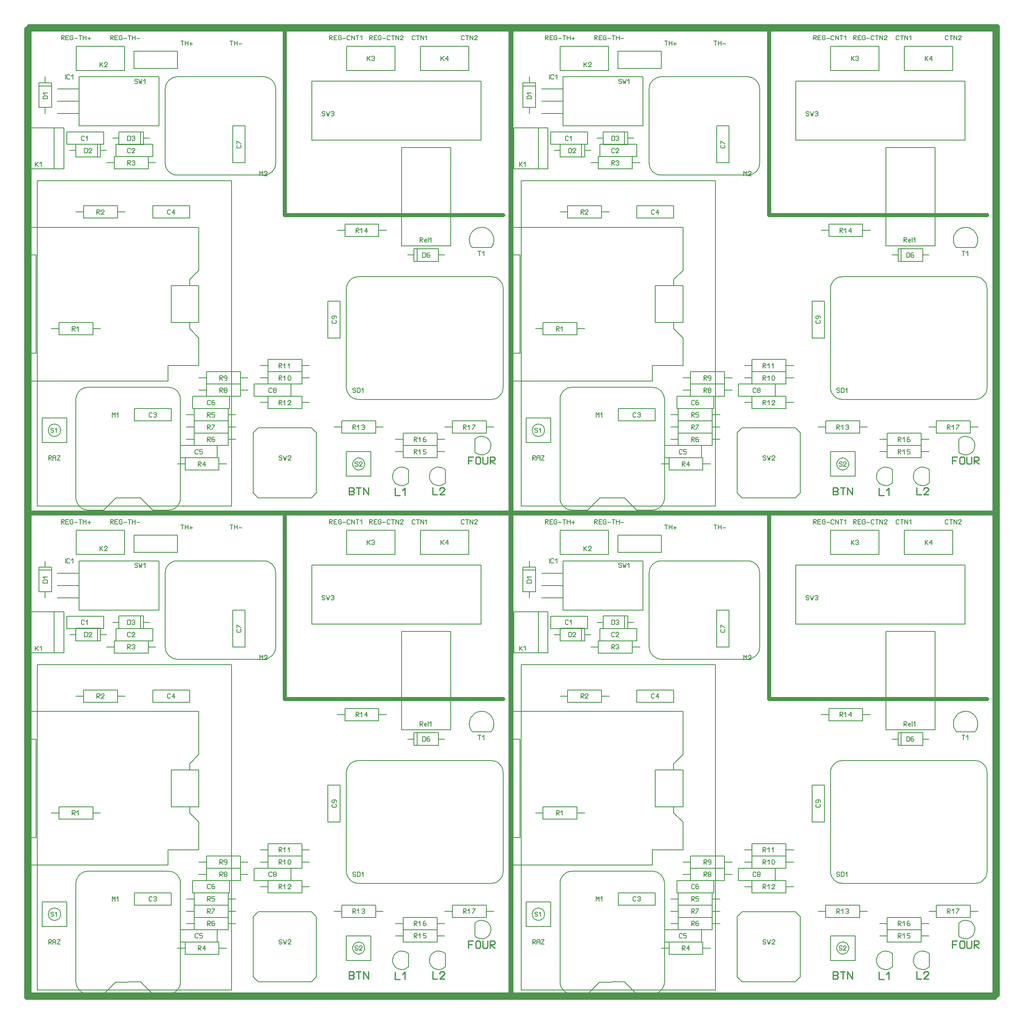
<source format=gto>
%FSLAX24Y24*%
%MOIN*%
%ADD10C,0.0060*%
%ADD11C,0.0069*%
%ADD12C,0.0099*%
%ADD13C,0.0320*%
%ADD14C,0.0394*%
D10*
G01X4452Y30381D02*
X4452Y30619D01*
X4512Y30679D01*
X4512Y30321D02*
X4452Y30381D01*
X4512Y30679D02*
X4631Y30679D01*
X4631Y30321D02*
X4512Y30321D01*
X4631Y30679D02*
X4690Y30619D01*
X4690Y30381D02*
X4631Y30321D01*
X4702Y29321D02*
X4702Y29679D01*
X4881Y29679D01*
X4881Y29321D02*
X4702Y29321D01*
X4881Y29679D02*
X4940Y29619D01*
X4929Y30321D02*
X4929Y30679D01*
X4810Y30560D01*
X4940Y29381D02*
X4881Y29321D01*
X4940Y29619D02*
X4940Y29381D01*
X5060Y29321D02*
X5298Y29321D01*
X5060Y29560D02*
X5060Y29619D01*
X5119Y29679D01*
X5238Y29679D01*
X5298Y29619D01*
X5298Y29560D02*
X5060Y29321D01*
X5298Y29619D02*
X5298Y29560D01*
X5702Y24321D02*
X5702Y24679D01*
X5702Y24500D02*
X5940Y24321D01*
X5702Y24679D02*
X5881Y24679D01*
X5881Y24500D02*
X5702Y24500D01*
X5881Y24679D02*
X5940Y24619D01*
X5940Y24560D02*
X5881Y24500D01*
X5940Y24619D02*
X5940Y24560D01*
X5952Y36321D02*
X5952Y36679D01*
X5952Y36440D02*
X6190Y36679D01*
X6012Y36500D02*
X6190Y36321D01*
X6060Y24321D02*
X6298Y24321D01*
X6060Y24560D02*
X6060Y24619D01*
X6119Y24679D01*
X6238Y24679D01*
X6298Y24619D01*
X6298Y24560D02*
X6060Y24321D01*
X6298Y24619D02*
X6298Y24560D01*
X6310Y36321D02*
X6548Y36321D01*
X6310Y36560D02*
X6310Y36619D01*
X6369Y36679D01*
X6488Y36679D01*
X6548Y36619D01*
X6548Y36560D02*
X6310Y36321D01*
X6548Y36619D02*
X6548Y36560D01*
X6952Y7821D02*
X6952Y8179D01*
X7071Y8000D01*
X702Y28210D02*
X702Y28567D01*
X702Y28329D02*
X940Y28567D01*
X7071Y8000D02*
X7190Y8179D01*
X7190Y7821D01*
X7429Y7821D02*
X7429Y8179D01*
X7310Y8060D01*
X762Y28389D02*
X940Y28210D01*
X8202Y28321D02*
X8202Y28679D01*
X8202Y28500D02*
X8440Y28321D01*
X8202Y28679D02*
X8381Y28679D01*
X8202Y29381D02*
X8202Y29619D01*
X8262Y29679D01*
X8202Y30321D02*
X8202Y30679D01*
X8381Y30679D01*
X8262Y29321D02*
X8202Y29381D01*
X8262Y29679D02*
X8381Y29679D01*
X8381Y28500D02*
X8202Y28500D01*
X8381Y28679D02*
X8440Y28619D01*
X8381Y29321D02*
X8262Y29321D01*
X8381Y29679D02*
X8440Y29619D01*
X8381Y30321D02*
X8202Y30321D01*
X8381Y30679D02*
X8440Y30619D01*
X8440Y28560D02*
X8381Y28500D01*
X8440Y28619D02*
X8440Y28560D01*
X8440Y29381D02*
X8381Y29321D01*
X8440Y30381D02*
X8381Y30321D01*
X8440Y30619D02*
X8440Y30381D01*
X8560Y28619D02*
X8619Y28679D01*
X8560Y29321D02*
X8798Y29321D01*
X8560Y29560D02*
X8560Y29619D01*
X8619Y29679D01*
X8560Y30619D02*
X8619Y30679D01*
X8619Y28321D02*
X8560Y28381D01*
X8619Y28679D02*
X8738Y28679D01*
X8619Y29679D02*
X8738Y29679D01*
X8619Y30321D02*
X8560Y30381D01*
X8619Y30679D02*
X8738Y30679D01*
X8738Y28321D02*
X8619Y28321D01*
X8738Y28500D02*
X8649Y28500D01*
X8738Y28500D02*
X8798Y28440D01*
X8738Y28679D02*
X8798Y28619D01*
X8738Y29679D02*
X8798Y29619D01*
X8738Y30321D02*
X8619Y30321D01*
X8738Y30500D02*
X8649Y30500D01*
X8738Y30500D02*
X8798Y30440D01*
X8738Y30679D02*
X8798Y30619D01*
X8774Y35020D02*
X8833Y34960D01*
X8774Y35198D02*
X8774Y35258D01*
X8833Y35317D01*
X8798Y28381D02*
X8738Y28321D01*
X8798Y28440D02*
X8798Y28381D01*
X8798Y28560D02*
X8738Y28500D01*
X8798Y28619D02*
X8798Y28560D01*
X8798Y29560D02*
X8560Y29321D01*
X8798Y29619D02*
X8798Y29560D01*
X8798Y30381D02*
X8738Y30321D01*
X8798Y30440D02*
X8798Y30381D01*
X8798Y30560D02*
X8738Y30500D01*
X8798Y30619D02*
X8798Y30560D01*
X8833Y34960D02*
X8952Y34960D01*
X8833Y35139D02*
X8774Y35198D01*
X8833Y35317D02*
X8952Y35317D01*
X8952Y34960D02*
X9012Y35020D01*
X8952Y35139D02*
X8833Y35139D01*
X8952Y35317D02*
X9012Y35258D01*
X9012Y35020D02*
X9012Y35079D01*
X8952Y35139D01*
X9131Y35317D02*
X9190Y34960D01*
X9250Y35139D01*
X9310Y34960D01*
X9369Y35317D01*
X9607Y34960D02*
X9607Y35317D01*
X9488Y35198D01*
X9952Y7881D02*
X9952Y8119D01*
X10012Y8179D01*
X10012Y7821D02*
X9952Y7881D01*
X10012Y8179D02*
X10131Y8179D01*
X10131Y7821D02*
X10012Y7821D01*
X10131Y8179D02*
X10190Y8119D01*
X10190Y7881D02*
X10131Y7821D01*
X10310Y8119D02*
X10369Y8179D01*
X10369Y7821D02*
X10310Y7881D01*
X10369Y8179D02*
X10488Y8179D01*
X10488Y7821D02*
X10369Y7821D01*
X10488Y8000D02*
X10399Y8000D01*
X10488Y8000D02*
X10548Y7940D01*
X10488Y8179D02*
X10548Y8119D01*
X10548Y7881D02*
X10488Y7821D01*
X10548Y7940D02*
X10548Y7881D01*
X10548Y8060D02*
X10488Y8000D01*
X10548Y8119D02*
X10548Y8060D01*
X11452Y24381D02*
X11452Y24619D01*
X11512Y24679D01*
X11512Y24321D02*
X11452Y24381D01*
X11512Y24679D02*
X11631Y24679D01*
X11631Y24321D02*
X11512Y24321D01*
X11631Y24679D02*
X11690Y24619D01*
X11690Y24381D02*
X11631Y24321D01*
X1179Y28210D02*
X1179Y28567D01*
X1060Y28448D01*
X11810Y24440D02*
X12048Y24440D01*
X11988Y24321D02*
X11988Y24679D01*
X11810Y24440D01*
X1321Y33702D02*
X1321Y33881D01*
X1381Y33940D01*
X1321Y34179D02*
X1440Y34060D01*
X13702Y4881D02*
X13702Y5119D01*
X13762Y5179D01*
X13762Y4821D02*
X13702Y4881D01*
X13762Y5179D02*
X13881Y5179D01*
X1381Y33940D02*
X1619Y33940D01*
X13881Y4821D02*
X13762Y4821D01*
X13881Y5179D02*
X13940Y5119D01*
X13940Y4881D02*
X13881Y4821D01*
X13952Y3821D02*
X13952Y4179D01*
X13952Y4000D02*
X14190Y3821D01*
X13952Y4179D02*
X14131Y4179D01*
X14060Y5030D02*
X14238Y5030D01*
X14060Y5179D02*
X14060Y5030D01*
X14060Y5179D02*
X14298Y5179D01*
X14131Y4000D02*
X13952Y4000D01*
X14131Y4179D02*
X14190Y4119D01*
X14190Y4060D02*
X14131Y4000D01*
X14190Y4119D02*
X14190Y4060D01*
X14238Y4821D02*
X14060Y4821D01*
X14238Y5030D02*
X14298Y4970D01*
X14298Y4881D02*
X14238Y4821D01*
X14298Y4970D02*
X14298Y4881D01*
X14310Y3940D02*
X14548Y3940D01*
X14488Y3821D02*
X14488Y4179D01*
X14310Y3940D01*
X14702Y5821D02*
X14702Y6179D01*
X14702Y6000D02*
X14940Y5821D01*
X14702Y6179D02*
X14881Y6179D01*
X14702Y6821D02*
X14702Y7179D01*
X14702Y7000D02*
X14940Y6821D01*
X14702Y7179D02*
X14881Y7179D01*
X14702Y7821D02*
X14702Y8179D01*
X14702Y8000D02*
X14940Y7821D01*
X14702Y8179D02*
X14881Y8179D01*
X14702Y8881D02*
X14702Y9119D01*
X14762Y9179D01*
X14762Y8821D02*
X14702Y8881D01*
X14762Y9179D02*
X14881Y9179D01*
X14881Y6000D02*
X14702Y6000D01*
X14881Y6179D02*
X14940Y6119D01*
X14881Y7000D02*
X14702Y7000D01*
X14881Y7179D02*
X14940Y7119D01*
X14881Y8000D02*
X14702Y8000D01*
X14881Y8179D02*
X14940Y8119D01*
X14881Y8821D02*
X14762Y8821D01*
X14881Y9179D02*
X14940Y9119D01*
X14940Y6060D02*
X14881Y6000D01*
X14940Y6119D02*
X14940Y6060D01*
X14940Y7060D02*
X14881Y7000D01*
X14940Y7119D02*
X14940Y7060D01*
X14940Y8060D02*
X14881Y8000D01*
X14940Y8119D02*
X14940Y8060D01*
X14940Y8881D02*
X14881Y8821D01*
X15060Y5881D02*
X15119Y5821D01*
X15060Y6119D02*
X15060Y5881D01*
X15060Y7179D02*
X15298Y7179D01*
X15060Y8030D02*
X15238Y8030D01*
X15060Y8179D02*
X15060Y8030D01*
X15060Y8179D02*
X15298Y8179D01*
X15060Y8881D02*
X15119Y8821D01*
X15060Y9119D02*
X15060Y8881D01*
X15119Y5821D02*
X15238Y5821D01*
X15119Y6030D02*
X15060Y5970D01*
X15119Y6179D02*
X15060Y6119D01*
X15119Y8821D02*
X15238Y8821D01*
X15119Y9030D02*
X15060Y8970D01*
X15119Y9179D02*
X15060Y9119D01*
X15238Y5821D02*
X15298Y5881D01*
X15238Y6030D02*
X15119Y6030D01*
X15238Y6179D02*
X15119Y6179D01*
X15238Y7821D02*
X15060Y7821D01*
X15238Y8030D02*
X15298Y7970D01*
X15238Y8821D02*
X15298Y8881D01*
X15238Y9030D02*
X15119Y9030D01*
X15238Y9179D02*
X15119Y9179D01*
X15298Y5881D02*
X15298Y5970D01*
X15238Y6030D01*
X15298Y7179D02*
X15060Y6821D01*
X15298Y7881D02*
X15238Y7821D01*
X15298Y7970D02*
X15298Y7881D01*
X15298Y8881D02*
X15298Y8970D01*
X15238Y9030D01*
X15702Y9821D02*
X15702Y10179D01*
X15702Y10000D02*
X15940Y9821D01*
X15702Y10179D02*
X15881Y10179D01*
X15702Y10821D02*
X15702Y11179D01*
X15702Y11000D02*
X15940Y10821D01*
X15702Y11179D02*
X15881Y11179D01*
X15881Y10000D02*
X15702Y10000D01*
X15881Y10179D02*
X15940Y10119D01*
X15881Y11000D02*
X15702Y11000D01*
X15881Y11179D02*
X15940Y11119D01*
X15940Y10060D02*
X15881Y10000D01*
X15940Y10119D02*
X15940Y10060D01*
X15940Y11060D02*
X15881Y11000D01*
X15940Y11119D02*
X15940Y11060D01*
X16060Y9881D02*
X16060Y9940D01*
X16119Y10000D01*
X16060Y10060D02*
X16119Y10000D01*
X16060Y10119D02*
X16060Y10060D01*
X16060Y11030D02*
X16119Y10970D01*
X16060Y11119D02*
X16060Y11030D01*
X16119Y9821D02*
X16060Y9881D01*
X16119Y10000D02*
X16238Y10000D01*
X16119Y10179D02*
X16060Y10119D01*
X16119Y10821D02*
X16238Y10821D01*
X16119Y10970D02*
X16238Y10970D01*
X16119Y11179D02*
X16060Y11119D01*
X1619Y33940D02*
X1679Y33881D01*
X16238Y9821D02*
X16119Y9821D01*
X16238Y10000D02*
X16298Y9940D01*
X16238Y10000D02*
X16298Y10060D01*
X16238Y10179D02*
X16119Y10179D01*
X16238Y10821D02*
X16298Y10881D01*
X16238Y10970D02*
X16298Y11030D01*
X16238Y11179D02*
X16119Y11179D01*
X16298Y9881D02*
X16238Y9821D01*
X16298Y9940D02*
X16298Y9881D01*
X16298Y10060D02*
X16298Y10119D01*
X16238Y10179D01*
X16298Y10881D02*
X16298Y11119D01*
X16238Y11179D01*
X1679Y33702D02*
X1321Y33702D01*
X1679Y33881D02*
X1679Y33702D01*
X1679Y34179D02*
X1321Y34179D01*
X17071Y29762D02*
X17071Y29881D01*
X17131Y29940D01*
X17071Y30060D02*
X17071Y30298D01*
X17429Y30060D01*
X17131Y29702D02*
X17071Y29762D01*
X17369Y29702D02*
X17131Y29702D01*
X17369Y29940D02*
X17429Y29881D01*
X17429Y29762D02*
X17369Y29702D01*
X17429Y29881D02*
X17429Y29762D01*
X18952Y27460D02*
X18952Y27817D01*
X19071Y27639D01*
X19190Y27817D01*
X19190Y27460D01*
X19310Y27460D02*
X19548Y27460D01*
X19310Y27698D02*
X19310Y27758D01*
X19369Y27817D01*
X19488Y27817D01*
X19548Y27758D01*
X1952Y6631D02*
X2012Y6571D01*
X1952Y6810D02*
X1952Y6869D01*
X2012Y6929D01*
X19548Y27698D02*
X19310Y27460D01*
X19548Y27758D02*
X19548Y27698D01*
X19702Y9881D02*
X19702Y10119D01*
X19762Y10179D01*
X19762Y9821D02*
X19702Y9881D01*
X19762Y10179D02*
X19881Y10179D01*
X19881Y9821D02*
X19762Y9821D01*
X19881Y10179D02*
X19940Y10119D01*
X19940Y9881D02*
X19881Y9821D01*
X20060Y9881D02*
X20060Y9940D01*
X20119Y10000D01*
X20060Y10060D02*
X20119Y10000D01*
X20060Y10119D02*
X20060Y10060D01*
X2012Y6571D02*
X2131Y6571D01*
X2012Y6750D02*
X1952Y6810D01*
X2012Y6929D02*
X2131Y6929D01*
X20119Y9821D02*
X20060Y9881D01*
X20119Y10000D02*
X20238Y10000D01*
X20119Y10179D02*
X20060Y10119D01*
X20238Y9821D02*
X20119Y9821D01*
X20238Y10000D02*
X20298Y9940D01*
X20238Y10000D02*
X20298Y10060D01*
X20238Y10179D02*
X20119Y10179D01*
X20298Y9881D02*
X20238Y9821D01*
X20298Y9940D02*
X20298Y9881D01*
X20298Y10060D02*
X20298Y10119D01*
X20238Y10179D01*
X20524Y4381D02*
X20583Y4321D01*
X20524Y4560D02*
X20524Y4619D01*
X20583Y4679D01*
X20524Y8821D02*
X20524Y9179D01*
X20524Y9000D02*
X20762Y8821D01*
X20524Y9179D02*
X20702Y9179D01*
X20524Y10821D02*
X20524Y11179D01*
X20524Y11000D02*
X20762Y10821D01*
X20524Y11179D02*
X20702Y11179D01*
X20524Y11821D02*
X20524Y12179D01*
X20524Y12000D02*
X20762Y11821D01*
X20524Y12179D02*
X20702Y12179D01*
X20583Y4500D02*
X20524Y4560D01*
X20583Y4679D02*
X20702Y4679D01*
X20583Y4321D02*
X20702Y4321D01*
X20702Y4500D02*
X20583Y4500D01*
X20702Y4679D02*
X20762Y4619D01*
X20702Y9000D02*
X20524Y9000D01*
X20702Y9179D02*
X20762Y9119D01*
X20702Y11000D02*
X20524Y11000D01*
X20702Y11179D02*
X20762Y11119D01*
X20702Y12000D02*
X20524Y12000D01*
X20702Y12179D02*
X20762Y12119D01*
X20702Y4321D02*
X20762Y4381D01*
X20762Y4440D01*
X20702Y4500D01*
X20762Y9060D02*
X20702Y9000D01*
X20762Y9119D02*
X20762Y9060D01*
X20762Y11060D02*
X20702Y11000D01*
X20762Y11119D02*
X20762Y11060D01*
X20762Y12060D02*
X20702Y12000D01*
X20762Y12119D02*
X20762Y12060D01*
X20881Y4679D02*
X20940Y4321D01*
X21000Y4500D01*
X21060Y4321D01*
X21000Y8821D02*
X21000Y9179D01*
X20881Y9060D01*
X21000Y10821D02*
X21000Y11179D01*
X20881Y11060D01*
X21000Y11821D02*
X21000Y12179D01*
X20881Y12060D01*
X21060Y4321D02*
X21119Y4679D01*
X21238Y4560D02*
X21238Y4619D01*
X21298Y4679D01*
X21238Y8821D02*
X21476Y8821D01*
X21238Y9060D02*
X21238Y9119D01*
X21298Y9179D01*
X21238Y10940D02*
X21238Y11060D01*
X21298Y11179D01*
X21238Y4321D02*
X21476Y4321D01*
X21298Y4679D02*
X21417Y4679D01*
X21298Y9179D02*
X21417Y9179D01*
X21298Y10821D02*
X21238Y10940D01*
X21298Y11179D02*
X21417Y11179D01*
X2131Y6571D02*
X2190Y6631D01*
X2131Y6750D02*
X2012Y6750D01*
X2131Y6929D02*
X2190Y6869D01*
X21357Y11821D02*
X21357Y12179D01*
X21238Y12060D01*
X21417Y4679D02*
X21476Y4619D01*
X21417Y9179D02*
X21476Y9119D01*
X21417Y10821D02*
X21298Y10821D01*
X21417Y11179D02*
X21476Y11060D01*
X21476Y4560D02*
X21238Y4321D01*
X21476Y4619D02*
X21476Y4560D01*
X21476Y9060D02*
X21238Y8821D01*
X21476Y9119D02*
X21476Y9060D01*
X21476Y10940D02*
X21417Y10821D01*
X21476Y11060D02*
X21476Y10940D01*
X2190Y6631D02*
X2190Y6690D01*
X2131Y6750D01*
X24024Y32381D02*
X24083Y32321D01*
X24024Y32560D02*
X24024Y32619D01*
X24083Y32679D01*
X24083Y32321D02*
X24202Y32321D01*
X24083Y32500D02*
X24024Y32560D01*
X24083Y32679D02*
X24202Y32679D01*
X24202Y32321D02*
X24262Y32381D01*
X24202Y32500D02*
X24083Y32500D01*
X24202Y32679D02*
X24262Y32619D01*
X24262Y32381D02*
X24262Y32440D01*
X24202Y32500D01*
X2429Y6571D02*
X2429Y6929D01*
X2310Y6810D01*
X24381Y32679D02*
X24440Y32321D01*
X24500Y32500D01*
X24560Y32321D01*
X24619Y32679D01*
X24738Y32619D02*
X24798Y32679D01*
X24798Y32321D02*
X24738Y32381D01*
X24798Y32679D02*
X24917Y32679D01*
X24821Y15512D02*
X24821Y15631D01*
X24881Y15690D01*
X24821Y15869D02*
X24881Y15810D01*
X24821Y15988D02*
X24821Y15869D01*
X24881Y15452D02*
X24821Y15512D01*
X24881Y15810D02*
X24970Y15810D01*
X24881Y16048D02*
X24821Y15988D01*
X24917Y32321D02*
X24798Y32321D01*
X24917Y32500D02*
X24827Y32500D01*
X24917Y32500D02*
X24976Y32440D01*
X24917Y32679D02*
X24976Y32619D01*
X24970Y15810D02*
X25030Y15869D01*
X24976Y32381D02*
X24917Y32321D01*
X24976Y32440D02*
X24976Y32381D01*
X24976Y32560D02*
X24917Y32500D01*
X24976Y32619D02*
X24976Y32560D01*
X25030Y15869D02*
X25030Y15988D01*
X24970Y16048D01*
X25119Y15452D02*
X24881Y15452D01*
X25119Y15690D02*
X25179Y15631D01*
X25119Y16048D02*
X24881Y16048D01*
X25179Y15512D02*
X25119Y15452D01*
X25179Y15631D02*
X25179Y15512D01*
X25179Y15869D02*
X25179Y15988D01*
X25119Y16048D01*
X26524Y6821D02*
X26524Y7179D01*
X26524Y7000D02*
X26762Y6821D01*
X26524Y7179D02*
X26702Y7179D01*
X26524Y9881D02*
X26583Y9821D01*
X26524Y10060D02*
X26524Y10119D01*
X26583Y10179D01*
X26583Y9821D02*
X26702Y9821D01*
X26583Y10000D02*
X26524Y10060D01*
X26583Y10179D02*
X26702Y10179D01*
X26702Y7000D02*
X26524Y7000D01*
X26702Y7179D02*
X26762Y7119D01*
X26702Y9821D02*
X26762Y9881D01*
X26702Y10000D02*
X26583Y10000D01*
X26702Y10179D02*
X26762Y10119D01*
X26702Y3881D02*
X26762Y3821D01*
X26702Y4060D02*
X26702Y4119D01*
X26762Y4179D01*
X26762Y7060D02*
X26702Y7000D01*
X26762Y7119D02*
X26762Y7060D01*
X26762Y9881D02*
X26762Y9940D01*
X26702Y10000D01*
X26762Y3821D02*
X26881Y3821D01*
X26762Y4000D02*
X26702Y4060D01*
X26762Y4179D02*
X26881Y4179D01*
X26774Y22821D02*
X26774Y23179D01*
X26774Y23000D02*
X27012Y22821D01*
X26774Y23179D02*
X26952Y23179D01*
X26881Y9821D02*
X26881Y10179D01*
X27060Y10179D01*
X26881Y3821D02*
X26940Y3881D01*
X26881Y4000D02*
X26762Y4000D01*
X26881Y4179D02*
X26940Y4119D01*
X26940Y3881D02*
X26940Y3940D01*
X26881Y4000D01*
X26952Y23000D02*
X26774Y23000D01*
X26952Y23179D02*
X27012Y23119D01*
X27000Y6821D02*
X27000Y7179D01*
X26881Y7060D01*
X27012Y23060D02*
X26952Y23000D01*
X27012Y23119D02*
X27012Y23060D01*
X27060Y9821D02*
X26881Y9821D01*
X27060Y10179D02*
X27119Y10119D01*
X27060Y3821D02*
X27298Y3821D01*
X27060Y4060D02*
X27060Y4119D01*
X27119Y4179D01*
X27119Y9881D02*
X27060Y9821D01*
X27119Y10119D02*
X27119Y9881D01*
X27119Y4179D02*
X27238Y4179D01*
X27238Y7119D02*
X27298Y7179D01*
X27238Y4179D02*
X27298Y4119D01*
X27250Y22821D02*
X27250Y23179D01*
X27131Y23060D01*
X27298Y6821D02*
X27238Y6881D01*
X27298Y7179D02*
X27417Y7179D01*
X27298Y4060D02*
X27060Y3821D01*
X27298Y4119D02*
X27298Y4060D01*
X27357Y9821D02*
X27357Y10179D01*
X27238Y10060D01*
X27417Y6821D02*
X27298Y6821D01*
X27417Y7000D02*
X27327Y7000D01*
X27417Y7000D02*
X27476Y6940D01*
X27417Y7179D02*
X27476Y7119D01*
X27476Y6881D02*
X27417Y6821D01*
X27476Y6940D02*
X27476Y6881D01*
X27476Y7060D02*
X27417Y7000D01*
X27476Y7119D02*
X27476Y7060D01*
X27488Y22940D02*
X27726Y22940D01*
X27667Y22821D02*
X27667Y23179D01*
X27488Y22940D01*
X27702Y36821D02*
X27702Y37179D01*
X27702Y36940D02*
X27940Y37179D01*
X27762Y37000D02*
X27940Y36821D01*
X28060Y37119D02*
X28119Y37179D01*
X28119Y36821D02*
X28060Y36881D01*
X28119Y37179D02*
X28238Y37179D01*
X28238Y36821D02*
X28119Y36821D01*
X28238Y37000D02*
X28149Y37000D01*
X28238Y37000D02*
X28298Y36940D01*
X28238Y37179D02*
X28298Y37119D01*
X28298Y36881D02*
X28238Y36821D01*
X28298Y36940D02*
X28298Y36881D01*
X28298Y37060D02*
X28238Y37000D01*
X28298Y37119D02*
X28298Y37060D01*
X3143Y35321D02*
X3143Y35679D01*
X31524Y4821D02*
X31524Y5179D01*
X31524Y5000D02*
X31762Y4821D01*
X31524Y5179D02*
X31702Y5179D01*
X31524Y5821D02*
X31524Y6179D01*
X31524Y6000D02*
X31762Y5821D01*
X31524Y6179D02*
X31702Y6179D01*
X31702Y5000D02*
X31524Y5000D01*
X31702Y5179D02*
X31762Y5119D01*
X31702Y6000D02*
X31524Y6000D01*
X31702Y6179D02*
X31762Y6119D01*
X31762Y5060D02*
X31702Y5000D01*
X31762Y5119D02*
X31762Y5060D01*
X31762Y6060D02*
X31702Y6000D01*
X31762Y6119D02*
X31762Y6060D01*
X31994Y22057D02*
X31994Y22414D01*
X31994Y22235D02*
X32232Y22057D01*
X31994Y22414D02*
X32173Y22414D01*
X32000Y4821D02*
X32000Y5179D01*
X31881Y5060D01*
X32000Y5821D02*
X32000Y6179D01*
X31881Y6060D01*
X32173Y22235D02*
X31994Y22235D01*
X32173Y22414D02*
X32232Y22354D01*
X32202Y20821D02*
X32202Y21179D01*
X32381Y21179D01*
X32232Y22295D02*
X32173Y22235D01*
X32232Y22354D02*
X32232Y22295D01*
X32238Y5030D02*
X32417Y5030D01*
X32238Y5179D02*
X32238Y5030D01*
X32238Y5179D02*
X32476Y5179D01*
X32238Y5881D02*
X32298Y5821D01*
X32238Y6119D02*
X32238Y5881D01*
X32298Y5821D02*
X32417Y5821D01*
X32298Y6030D02*
X32238Y5970D01*
X32298Y6179D02*
X32238Y6119D01*
X32351Y22116D02*
X32411Y22057D01*
X32351Y22176D02*
X32530Y22176D01*
X32351Y22235D02*
X32351Y22116D01*
X32381Y20821D02*
X32202Y20821D01*
X32381Y21179D02*
X32440Y21119D01*
X32411Y22057D02*
X32530Y22057D01*
X32411Y22295D02*
X32351Y22235D01*
X32417Y4821D02*
X32238Y4821D01*
X32417Y5030D02*
X32476Y4970D01*
X32417Y5821D02*
X32476Y5881D01*
X32417Y6030D02*
X32298Y6030D01*
X32417Y6179D02*
X32298Y6179D01*
X32440Y20881D02*
X32381Y20821D01*
X32440Y21119D02*
X32440Y20881D01*
X32470Y22295D02*
X32411Y22295D01*
X32476Y4881D02*
X32417Y4821D01*
X32476Y4970D02*
X32476Y4881D01*
X32476Y5881D02*
X32476Y5970D01*
X32417Y6030D01*
X32530Y22176D02*
X32530Y22235D01*
X32470Y22295D01*
X32560Y20881D02*
X32619Y20821D01*
X32560Y21119D02*
X32560Y20881D01*
X3262Y35381D02*
X3262Y35619D01*
X3321Y35679D01*
X32619Y20821D02*
X32738Y20821D01*
X32619Y21030D02*
X32560Y20970D01*
X32619Y21179D02*
X32560Y21119D01*
X32649Y22057D02*
X32649Y22443D01*
X32738Y20821D02*
X32798Y20881D01*
X32738Y21030D02*
X32619Y21030D01*
X32738Y21179D02*
X32619Y21179D01*
X32798Y20881D02*
X32798Y20970D01*
X32738Y21030D01*
X32887Y22057D02*
X32887Y22414D01*
X32768Y22295D01*
X3321Y35321D02*
X3262Y35381D01*
X3321Y35679D02*
X3440Y35679D01*
X33702Y36821D02*
X33702Y37179D01*
X33702Y36940D02*
X33940Y37179D01*
X33762Y37000D02*
X33940Y36821D01*
X34060Y36940D02*
X34298Y36940D01*
X34238Y36821D02*
X34238Y37179D01*
X34060Y36940D01*
X3440Y35321D02*
X3321Y35321D01*
X3440Y35679D02*
X3500Y35619D01*
X3500Y35381D02*
X3440Y35321D01*
X35524Y6821D02*
X35524Y7179D01*
X35524Y7000D02*
X35762Y6821D01*
X35524Y7179D02*
X35702Y7179D01*
X35702Y7000D02*
X35524Y7000D01*
X35702Y7179D02*
X35762Y7119D01*
X35762Y7060D02*
X35702Y7000D01*
X35762Y7119D02*
X35762Y7060D01*
X36000Y6821D02*
X36000Y7179D01*
X35881Y7060D01*
X36238Y7179D02*
X36476Y7179D01*
X36238Y6821D01*
X36702Y21317D02*
X36940Y21317D01*
X36821Y20960D02*
X36821Y21317D01*
X3702Y14821D02*
X3702Y15179D01*
X3702Y15000D02*
X3940Y14821D01*
X3702Y15179D02*
X3881Y15179D01*
X37179Y20960D02*
X37179Y21317D01*
X37060Y21198D01*
X3738Y35321D02*
X3738Y35679D01*
X3619Y35560D01*
X3881Y15000D02*
X3702Y15000D01*
X3881Y15179D02*
X3940Y15119D01*
X3940Y15060D02*
X3881Y15000D01*
X3940Y15119D02*
X3940Y15060D01*
X4179Y14821D02*
X4179Y15179D01*
X4060Y15060D01*
X43822Y30381D02*
X43822Y30619D01*
X43882Y30679D01*
X43882Y30321D02*
X43822Y30381D01*
X43882Y30679D02*
X44001Y30679D01*
X44001Y30321D02*
X43882Y30321D01*
X44001Y30679D02*
X44061Y30619D01*
X44061Y30381D02*
X44001Y30321D01*
X44072Y29321D02*
X44072Y29679D01*
X44251Y29679D01*
X44251Y29321D02*
X44072Y29321D01*
X44251Y29679D02*
X44311Y29619D01*
X44299Y30321D02*
X44299Y30679D01*
X44180Y30560D01*
X44311Y29381D02*
X44251Y29321D01*
X44311Y29619D02*
X44311Y29381D01*
X44430Y29321D02*
X44668Y29321D01*
X44430Y29560D02*
X44430Y29619D01*
X44489Y29679D01*
X44608Y29679D01*
X44668Y29619D01*
X44668Y29560D02*
X44430Y29321D01*
X44668Y29619D02*
X44668Y29560D01*
X45072Y24321D02*
X45072Y24679D01*
X45072Y24500D02*
X45311Y24321D01*
X45072Y24679D02*
X45251Y24679D01*
X45251Y24500D02*
X45072Y24500D01*
X45251Y24679D02*
X45311Y24619D01*
X45311Y24560D02*
X45251Y24500D01*
X45311Y24619D02*
X45311Y24560D01*
X45322Y36321D02*
X45322Y36679D01*
X45322Y36440D02*
X45561Y36679D01*
X45382Y36500D02*
X45561Y36321D01*
X45430Y24321D02*
X45668Y24321D01*
X45430Y24560D02*
X45430Y24619D01*
X45489Y24679D01*
X45608Y24679D01*
X45668Y24619D01*
X45668Y24560D02*
X45430Y24321D01*
X45668Y24619D02*
X45668Y24560D01*
X45680Y36321D02*
X45918Y36321D01*
X45680Y36560D02*
X45680Y36619D01*
X45739Y36679D01*
X45858Y36679D01*
X45918Y36619D01*
X45918Y36560D02*
X45680Y36321D01*
X45918Y36619D02*
X45918Y36560D01*
X46322Y7821D02*
X46322Y8179D01*
X46442Y8000D01*
X40072Y28210D02*
X40072Y28567D01*
X40072Y28329D02*
X40311Y28567D01*
X46442Y8000D02*
X46561Y8179D01*
X46561Y7821D01*
X46799Y7821D02*
X46799Y8179D01*
X46680Y8060D01*
X40132Y28389D02*
X40311Y28210D01*
X47572Y28321D02*
X47572Y28679D01*
X47572Y28500D02*
X47811Y28321D01*
X47572Y28679D02*
X47751Y28679D01*
X47572Y29381D02*
X47572Y29619D01*
X47632Y29679D01*
X47572Y30321D02*
X47572Y30679D01*
X47751Y30679D01*
X47632Y29321D02*
X47572Y29381D01*
X47632Y29679D02*
X47751Y29679D01*
X47751Y28500D02*
X47572Y28500D01*
X47751Y28679D02*
X47811Y28619D01*
X47751Y29321D02*
X47632Y29321D01*
X47751Y29679D02*
X47811Y29619D01*
X47751Y30321D02*
X47572Y30321D01*
X47751Y30679D02*
X47811Y30619D01*
X47811Y28560D02*
X47751Y28500D01*
X47811Y28619D02*
X47811Y28560D01*
X47811Y29381D02*
X47751Y29321D01*
X47811Y30381D02*
X47751Y30321D01*
X47811Y30619D02*
X47811Y30381D01*
X47930Y28619D02*
X47989Y28679D01*
X47930Y29321D02*
X48168Y29321D01*
X47930Y29560D02*
X47930Y29619D01*
X47989Y29679D01*
X47930Y30619D02*
X47989Y30679D01*
X47989Y28321D02*
X47930Y28381D01*
X47989Y28679D02*
X48108Y28679D01*
X47989Y29679D02*
X48108Y29679D01*
X47989Y30321D02*
X47930Y30381D01*
X47989Y30679D02*
X48108Y30679D01*
X48108Y28321D02*
X47989Y28321D01*
X48108Y28500D02*
X48019Y28500D01*
X48108Y28500D02*
X48168Y28440D01*
X48108Y28679D02*
X48168Y28619D01*
X48108Y29679D02*
X48168Y29619D01*
X48108Y30321D02*
X47989Y30321D01*
X48108Y30500D02*
X48019Y30500D01*
X48108Y30500D02*
X48168Y30440D01*
X48108Y30679D02*
X48168Y30619D01*
X48144Y35020D02*
X48203Y34960D01*
X48144Y35198D02*
X48144Y35258D01*
X48203Y35317D01*
X48168Y28381D02*
X48108Y28321D01*
X48168Y28440D02*
X48168Y28381D01*
X48168Y28560D02*
X48108Y28500D01*
X48168Y28619D02*
X48168Y28560D01*
X48168Y29560D02*
X47930Y29321D01*
X48168Y29619D02*
X48168Y29560D01*
X48168Y30381D02*
X48108Y30321D01*
X48168Y30440D02*
X48168Y30381D01*
X48168Y30560D02*
X48108Y30500D01*
X48168Y30619D02*
X48168Y30560D01*
X48203Y34960D02*
X48322Y34960D01*
X48203Y35139D02*
X48144Y35198D01*
X48203Y35317D02*
X48322Y35317D01*
X48322Y34960D02*
X48382Y35020D01*
X48322Y35139D02*
X48203Y35139D01*
X48322Y35317D02*
X48382Y35258D01*
X48382Y35020D02*
X48382Y35079D01*
X48322Y35139D01*
X48501Y35317D02*
X48561Y34960D01*
X48620Y35139D01*
X48680Y34960D01*
X48739Y35317D01*
X48977Y34960D02*
X48977Y35317D01*
X48858Y35198D01*
X49322Y7881D02*
X49322Y8119D01*
X49382Y8179D01*
X49382Y7821D02*
X49322Y7881D01*
X49382Y8179D02*
X49501Y8179D01*
X49501Y7821D02*
X49382Y7821D01*
X49501Y8179D02*
X49561Y8119D01*
X49561Y7881D02*
X49501Y7821D01*
X49680Y8119D02*
X49739Y8179D01*
X49739Y7821D02*
X49680Y7881D01*
X49739Y8179D02*
X49858Y8179D01*
X49858Y7821D02*
X49739Y7821D01*
X49858Y8000D02*
X49769Y8000D01*
X49858Y8000D02*
X49918Y7940D01*
X49858Y8179D02*
X49918Y8119D01*
X49918Y7881D02*
X49858Y7821D01*
X49918Y7940D02*
X49918Y7881D01*
X49918Y8060D02*
X49858Y8000D01*
X49918Y8119D02*
X49918Y8060D01*
X50822Y24381D02*
X50822Y24619D01*
X50882Y24679D01*
X50882Y24321D02*
X50822Y24381D01*
X50882Y24679D02*
X51001Y24679D01*
X51001Y24321D02*
X50882Y24321D01*
X51001Y24679D02*
X51061Y24619D01*
X51061Y24381D02*
X51001Y24321D01*
X40549Y28210D02*
X40549Y28567D01*
X40430Y28448D01*
X51180Y24440D02*
X51418Y24440D01*
X51358Y24321D02*
X51358Y24679D01*
X51180Y24440D01*
X40692Y33702D02*
X40692Y33881D01*
X40751Y33940D01*
X40692Y34179D02*
X40811Y34060D01*
X53072Y4881D02*
X53072Y5119D01*
X53132Y5179D01*
X53132Y4821D02*
X53072Y4881D01*
X53132Y5179D02*
X53251Y5179D01*
X40751Y33940D02*
X40989Y33940D01*
X53251Y4821D02*
X53132Y4821D01*
X53251Y5179D02*
X53311Y5119D01*
X53311Y4881D02*
X53251Y4821D01*
X53322Y3821D02*
X53322Y4179D01*
X53322Y4000D02*
X53561Y3821D01*
X53322Y4179D02*
X53501Y4179D01*
X53430Y5030D02*
X53608Y5030D01*
X53430Y5179D02*
X53430Y5030D01*
X53430Y5179D02*
X53668Y5179D01*
X53501Y4000D02*
X53322Y4000D01*
X53501Y4179D02*
X53561Y4119D01*
X53561Y4060D02*
X53501Y4000D01*
X53561Y4119D02*
X53561Y4060D01*
X53608Y4821D02*
X53430Y4821D01*
X53608Y5030D02*
X53668Y4970D01*
X53668Y4881D02*
X53608Y4821D01*
X53668Y4970D02*
X53668Y4881D01*
X53680Y3940D02*
X53918Y3940D01*
X53858Y3821D02*
X53858Y4179D01*
X53680Y3940D01*
X54072Y5821D02*
X54072Y6179D01*
X54072Y6000D02*
X54311Y5821D01*
X54072Y6179D02*
X54251Y6179D01*
X54072Y6821D02*
X54072Y7179D01*
X54072Y7000D02*
X54311Y6821D01*
X54072Y7179D02*
X54251Y7179D01*
X54072Y7821D02*
X54072Y8179D01*
X54072Y8000D02*
X54311Y7821D01*
X54072Y8179D02*
X54251Y8179D01*
X54072Y8881D02*
X54072Y9119D01*
X54132Y9179D01*
X54132Y8821D02*
X54072Y8881D01*
X54132Y9179D02*
X54251Y9179D01*
X54251Y6000D02*
X54072Y6000D01*
X54251Y6179D02*
X54311Y6119D01*
X54251Y7000D02*
X54072Y7000D01*
X54251Y7179D02*
X54311Y7119D01*
X54251Y8000D02*
X54072Y8000D01*
X54251Y8179D02*
X54311Y8119D01*
X54251Y8821D02*
X54132Y8821D01*
X54251Y9179D02*
X54311Y9119D01*
X54311Y6060D02*
X54251Y6000D01*
X54311Y6119D02*
X54311Y6060D01*
X54311Y7060D02*
X54251Y7000D01*
X54311Y7119D02*
X54311Y7060D01*
X54311Y8060D02*
X54251Y8000D01*
X54311Y8119D02*
X54311Y8060D01*
X54311Y8881D02*
X54251Y8821D01*
X54430Y5881D02*
X54489Y5821D01*
X54430Y6119D02*
X54430Y5881D01*
X54430Y7179D02*
X54668Y7179D01*
X54430Y8030D02*
X54608Y8030D01*
X54430Y8179D02*
X54430Y8030D01*
X54430Y8179D02*
X54668Y8179D01*
X54430Y8881D02*
X54489Y8821D01*
X54430Y9119D02*
X54430Y8881D01*
X54489Y5821D02*
X54608Y5821D01*
X54489Y6030D02*
X54430Y5970D01*
X54489Y6179D02*
X54430Y6119D01*
X54489Y8821D02*
X54608Y8821D01*
X54489Y9030D02*
X54430Y8970D01*
X54489Y9179D02*
X54430Y9119D01*
X54608Y5821D02*
X54668Y5881D01*
X54608Y6030D02*
X54489Y6030D01*
X54608Y6179D02*
X54489Y6179D01*
X54608Y7821D02*
X54430Y7821D01*
X54608Y8030D02*
X54668Y7970D01*
X54608Y8821D02*
X54668Y8881D01*
X54608Y9030D02*
X54489Y9030D01*
X54608Y9179D02*
X54489Y9179D01*
X54668Y5881D02*
X54668Y5970D01*
X54608Y6030D01*
X54668Y7179D02*
X54430Y6821D01*
X54668Y7881D02*
X54608Y7821D01*
X54668Y7970D02*
X54668Y7881D01*
X54668Y8881D02*
X54668Y8970D01*
X54608Y9030D01*
X55072Y9821D02*
X55072Y10179D01*
X55072Y10000D02*
X55311Y9821D01*
X55072Y10179D02*
X55251Y10179D01*
X55072Y10821D02*
X55072Y11179D01*
X55072Y11000D02*
X55311Y10821D01*
X55072Y11179D02*
X55251Y11179D01*
X55251Y10000D02*
X55072Y10000D01*
X55251Y10179D02*
X55311Y10119D01*
X55251Y11000D02*
X55072Y11000D01*
X55251Y11179D02*
X55311Y11119D01*
X55311Y10060D02*
X55251Y10000D01*
X55311Y10119D02*
X55311Y10060D01*
X55311Y11060D02*
X55251Y11000D01*
X55311Y11119D02*
X55311Y11060D01*
X55430Y9881D02*
X55430Y9940D01*
X55489Y10000D01*
X55430Y10060D02*
X55489Y10000D01*
X55430Y10119D02*
X55430Y10060D01*
X55430Y11030D02*
X55489Y10970D01*
X55430Y11119D02*
X55430Y11030D01*
X55489Y9821D02*
X55430Y9881D01*
X55489Y10000D02*
X55608Y10000D01*
X55489Y10179D02*
X55430Y10119D01*
X55489Y10821D02*
X55608Y10821D01*
X55489Y10970D02*
X55608Y10970D01*
X55489Y11179D02*
X55430Y11119D01*
X40989Y33940D02*
X41049Y33881D01*
X55608Y9821D02*
X55489Y9821D01*
X55608Y10000D02*
X55668Y9940D01*
X55608Y10000D02*
X55668Y10060D01*
X55608Y10179D02*
X55489Y10179D01*
X55608Y10821D02*
X55668Y10881D01*
X55608Y10970D02*
X55668Y11030D01*
X55608Y11179D02*
X55489Y11179D01*
X55668Y9881D02*
X55608Y9821D01*
X55668Y9940D02*
X55668Y9881D01*
X55668Y10060D02*
X55668Y10119D01*
X55608Y10179D01*
X55668Y10881D02*
X55668Y11119D01*
X55608Y11179D01*
X41049Y33702D02*
X40692Y33702D01*
X41049Y33881D02*
X41049Y33702D01*
X41049Y34179D02*
X40692Y34179D01*
X56442Y29762D02*
X56442Y29881D01*
X56501Y29940D01*
X56442Y30060D02*
X56442Y30298D01*
X56799Y30060D01*
X56501Y29702D02*
X56442Y29762D01*
X56739Y29702D02*
X56501Y29702D01*
X56739Y29940D02*
X56799Y29881D01*
X56799Y29762D02*
X56739Y29702D01*
X56799Y29881D02*
X56799Y29762D01*
X58322Y27460D02*
X58322Y27817D01*
X58442Y27639D01*
X58561Y27817D01*
X58561Y27460D01*
X58680Y27460D02*
X58918Y27460D01*
X58680Y27698D02*
X58680Y27758D01*
X58739Y27817D01*
X58858Y27817D01*
X58918Y27758D01*
X41322Y6631D02*
X41382Y6571D01*
X41322Y6810D02*
X41322Y6869D01*
X41382Y6929D01*
X58918Y27698D02*
X58680Y27460D01*
X58918Y27758D02*
X58918Y27698D01*
X59072Y9881D02*
X59072Y10119D01*
X59132Y10179D01*
X59132Y9821D02*
X59072Y9881D01*
X59132Y10179D02*
X59251Y10179D01*
X59251Y9821D02*
X59132Y9821D01*
X59251Y10179D02*
X59311Y10119D01*
X59311Y9881D02*
X59251Y9821D01*
X59430Y9881D02*
X59430Y9940D01*
X59489Y10000D01*
X59430Y10060D02*
X59489Y10000D01*
X59430Y10119D02*
X59430Y10060D01*
X41382Y6571D02*
X41501Y6571D01*
X41382Y6750D02*
X41322Y6810D01*
X41382Y6929D02*
X41501Y6929D01*
X59489Y9821D02*
X59430Y9881D01*
X59489Y10000D02*
X59608Y10000D01*
X59489Y10179D02*
X59430Y10119D01*
X59608Y9821D02*
X59489Y9821D01*
X59608Y10000D02*
X59668Y9940D01*
X59608Y10000D02*
X59668Y10060D01*
X59608Y10179D02*
X59489Y10179D01*
X59668Y9881D02*
X59608Y9821D01*
X59668Y9940D02*
X59668Y9881D01*
X59668Y10060D02*
X59668Y10119D01*
X59608Y10179D01*
X59894Y4381D02*
X59953Y4321D01*
X59894Y4560D02*
X59894Y4619D01*
X59953Y4679D01*
X59894Y8821D02*
X59894Y9179D01*
X59894Y9000D02*
X60132Y8821D01*
X59894Y9179D02*
X60072Y9179D01*
X59894Y10821D02*
X59894Y11179D01*
X59894Y11000D02*
X60132Y10821D01*
X59894Y11179D02*
X60072Y11179D01*
X59894Y11821D02*
X59894Y12179D01*
X59894Y12000D02*
X60132Y11821D01*
X59894Y12179D02*
X60072Y12179D01*
X59953Y4500D02*
X59894Y4560D01*
X59953Y4679D02*
X60072Y4679D01*
X59953Y4321D02*
X60072Y4321D01*
X60072Y4500D02*
X59953Y4500D01*
X60072Y4679D02*
X60132Y4619D01*
X60072Y9000D02*
X59894Y9000D01*
X60072Y9179D02*
X60132Y9119D01*
X60072Y11000D02*
X59894Y11000D01*
X60072Y11179D02*
X60132Y11119D01*
X60072Y12000D02*
X59894Y12000D01*
X60072Y12179D02*
X60132Y12119D01*
X60072Y4321D02*
X60132Y4381D01*
X60132Y4440D01*
X60072Y4500D01*
X60132Y9060D02*
X60072Y9000D01*
X60132Y9119D02*
X60132Y9060D01*
X60132Y11060D02*
X60072Y11000D01*
X60132Y11119D02*
X60132Y11060D01*
X60132Y12060D02*
X60072Y12000D01*
X60132Y12119D02*
X60132Y12060D01*
X60251Y4679D02*
X60311Y4321D01*
X60370Y4500D01*
X60430Y4321D01*
X60370Y8821D02*
X60370Y9179D01*
X60251Y9060D01*
X60370Y10821D02*
X60370Y11179D01*
X60251Y11060D01*
X60370Y11821D02*
X60370Y12179D01*
X60251Y12060D01*
X60430Y4321D02*
X60489Y4679D01*
X60608Y4560D02*
X60608Y4619D01*
X60668Y4679D01*
X60608Y8821D02*
X60846Y8821D01*
X60608Y9060D02*
X60608Y9119D01*
X60668Y9179D01*
X60608Y10940D02*
X60608Y11060D01*
X60668Y11179D01*
X60608Y4321D02*
X60846Y4321D01*
X60668Y4679D02*
X60787Y4679D01*
X60668Y9179D02*
X60787Y9179D01*
X60668Y10821D02*
X60608Y10940D01*
X60668Y11179D02*
X60787Y11179D01*
X41501Y6571D02*
X41561Y6631D01*
X41501Y6750D02*
X41382Y6750D01*
X41501Y6929D02*
X41561Y6869D01*
X60727Y11821D02*
X60727Y12179D01*
X60608Y12060D01*
X60787Y4679D02*
X60846Y4619D01*
X60787Y9179D02*
X60846Y9119D01*
X60787Y10821D02*
X60668Y10821D01*
X60787Y11179D02*
X60846Y11060D01*
X60846Y4560D02*
X60608Y4321D01*
X60846Y4619D02*
X60846Y4560D01*
X60846Y9060D02*
X60608Y8821D01*
X60846Y9119D02*
X60846Y9060D01*
X60846Y10940D02*
X60787Y10821D01*
X60846Y11060D02*
X60846Y10940D01*
X41561Y6631D02*
X41561Y6690D01*
X41501Y6750D01*
X63394Y32381D02*
X63453Y32321D01*
X63394Y32560D02*
X63394Y32619D01*
X63453Y32679D01*
X63453Y32321D02*
X63572Y32321D01*
X63453Y32500D02*
X63394Y32560D01*
X63453Y32679D02*
X63572Y32679D01*
X63572Y32321D02*
X63632Y32381D01*
X63572Y32500D02*
X63453Y32500D01*
X63572Y32679D02*
X63632Y32619D01*
X63632Y32381D02*
X63632Y32440D01*
X63572Y32500D01*
X41799Y6571D02*
X41799Y6929D01*
X41680Y6810D01*
X63751Y32679D02*
X63811Y32321D01*
X63870Y32500D01*
X63930Y32321D01*
X63989Y32679D01*
X64108Y32619D02*
X64168Y32679D01*
X64168Y32321D02*
X64108Y32381D01*
X64168Y32679D02*
X64287Y32679D01*
X64192Y15512D02*
X64192Y15631D01*
X64251Y15690D01*
X64192Y15869D02*
X64251Y15810D01*
X64192Y15988D02*
X64192Y15869D01*
X64251Y15452D02*
X64192Y15512D01*
X64251Y15810D02*
X64340Y15810D01*
X64251Y16048D02*
X64192Y15988D01*
X64287Y32321D02*
X64168Y32321D01*
X64287Y32500D02*
X64197Y32500D01*
X64287Y32500D02*
X64346Y32440D01*
X64287Y32679D02*
X64346Y32619D01*
X64340Y15810D02*
X64400Y15869D01*
X64346Y32381D02*
X64287Y32321D01*
X64346Y32440D02*
X64346Y32381D01*
X64346Y32560D02*
X64287Y32500D01*
X64346Y32619D02*
X64346Y32560D01*
X64400Y15869D02*
X64400Y15988D01*
X64340Y16048D01*
X64489Y15452D02*
X64251Y15452D01*
X64489Y15690D02*
X64549Y15631D01*
X64489Y16048D02*
X64251Y16048D01*
X64549Y15512D02*
X64489Y15452D01*
X64549Y15631D02*
X64549Y15512D01*
X64549Y15869D02*
X64549Y15988D01*
X64489Y16048D01*
X65894Y6821D02*
X65894Y7179D01*
X65894Y7000D02*
X66132Y6821D01*
X65894Y7179D02*
X66072Y7179D01*
X65894Y9881D02*
X65953Y9821D01*
X65894Y10060D02*
X65894Y10119D01*
X65953Y10179D01*
X65953Y9821D02*
X66072Y9821D01*
X65953Y10000D02*
X65894Y10060D01*
X65953Y10179D02*
X66072Y10179D01*
X66072Y7000D02*
X65894Y7000D01*
X66072Y7179D02*
X66132Y7119D01*
X66072Y9821D02*
X66132Y9881D01*
X66072Y10000D02*
X65953Y10000D01*
X66072Y10179D02*
X66132Y10119D01*
X66072Y3881D02*
X66132Y3821D01*
X66072Y4060D02*
X66072Y4119D01*
X66132Y4179D01*
X66132Y7060D02*
X66072Y7000D01*
X66132Y7119D02*
X66132Y7060D01*
X66132Y9881D02*
X66132Y9940D01*
X66072Y10000D01*
X66132Y3821D02*
X66251Y3821D01*
X66132Y4000D02*
X66072Y4060D01*
X66132Y4179D02*
X66251Y4179D01*
X66144Y22821D02*
X66144Y23179D01*
X66144Y23000D02*
X66382Y22821D01*
X66144Y23179D02*
X66322Y23179D01*
X66251Y9821D02*
X66251Y10179D01*
X66430Y10179D01*
X66251Y3821D02*
X66311Y3881D01*
X66251Y4000D02*
X66132Y4000D01*
X66251Y4179D02*
X66311Y4119D01*
X66311Y3881D02*
X66311Y3940D01*
X66251Y4000D01*
X66322Y23000D02*
X66144Y23000D01*
X66322Y23179D02*
X66382Y23119D01*
X66370Y6821D02*
X66370Y7179D01*
X66251Y7060D01*
X66382Y23060D02*
X66322Y23000D01*
X66382Y23119D02*
X66382Y23060D01*
X66430Y9821D02*
X66251Y9821D01*
X66430Y10179D02*
X66489Y10119D01*
X66430Y3821D02*
X66668Y3821D01*
X66430Y4060D02*
X66430Y4119D01*
X66489Y4179D01*
X66489Y9881D02*
X66430Y9821D01*
X66489Y10119D02*
X66489Y9881D01*
X66489Y4179D02*
X66608Y4179D01*
X66608Y7119D02*
X66668Y7179D01*
X66608Y4179D02*
X66668Y4119D01*
X66620Y22821D02*
X66620Y23179D01*
X66501Y23060D01*
X66668Y6821D02*
X66608Y6881D01*
X66668Y7179D02*
X66787Y7179D01*
X66668Y4060D02*
X66430Y3821D01*
X66668Y4119D02*
X66668Y4060D01*
X66727Y9821D02*
X66727Y10179D01*
X66608Y10060D01*
X66787Y6821D02*
X66668Y6821D01*
X66787Y7000D02*
X66697Y7000D01*
X66787Y7000D02*
X66846Y6940D01*
X66787Y7179D02*
X66846Y7119D01*
X66846Y6881D02*
X66787Y6821D01*
X66846Y6940D02*
X66846Y6881D01*
X66846Y7060D02*
X66787Y7000D01*
X66846Y7119D02*
X66846Y7060D01*
X66858Y22940D02*
X67096Y22940D01*
X67037Y22821D02*
X67037Y23179D01*
X66858Y22940D01*
X67072Y36821D02*
X67072Y37179D01*
X67072Y36940D02*
X67311Y37179D01*
X67132Y37000D02*
X67311Y36821D01*
X67430Y37119D02*
X67489Y37179D01*
X67489Y36821D02*
X67430Y36881D01*
X67489Y37179D02*
X67608Y37179D01*
X67608Y36821D02*
X67489Y36821D01*
X67608Y37000D02*
X67519Y37000D01*
X67608Y37000D02*
X67668Y36940D01*
X67608Y37179D02*
X67668Y37119D01*
X67668Y36881D02*
X67608Y36821D01*
X67668Y36940D02*
X67668Y36881D01*
X67668Y37060D02*
X67608Y37000D01*
X67668Y37119D02*
X67668Y37060D01*
X42513Y35321D02*
X42513Y35679D01*
X70894Y4821D02*
X70894Y5179D01*
X70894Y5000D02*
X71132Y4821D01*
X70894Y5179D02*
X71072Y5179D01*
X70894Y5821D02*
X70894Y6179D01*
X70894Y6000D02*
X71132Y5821D01*
X70894Y6179D02*
X71072Y6179D01*
X71072Y5000D02*
X70894Y5000D01*
X71072Y5179D02*
X71132Y5119D01*
X71072Y6000D02*
X70894Y6000D01*
X71072Y6179D02*
X71132Y6119D01*
X71132Y5060D02*
X71072Y5000D01*
X71132Y5119D02*
X71132Y5060D01*
X71132Y6060D02*
X71072Y6000D01*
X71132Y6119D02*
X71132Y6060D01*
X71364Y22057D02*
X71364Y22414D01*
X71364Y22235D02*
X71602Y22057D01*
X71364Y22414D02*
X71543Y22414D01*
X71370Y4821D02*
X71370Y5179D01*
X71251Y5060D01*
X71370Y5821D02*
X71370Y6179D01*
X71251Y6060D01*
X71543Y22235D02*
X71364Y22235D01*
X71543Y22414D02*
X71602Y22354D01*
X71572Y20821D02*
X71572Y21179D01*
X71751Y21179D01*
X71602Y22295D02*
X71543Y22235D01*
X71602Y22354D02*
X71602Y22295D01*
X71608Y5030D02*
X71787Y5030D01*
X71608Y5179D02*
X71608Y5030D01*
X71608Y5179D02*
X71846Y5179D01*
X71608Y5881D02*
X71668Y5821D01*
X71608Y6119D02*
X71608Y5881D01*
X71668Y5821D02*
X71787Y5821D01*
X71668Y6030D02*
X71608Y5970D01*
X71668Y6179D02*
X71608Y6119D01*
X71721Y22116D02*
X71781Y22057D01*
X71721Y22176D02*
X71900Y22176D01*
X71721Y22235D02*
X71721Y22116D01*
X71751Y20821D02*
X71572Y20821D01*
X71751Y21179D02*
X71811Y21119D01*
X71781Y22057D02*
X71900Y22057D01*
X71781Y22295D02*
X71721Y22235D01*
X71787Y4821D02*
X71608Y4821D01*
X71787Y5030D02*
X71846Y4970D01*
X71787Y5821D02*
X71846Y5881D01*
X71787Y6030D02*
X71668Y6030D01*
X71787Y6179D02*
X71668Y6179D01*
X71811Y20881D02*
X71751Y20821D01*
X71811Y21119D02*
X71811Y20881D01*
X71840Y22295D02*
X71781Y22295D01*
X71846Y4881D02*
X71787Y4821D01*
X71846Y4970D02*
X71846Y4881D01*
X71846Y5881D02*
X71846Y5970D01*
X71787Y6030D01*
X71900Y22176D02*
X71900Y22235D01*
X71840Y22295D01*
X71930Y20881D02*
X71989Y20821D01*
X71930Y21119D02*
X71930Y20881D01*
X42632Y35381D02*
X42632Y35619D01*
X42692Y35679D01*
X71989Y20821D02*
X72108Y20821D01*
X71989Y21030D02*
X71930Y20970D01*
X71989Y21179D02*
X71930Y21119D01*
X72019Y22057D02*
X72019Y22443D01*
X72108Y20821D02*
X72168Y20881D01*
X72108Y21030D02*
X71989Y21030D01*
X72108Y21179D02*
X71989Y21179D01*
X72168Y20881D02*
X72168Y20970D01*
X72108Y21030D01*
X72257Y22057D02*
X72257Y22414D01*
X72138Y22295D01*
X42692Y35321D02*
X42632Y35381D01*
X42692Y35679D02*
X42811Y35679D01*
X73072Y36821D02*
X73072Y37179D01*
X73072Y36940D02*
X73311Y37179D01*
X73132Y37000D02*
X73311Y36821D01*
X73430Y36940D02*
X73668Y36940D01*
X73608Y36821D02*
X73608Y37179D01*
X73430Y36940D01*
X42811Y35321D02*
X42692Y35321D01*
X42811Y35679D02*
X42870Y35619D01*
X42870Y35381D02*
X42811Y35321D01*
X74894Y6821D02*
X74894Y7179D01*
X74894Y7000D02*
X75132Y6821D01*
X74894Y7179D02*
X75072Y7179D01*
X75072Y7000D02*
X74894Y7000D01*
X75072Y7179D02*
X75132Y7119D01*
X75132Y7060D02*
X75072Y7000D01*
X75132Y7119D02*
X75132Y7060D01*
X75370Y6821D02*
X75370Y7179D01*
X75251Y7060D01*
X75608Y7179D02*
X75846Y7179D01*
X75608Y6821D01*
X76072Y21317D02*
X76311Y21317D01*
X76192Y20960D02*
X76192Y21317D01*
X43072Y14821D02*
X43072Y15179D01*
X43072Y15000D02*
X43311Y14821D01*
X43072Y15179D02*
X43251Y15179D01*
X76549Y20960D02*
X76549Y21317D01*
X76430Y21198D01*
X43108Y35321D02*
X43108Y35679D01*
X42989Y35560D01*
X43251Y15000D02*
X43072Y15000D01*
X43251Y15179D02*
X43311Y15119D01*
X43311Y15060D02*
X43251Y15000D01*
X43311Y15119D02*
X43311Y15060D01*
X43549Y14821D02*
X43549Y15179D01*
X43430Y15060D01*
X4452Y69751D02*
X4452Y69989D01*
X4512Y70049D01*
X4512Y69692D02*
X4452Y69751D01*
X4512Y70049D02*
X4631Y70049D01*
X4631Y69692D02*
X4512Y69692D01*
X4631Y70049D02*
X4690Y69989D01*
X4690Y69751D02*
X4631Y69692D01*
X4702Y68692D02*
X4702Y69049D01*
X4881Y69049D01*
X4881Y68692D02*
X4702Y68692D01*
X4881Y69049D02*
X4940Y68989D01*
X4929Y69692D02*
X4929Y70049D01*
X4810Y69930D01*
X4940Y68751D02*
X4881Y68692D01*
X4940Y68989D02*
X4940Y68751D01*
X5060Y68692D02*
X5298Y68692D01*
X5060Y68930D02*
X5060Y68989D01*
X5119Y69049D01*
X5238Y69049D01*
X5298Y68989D01*
X5298Y68930D02*
X5060Y68692D01*
X5298Y68989D02*
X5298Y68930D01*
X5702Y63692D02*
X5702Y64049D01*
X5702Y63870D02*
X5940Y63692D01*
X5702Y64049D02*
X5881Y64049D01*
X5881Y63870D02*
X5702Y63870D01*
X5881Y64049D02*
X5940Y63989D01*
X5940Y63930D02*
X5881Y63870D01*
X5940Y63989D02*
X5940Y63930D01*
X5952Y75692D02*
X5952Y76049D01*
X5952Y75811D02*
X6190Y76049D01*
X6012Y75870D02*
X6190Y75692D01*
X6060Y63692D02*
X6298Y63692D01*
X6060Y63930D02*
X6060Y63989D01*
X6119Y64049D01*
X6238Y64049D01*
X6298Y63989D01*
X6298Y63930D02*
X6060Y63692D01*
X6298Y63989D02*
X6298Y63930D01*
X6310Y75692D02*
X6548Y75692D01*
X6310Y75930D02*
X6310Y75989D01*
X6369Y76049D01*
X6488Y76049D01*
X6548Y75989D01*
X6548Y75930D02*
X6310Y75692D01*
X6548Y75989D02*
X6548Y75930D01*
X6952Y47192D02*
X6952Y47549D01*
X7071Y47370D01*
X702Y67580D02*
X702Y67938D01*
X702Y67699D02*
X940Y67938D01*
X7071Y47370D02*
X7190Y47549D01*
X7190Y47192D01*
X7429Y47192D02*
X7429Y47549D01*
X7310Y47430D01*
X762Y67759D02*
X940Y67580D01*
X8202Y67692D02*
X8202Y68049D01*
X8202Y67870D02*
X8440Y67692D01*
X8202Y68049D02*
X8381Y68049D01*
X8202Y68751D02*
X8202Y68989D01*
X8262Y69049D01*
X8202Y69692D02*
X8202Y70049D01*
X8381Y70049D01*
X8262Y68692D02*
X8202Y68751D01*
X8262Y69049D02*
X8381Y69049D01*
X8381Y67870D02*
X8202Y67870D01*
X8381Y68049D02*
X8440Y67989D01*
X8381Y68692D02*
X8262Y68692D01*
X8381Y69049D02*
X8440Y68989D01*
X8381Y69692D02*
X8202Y69692D01*
X8381Y70049D02*
X8440Y69989D01*
X8440Y67930D02*
X8381Y67870D01*
X8440Y67989D02*
X8440Y67930D01*
X8440Y68751D02*
X8381Y68692D01*
X8440Y69751D02*
X8381Y69692D01*
X8440Y69989D02*
X8440Y69751D01*
X8560Y67989D02*
X8619Y68049D01*
X8560Y68692D02*
X8798Y68692D01*
X8560Y68930D02*
X8560Y68989D01*
X8619Y69049D01*
X8560Y69989D02*
X8619Y70049D01*
X8619Y67692D02*
X8560Y67751D01*
X8619Y68049D02*
X8738Y68049D01*
X8619Y69049D02*
X8738Y69049D01*
X8619Y69692D02*
X8560Y69751D01*
X8619Y70049D02*
X8738Y70049D01*
X8738Y67692D02*
X8619Y67692D01*
X8738Y67870D02*
X8649Y67870D01*
X8738Y67870D02*
X8798Y67811D01*
X8738Y68049D02*
X8798Y67989D01*
X8738Y69049D02*
X8798Y68989D01*
X8738Y69692D02*
X8619Y69692D01*
X8738Y69870D02*
X8649Y69870D01*
X8738Y69870D02*
X8798Y69811D01*
X8738Y70049D02*
X8798Y69989D01*
X8774Y74390D02*
X8833Y74330D01*
X8774Y74568D02*
X8774Y74628D01*
X8833Y74688D01*
X8798Y67751D02*
X8738Y67692D01*
X8798Y67811D02*
X8798Y67751D01*
X8798Y67930D02*
X8738Y67870D01*
X8798Y67989D02*
X8798Y67930D01*
X8798Y68930D02*
X8560Y68692D01*
X8798Y68989D02*
X8798Y68930D01*
X8798Y69751D02*
X8738Y69692D01*
X8798Y69811D02*
X8798Y69751D01*
X8798Y69930D02*
X8738Y69870D01*
X8798Y69989D02*
X8798Y69930D01*
X8833Y74330D02*
X8952Y74330D01*
X8833Y74509D02*
X8774Y74568D01*
X8833Y74688D02*
X8952Y74688D01*
X8952Y74330D02*
X9012Y74390D01*
X8952Y74509D02*
X8833Y74509D01*
X8952Y74688D02*
X9012Y74628D01*
X9012Y74390D02*
X9012Y74449D01*
X8952Y74509D01*
X9131Y74688D02*
X9190Y74330D01*
X9250Y74509D01*
X9310Y74330D01*
X9369Y74688D01*
X9607Y74330D02*
X9607Y74688D01*
X9488Y74568D01*
X9952Y47251D02*
X9952Y47489D01*
X10012Y47549D01*
X10012Y47192D02*
X9952Y47251D01*
X10012Y47549D02*
X10131Y47549D01*
X10131Y47192D02*
X10012Y47192D01*
X10131Y47549D02*
X10190Y47489D01*
X10190Y47251D02*
X10131Y47192D01*
X10310Y47489D02*
X10369Y47549D01*
X10369Y47192D02*
X10310Y47251D01*
X10369Y47549D02*
X10488Y47549D01*
X10488Y47192D02*
X10369Y47192D01*
X10488Y47370D02*
X10399Y47370D01*
X10488Y47370D02*
X10548Y47311D01*
X10488Y47549D02*
X10548Y47489D01*
X10548Y47251D02*
X10488Y47192D01*
X10548Y47311D02*
X10548Y47251D01*
X10548Y47430D02*
X10488Y47370D01*
X10548Y47489D02*
X10548Y47430D01*
X11452Y63751D02*
X11452Y63989D01*
X11512Y64049D01*
X11512Y63692D02*
X11452Y63751D01*
X11512Y64049D02*
X11631Y64049D01*
X11631Y63692D02*
X11512Y63692D01*
X11631Y64049D02*
X11690Y63989D01*
X11690Y63751D02*
X11631Y63692D01*
X1179Y67580D02*
X1179Y67938D01*
X1060Y67818D01*
X11810Y63811D02*
X12048Y63811D01*
X11988Y63692D02*
X11988Y64049D01*
X11810Y63811D01*
X1321Y73072D02*
X1321Y73251D01*
X1381Y73311D01*
X1321Y73549D02*
X1440Y73430D01*
X13702Y44251D02*
X13702Y44489D01*
X13762Y44549D01*
X13762Y44192D02*
X13702Y44251D01*
X13762Y44549D02*
X13881Y44549D01*
X1381Y73311D02*
X1619Y73311D01*
X13881Y44192D02*
X13762Y44192D01*
X13881Y44549D02*
X13940Y44489D01*
X13940Y44251D02*
X13881Y44192D01*
X13952Y43192D02*
X13952Y43549D01*
X13952Y43370D02*
X14190Y43192D01*
X13952Y43549D02*
X14131Y43549D01*
X14060Y44400D02*
X14238Y44400D01*
X14060Y44549D02*
X14060Y44400D01*
X14060Y44549D02*
X14298Y44549D01*
X14131Y43370D02*
X13952Y43370D01*
X14131Y43549D02*
X14190Y43489D01*
X14190Y43430D02*
X14131Y43370D01*
X14190Y43489D02*
X14190Y43430D01*
X14238Y44192D02*
X14060Y44192D01*
X14238Y44400D02*
X14298Y44340D01*
X14298Y44251D02*
X14238Y44192D01*
X14298Y44340D02*
X14298Y44251D01*
X14310Y43311D02*
X14548Y43311D01*
X14488Y43192D02*
X14488Y43549D01*
X14310Y43311D01*
X14702Y45192D02*
X14702Y45549D01*
X14702Y45370D02*
X14940Y45192D01*
X14702Y45549D02*
X14881Y45549D01*
X14702Y46192D02*
X14702Y46549D01*
X14702Y46370D02*
X14940Y46192D01*
X14702Y46549D02*
X14881Y46549D01*
X14702Y47192D02*
X14702Y47549D01*
X14702Y47370D02*
X14940Y47192D01*
X14702Y47549D02*
X14881Y47549D01*
X14702Y48251D02*
X14702Y48489D01*
X14762Y48549D01*
X14762Y48192D02*
X14702Y48251D01*
X14762Y48549D02*
X14881Y48549D01*
X14881Y45370D02*
X14702Y45370D01*
X14881Y45549D02*
X14940Y45489D01*
X14881Y46370D02*
X14702Y46370D01*
X14881Y46549D02*
X14940Y46489D01*
X14881Y47370D02*
X14702Y47370D01*
X14881Y47549D02*
X14940Y47489D01*
X14881Y48192D02*
X14762Y48192D01*
X14881Y48549D02*
X14940Y48489D01*
X14940Y45430D02*
X14881Y45370D01*
X14940Y45489D02*
X14940Y45430D01*
X14940Y46430D02*
X14881Y46370D01*
X14940Y46489D02*
X14940Y46430D01*
X14940Y47430D02*
X14881Y47370D01*
X14940Y47489D02*
X14940Y47430D01*
X14940Y48251D02*
X14881Y48192D01*
X15060Y45251D02*
X15119Y45192D01*
X15060Y45489D02*
X15060Y45251D01*
X15060Y46549D02*
X15298Y46549D01*
X15060Y47400D02*
X15238Y47400D01*
X15060Y47549D02*
X15060Y47400D01*
X15060Y47549D02*
X15298Y47549D01*
X15060Y48251D02*
X15119Y48192D01*
X15060Y48489D02*
X15060Y48251D01*
X15119Y45192D02*
X15238Y45192D01*
X15119Y45400D02*
X15060Y45340D01*
X15119Y45549D02*
X15060Y45489D01*
X15119Y48192D02*
X15238Y48192D01*
X15119Y48400D02*
X15060Y48340D01*
X15119Y48549D02*
X15060Y48489D01*
X15238Y45192D02*
X15298Y45251D01*
X15238Y45400D02*
X15119Y45400D01*
X15238Y45549D02*
X15119Y45549D01*
X15238Y47192D02*
X15060Y47192D01*
X15238Y47400D02*
X15298Y47340D01*
X15238Y48192D02*
X15298Y48251D01*
X15238Y48400D02*
X15119Y48400D01*
X15238Y48549D02*
X15119Y48549D01*
X15298Y45251D02*
X15298Y45340D01*
X15238Y45400D01*
X15298Y46549D02*
X15060Y46192D01*
X15298Y47251D02*
X15238Y47192D01*
X15298Y47340D02*
X15298Y47251D01*
X15298Y48251D02*
X15298Y48340D01*
X15238Y48400D01*
X15702Y49192D02*
X15702Y49549D01*
X15702Y49370D02*
X15940Y49192D01*
X15702Y49549D02*
X15881Y49549D01*
X15702Y50192D02*
X15702Y50549D01*
X15702Y50370D02*
X15940Y50192D01*
X15702Y50549D02*
X15881Y50549D01*
X15881Y49370D02*
X15702Y49370D01*
X15881Y49549D02*
X15940Y49489D01*
X15881Y50370D02*
X15702Y50370D01*
X15881Y50549D02*
X15940Y50489D01*
X15940Y49430D02*
X15881Y49370D01*
X15940Y49489D02*
X15940Y49430D01*
X15940Y50430D02*
X15881Y50370D01*
X15940Y50489D02*
X15940Y50430D01*
X16060Y49251D02*
X16060Y49311D01*
X16119Y49370D01*
X16060Y49430D02*
X16119Y49370D01*
X16060Y49489D02*
X16060Y49430D01*
X16060Y50400D02*
X16119Y50340D01*
X16060Y50489D02*
X16060Y50400D01*
X16119Y49192D02*
X16060Y49251D01*
X16119Y49370D02*
X16238Y49370D01*
X16119Y49549D02*
X16060Y49489D01*
X16119Y50192D02*
X16238Y50192D01*
X16119Y50340D02*
X16238Y50340D01*
X16119Y50549D02*
X16060Y50489D01*
X1619Y73311D02*
X1679Y73251D01*
X16238Y49192D02*
X16119Y49192D01*
X16238Y49370D02*
X16298Y49311D01*
X16238Y49370D02*
X16298Y49430D01*
X16238Y49549D02*
X16119Y49549D01*
X16238Y50192D02*
X16298Y50251D01*
X16238Y50340D02*
X16298Y50400D01*
X16238Y50549D02*
X16119Y50549D01*
X16298Y49251D02*
X16238Y49192D01*
X16298Y49311D02*
X16298Y49251D01*
X16298Y49430D02*
X16298Y49489D01*
X16238Y49549D01*
X16298Y50251D02*
X16298Y50489D01*
X16238Y50549D01*
X1679Y73072D02*
X1321Y73072D01*
X1679Y73251D02*
X1679Y73072D01*
X1679Y73549D02*
X1321Y73549D01*
X17071Y69132D02*
X17071Y69251D01*
X17131Y69311D01*
X17071Y69430D02*
X17071Y69668D01*
X17429Y69430D01*
X17131Y69072D02*
X17071Y69132D01*
X17369Y69072D02*
X17131Y69072D01*
X17369Y69311D02*
X17429Y69251D01*
X17429Y69132D02*
X17369Y69072D01*
X17429Y69251D02*
X17429Y69132D01*
X18952Y66830D02*
X18952Y67188D01*
X19071Y67009D01*
X19190Y67188D01*
X19190Y66830D01*
X19310Y66830D02*
X19548Y66830D01*
X19310Y67068D02*
X19310Y67128D01*
X19369Y67188D01*
X19488Y67188D01*
X19548Y67128D01*
X1952Y46001D02*
X2012Y45942D01*
X1952Y46180D02*
X1952Y46239D01*
X2012Y46299D01*
X19548Y67068D02*
X19310Y66830D01*
X19548Y67128D02*
X19548Y67068D01*
X19702Y49251D02*
X19702Y49489D01*
X19762Y49549D01*
X19762Y49192D02*
X19702Y49251D01*
X19762Y49549D02*
X19881Y49549D01*
X19881Y49192D02*
X19762Y49192D01*
X19881Y49549D02*
X19940Y49489D01*
X19940Y49251D02*
X19881Y49192D01*
X20060Y49251D02*
X20060Y49311D01*
X20119Y49370D01*
X20060Y49430D02*
X20119Y49370D01*
X20060Y49489D02*
X20060Y49430D01*
X2012Y45942D02*
X2131Y45942D01*
X2012Y46120D02*
X1952Y46180D01*
X2012Y46299D02*
X2131Y46299D01*
X20119Y49192D02*
X20060Y49251D01*
X20119Y49370D02*
X20238Y49370D01*
X20119Y49549D02*
X20060Y49489D01*
X20238Y49192D02*
X20119Y49192D01*
X20238Y49370D02*
X20298Y49311D01*
X20238Y49370D02*
X20298Y49430D01*
X20238Y49549D02*
X20119Y49549D01*
X20298Y49251D02*
X20238Y49192D01*
X20298Y49311D02*
X20298Y49251D01*
X20298Y49430D02*
X20298Y49489D01*
X20238Y49549D01*
X20524Y43751D02*
X20583Y43692D01*
X20524Y43930D02*
X20524Y43989D01*
X20583Y44049D01*
X20524Y48192D02*
X20524Y48549D01*
X20524Y48370D02*
X20762Y48192D01*
X20524Y48549D02*
X20702Y48549D01*
X20524Y50192D02*
X20524Y50549D01*
X20524Y50370D02*
X20762Y50192D01*
X20524Y50549D02*
X20702Y50549D01*
X20524Y51192D02*
X20524Y51549D01*
X20524Y51370D02*
X20762Y51192D01*
X20524Y51549D02*
X20702Y51549D01*
X20583Y43870D02*
X20524Y43930D01*
X20583Y44049D02*
X20702Y44049D01*
X20583Y43692D02*
X20702Y43692D01*
X20702Y43870D02*
X20583Y43870D01*
X20702Y44049D02*
X20762Y43989D01*
X20702Y48370D02*
X20524Y48370D01*
X20702Y48549D02*
X20762Y48489D01*
X20702Y50370D02*
X20524Y50370D01*
X20702Y50549D02*
X20762Y50489D01*
X20702Y51370D02*
X20524Y51370D01*
X20702Y51549D02*
X20762Y51489D01*
X20702Y43692D02*
X20762Y43751D01*
X20762Y43811D01*
X20702Y43870D01*
X20762Y48430D02*
X20702Y48370D01*
X20762Y48489D02*
X20762Y48430D01*
X20762Y50430D02*
X20702Y50370D01*
X20762Y50489D02*
X20762Y50430D01*
X20762Y51430D02*
X20702Y51370D01*
X20762Y51489D02*
X20762Y51430D01*
X20881Y44049D02*
X20940Y43692D01*
X21000Y43870D01*
X21060Y43692D01*
X21000Y48192D02*
X21000Y48549D01*
X20881Y48430D01*
X21000Y50192D02*
X21000Y50549D01*
X20881Y50430D01*
X21000Y51192D02*
X21000Y51549D01*
X20881Y51430D01*
X21060Y43692D02*
X21119Y44049D01*
X21238Y43930D02*
X21238Y43989D01*
X21298Y44049D01*
X21238Y48192D02*
X21476Y48192D01*
X21238Y48430D02*
X21238Y48489D01*
X21298Y48549D01*
X21238Y50311D02*
X21238Y50430D01*
X21298Y50549D01*
X21238Y43692D02*
X21476Y43692D01*
X21298Y44049D02*
X21417Y44049D01*
X21298Y48549D02*
X21417Y48549D01*
X21298Y50192D02*
X21238Y50311D01*
X21298Y50549D02*
X21417Y50549D01*
X2131Y45942D02*
X2190Y46001D01*
X2131Y46120D02*
X2012Y46120D01*
X2131Y46299D02*
X2190Y46239D01*
X21357Y51192D02*
X21357Y51549D01*
X21238Y51430D01*
X21417Y44049D02*
X21476Y43989D01*
X21417Y48549D02*
X21476Y48489D01*
X21417Y50192D02*
X21298Y50192D01*
X21417Y50549D02*
X21476Y50430D01*
X21476Y43930D02*
X21238Y43692D01*
X21476Y43989D02*
X21476Y43930D01*
X21476Y48430D02*
X21238Y48192D01*
X21476Y48489D02*
X21476Y48430D01*
X21476Y50311D02*
X21417Y50192D01*
X21476Y50430D02*
X21476Y50311D01*
X2190Y46001D02*
X2190Y46061D01*
X2131Y46120D01*
X24024Y71751D02*
X24083Y71692D01*
X24024Y71930D02*
X24024Y71989D01*
X24083Y72049D01*
X24083Y71692D02*
X24202Y71692D01*
X24083Y71870D02*
X24024Y71930D01*
X24083Y72049D02*
X24202Y72049D01*
X24202Y71692D02*
X24262Y71751D01*
X24202Y71870D02*
X24083Y71870D01*
X24202Y72049D02*
X24262Y71989D01*
X24262Y71751D02*
X24262Y71811D01*
X24202Y71870D01*
X2429Y45942D02*
X2429Y46299D01*
X2310Y46180D01*
X24381Y72049D02*
X24440Y71692D01*
X24500Y71870D01*
X24560Y71692D01*
X24619Y72049D01*
X24738Y71989D02*
X24798Y72049D01*
X24798Y71692D02*
X24738Y71751D01*
X24798Y72049D02*
X24917Y72049D01*
X24821Y54882D02*
X24821Y55001D01*
X24881Y55061D01*
X24821Y55239D02*
X24881Y55180D01*
X24821Y55358D02*
X24821Y55239D01*
X24881Y54822D02*
X24821Y54882D01*
X24881Y55180D02*
X24970Y55180D01*
X24881Y55418D02*
X24821Y55358D01*
X24917Y71692D02*
X24798Y71692D01*
X24917Y71870D02*
X24827Y71870D01*
X24917Y71870D02*
X24976Y71811D01*
X24917Y72049D02*
X24976Y71989D01*
X24970Y55180D02*
X25030Y55239D01*
X24976Y71751D02*
X24917Y71692D01*
X24976Y71811D02*
X24976Y71751D01*
X24976Y71930D02*
X24917Y71870D01*
X24976Y71989D02*
X24976Y71930D01*
X25030Y55239D02*
X25030Y55358D01*
X24970Y55418D01*
X25119Y54822D02*
X24881Y54822D01*
X25119Y55061D02*
X25179Y55001D01*
X25119Y55418D02*
X24881Y55418D01*
X25179Y54882D02*
X25119Y54822D01*
X25179Y55001D02*
X25179Y54882D01*
X25179Y55239D02*
X25179Y55358D01*
X25119Y55418D01*
X26524Y46192D02*
X26524Y46549D01*
X26524Y46370D02*
X26762Y46192D01*
X26524Y46549D02*
X26702Y46549D01*
X26524Y49251D02*
X26583Y49192D01*
X26524Y49430D02*
X26524Y49489D01*
X26583Y49549D01*
X26583Y49192D02*
X26702Y49192D01*
X26583Y49370D02*
X26524Y49430D01*
X26583Y49549D02*
X26702Y49549D01*
X26702Y46370D02*
X26524Y46370D01*
X26702Y46549D02*
X26762Y46489D01*
X26702Y49192D02*
X26762Y49251D01*
X26702Y49370D02*
X26583Y49370D01*
X26702Y49549D02*
X26762Y49489D01*
X26702Y43251D02*
X26762Y43192D01*
X26702Y43430D02*
X26702Y43489D01*
X26762Y43549D01*
X26762Y46430D02*
X26702Y46370D01*
X26762Y46489D02*
X26762Y46430D01*
X26762Y49251D02*
X26762Y49311D01*
X26702Y49370D01*
X26762Y43192D02*
X26881Y43192D01*
X26762Y43370D02*
X26702Y43430D01*
X26762Y43549D02*
X26881Y43549D01*
X26774Y62192D02*
X26774Y62549D01*
X26774Y62370D02*
X27012Y62192D01*
X26774Y62549D02*
X26952Y62549D01*
X26881Y49192D02*
X26881Y49549D01*
X27060Y49549D01*
X26881Y43192D02*
X26940Y43251D01*
X26881Y43370D02*
X26762Y43370D01*
X26881Y43549D02*
X26940Y43489D01*
X26940Y43251D02*
X26940Y43311D01*
X26881Y43370D01*
X26952Y62370D02*
X26774Y62370D01*
X26952Y62549D02*
X27012Y62489D01*
X27000Y46192D02*
X27000Y46549D01*
X26881Y46430D01*
X27012Y62430D02*
X26952Y62370D01*
X27012Y62489D02*
X27012Y62430D01*
X27060Y49192D02*
X26881Y49192D01*
X27060Y49549D02*
X27119Y49489D01*
X27060Y43192D02*
X27298Y43192D01*
X27060Y43430D02*
X27060Y43489D01*
X27119Y43549D01*
X27119Y49251D02*
X27060Y49192D01*
X27119Y49489D02*
X27119Y49251D01*
X27119Y43549D02*
X27238Y43549D01*
X27238Y46489D02*
X27298Y46549D01*
X27238Y43549D02*
X27298Y43489D01*
X27250Y62192D02*
X27250Y62549D01*
X27131Y62430D01*
X27298Y46192D02*
X27238Y46251D01*
X27298Y46549D02*
X27417Y46549D01*
X27298Y43430D02*
X27060Y43192D01*
X27298Y43489D02*
X27298Y43430D01*
X27357Y49192D02*
X27357Y49549D01*
X27238Y49430D01*
X27417Y46192D02*
X27298Y46192D01*
X27417Y46370D02*
X27327Y46370D01*
X27417Y46370D02*
X27476Y46311D01*
X27417Y46549D02*
X27476Y46489D01*
X27476Y46251D02*
X27417Y46192D01*
X27476Y46311D02*
X27476Y46251D01*
X27476Y46430D02*
X27417Y46370D01*
X27476Y46489D02*
X27476Y46430D01*
X27488Y62311D02*
X27726Y62311D01*
X27667Y62192D02*
X27667Y62549D01*
X27488Y62311D01*
X27702Y76192D02*
X27702Y76549D01*
X27702Y76311D02*
X27940Y76549D01*
X27762Y76370D02*
X27940Y76192D01*
X28060Y76489D02*
X28119Y76549D01*
X28119Y76192D02*
X28060Y76251D01*
X28119Y76549D02*
X28238Y76549D01*
X28238Y76192D02*
X28119Y76192D01*
X28238Y76370D02*
X28149Y76370D01*
X28238Y76370D02*
X28298Y76311D01*
X28238Y76549D02*
X28298Y76489D01*
X28298Y76251D02*
X28238Y76192D01*
X28298Y76311D02*
X28298Y76251D01*
X28298Y76430D02*
X28238Y76370D01*
X28298Y76489D02*
X28298Y76430D01*
X3143Y74692D02*
X3143Y75049D01*
X31524Y44192D02*
X31524Y44549D01*
X31524Y44370D02*
X31762Y44192D01*
X31524Y44549D02*
X31702Y44549D01*
X31524Y45192D02*
X31524Y45549D01*
X31524Y45370D02*
X31762Y45192D01*
X31524Y45549D02*
X31702Y45549D01*
X31702Y44370D02*
X31524Y44370D01*
X31702Y44549D02*
X31762Y44489D01*
X31702Y45370D02*
X31524Y45370D01*
X31702Y45549D02*
X31762Y45489D01*
X31762Y44430D02*
X31702Y44370D01*
X31762Y44489D02*
X31762Y44430D01*
X31762Y45430D02*
X31702Y45370D01*
X31762Y45489D02*
X31762Y45430D01*
X31994Y61427D02*
X31994Y61784D01*
X31994Y61605D02*
X32232Y61427D01*
X31994Y61784D02*
X32173Y61784D01*
X32000Y44192D02*
X32000Y44549D01*
X31881Y44430D01*
X32000Y45192D02*
X32000Y45549D01*
X31881Y45430D01*
X32173Y61605D02*
X31994Y61605D01*
X32173Y61784D02*
X32232Y61724D01*
X32202Y60192D02*
X32202Y60549D01*
X32381Y60549D01*
X32232Y61665D02*
X32173Y61605D01*
X32232Y61724D02*
X32232Y61665D01*
X32238Y44400D02*
X32417Y44400D01*
X32238Y44549D02*
X32238Y44400D01*
X32238Y44549D02*
X32476Y44549D01*
X32238Y45251D02*
X32298Y45192D01*
X32238Y45489D02*
X32238Y45251D01*
X32298Y45192D02*
X32417Y45192D01*
X32298Y45400D02*
X32238Y45340D01*
X32298Y45549D02*
X32238Y45489D01*
X32351Y61486D02*
X32411Y61427D01*
X32351Y61546D02*
X32530Y61546D01*
X32351Y61605D02*
X32351Y61486D01*
X32381Y60192D02*
X32202Y60192D01*
X32381Y60549D02*
X32440Y60489D01*
X32411Y61427D02*
X32530Y61427D01*
X32411Y61665D02*
X32351Y61605D01*
X32417Y44192D02*
X32238Y44192D01*
X32417Y44400D02*
X32476Y44340D01*
X32417Y45192D02*
X32476Y45251D01*
X32417Y45400D02*
X32298Y45400D01*
X32417Y45549D02*
X32298Y45549D01*
X32440Y60251D02*
X32381Y60192D01*
X32440Y60489D02*
X32440Y60251D01*
X32470Y61665D02*
X32411Y61665D01*
X32476Y44251D02*
X32417Y44192D01*
X32476Y44340D02*
X32476Y44251D01*
X32476Y45251D02*
X32476Y45340D01*
X32417Y45400D01*
X32530Y61546D02*
X32530Y61605D01*
X32470Y61665D01*
X32560Y60251D02*
X32619Y60192D01*
X32560Y60489D02*
X32560Y60251D01*
X3262Y74751D02*
X3262Y74989D01*
X3321Y75049D01*
X32619Y60192D02*
X32738Y60192D01*
X32619Y60400D02*
X32560Y60340D01*
X32619Y60549D02*
X32560Y60489D01*
X32649Y61427D02*
X32649Y61814D01*
X32738Y60192D02*
X32798Y60251D01*
X32738Y60400D02*
X32619Y60400D01*
X32738Y60549D02*
X32619Y60549D01*
X32798Y60251D02*
X32798Y60340D01*
X32738Y60400D01*
X32887Y61427D02*
X32887Y61784D01*
X32768Y61665D01*
X3321Y74692D02*
X3262Y74751D01*
X3321Y75049D02*
X3440Y75049D01*
X33702Y76192D02*
X33702Y76549D01*
X33702Y76311D02*
X33940Y76549D01*
X33762Y76370D02*
X33940Y76192D01*
X34060Y76311D02*
X34298Y76311D01*
X34238Y76192D02*
X34238Y76549D01*
X34060Y76311D01*
X3440Y74692D02*
X3321Y74692D01*
X3440Y75049D02*
X3500Y74989D01*
X3500Y74751D02*
X3440Y74692D01*
X35524Y46192D02*
X35524Y46549D01*
X35524Y46370D02*
X35762Y46192D01*
X35524Y46549D02*
X35702Y46549D01*
X35702Y46370D02*
X35524Y46370D01*
X35702Y46549D02*
X35762Y46489D01*
X35762Y46430D02*
X35702Y46370D01*
X35762Y46489D02*
X35762Y46430D01*
X36000Y46192D02*
X36000Y46549D01*
X35881Y46430D01*
X36238Y46549D02*
X36476Y46549D01*
X36238Y46192D01*
X36702Y60688D02*
X36940Y60688D01*
X36821Y60330D02*
X36821Y60688D01*
X3702Y54192D02*
X3702Y54549D01*
X3702Y54370D02*
X3940Y54192D01*
X3702Y54549D02*
X3881Y54549D01*
X37179Y60330D02*
X37179Y60688D01*
X37060Y60568D01*
X3738Y74692D02*
X3738Y75049D01*
X3619Y74930D01*
X3881Y54370D02*
X3702Y54370D01*
X3881Y54549D02*
X3940Y54489D01*
X3940Y54430D02*
X3881Y54370D01*
X3940Y54489D02*
X3940Y54430D01*
X4179Y54192D02*
X4179Y54549D01*
X4060Y54430D01*
X43822Y69751D02*
X43822Y69989D01*
X43882Y70049D01*
X43882Y69692D02*
X43822Y69751D01*
X43882Y70049D02*
X44001Y70049D01*
X44001Y69692D02*
X43882Y69692D01*
X44001Y70049D02*
X44061Y69989D01*
X44061Y69751D02*
X44001Y69692D01*
X44072Y68692D02*
X44072Y69049D01*
X44251Y69049D01*
X44251Y68692D02*
X44072Y68692D01*
X44251Y69049D02*
X44311Y68989D01*
X44299Y69692D02*
X44299Y70049D01*
X44180Y69930D01*
X44311Y68751D02*
X44251Y68692D01*
X44311Y68989D02*
X44311Y68751D01*
X44430Y68692D02*
X44668Y68692D01*
X44430Y68930D02*
X44430Y68989D01*
X44489Y69049D01*
X44608Y69049D01*
X44668Y68989D01*
X44668Y68930D02*
X44430Y68692D01*
X44668Y68989D02*
X44668Y68930D01*
X45072Y63692D02*
X45072Y64049D01*
X45072Y63870D02*
X45311Y63692D01*
X45072Y64049D02*
X45251Y64049D01*
X45251Y63870D02*
X45072Y63870D01*
X45251Y64049D02*
X45311Y63989D01*
X45311Y63930D02*
X45251Y63870D01*
X45311Y63989D02*
X45311Y63930D01*
X45322Y75692D02*
X45322Y76049D01*
X45322Y75811D02*
X45561Y76049D01*
X45382Y75870D02*
X45561Y75692D01*
X45430Y63692D02*
X45668Y63692D01*
X45430Y63930D02*
X45430Y63989D01*
X45489Y64049D01*
X45608Y64049D01*
X45668Y63989D01*
X45668Y63930D02*
X45430Y63692D01*
X45668Y63989D02*
X45668Y63930D01*
X45680Y75692D02*
X45918Y75692D01*
X45680Y75930D02*
X45680Y75989D01*
X45739Y76049D01*
X45858Y76049D01*
X45918Y75989D01*
X45918Y75930D02*
X45680Y75692D01*
X45918Y75989D02*
X45918Y75930D01*
X46322Y47192D02*
X46322Y47549D01*
X46442Y47370D01*
X40072Y67580D02*
X40072Y67938D01*
X40072Y67699D02*
X40311Y67938D01*
X46442Y47370D02*
X46561Y47549D01*
X46561Y47192D01*
X46799Y47192D02*
X46799Y47549D01*
X46680Y47430D01*
X40132Y67759D02*
X40311Y67580D01*
X47572Y67692D02*
X47572Y68049D01*
X47572Y67870D02*
X47811Y67692D01*
X47572Y68049D02*
X47751Y68049D01*
X47572Y68751D02*
X47572Y68989D01*
X47632Y69049D01*
X47572Y69692D02*
X47572Y70049D01*
X47751Y70049D01*
X47632Y68692D02*
X47572Y68751D01*
X47632Y69049D02*
X47751Y69049D01*
X47751Y67870D02*
X47572Y67870D01*
X47751Y68049D02*
X47811Y67989D01*
X47751Y68692D02*
X47632Y68692D01*
X47751Y69049D02*
X47811Y68989D01*
X47751Y69692D02*
X47572Y69692D01*
X47751Y70049D02*
X47811Y69989D01*
X47811Y67930D02*
X47751Y67870D01*
X47811Y67989D02*
X47811Y67930D01*
X47811Y68751D02*
X47751Y68692D01*
X47811Y69751D02*
X47751Y69692D01*
X47811Y69989D02*
X47811Y69751D01*
X47930Y67989D02*
X47989Y68049D01*
X47930Y68692D02*
X48168Y68692D01*
X47930Y68930D02*
X47930Y68989D01*
X47989Y69049D01*
X47930Y69989D02*
X47989Y70049D01*
X47989Y67692D02*
X47930Y67751D01*
X47989Y68049D02*
X48108Y68049D01*
X47989Y69049D02*
X48108Y69049D01*
X47989Y69692D02*
X47930Y69751D01*
X47989Y70049D02*
X48108Y70049D01*
X48108Y67692D02*
X47989Y67692D01*
X48108Y67870D02*
X48019Y67870D01*
X48108Y67870D02*
X48168Y67811D01*
X48108Y68049D02*
X48168Y67989D01*
X48108Y69049D02*
X48168Y68989D01*
X48108Y69692D02*
X47989Y69692D01*
X48108Y69870D02*
X48019Y69870D01*
X48108Y69870D02*
X48168Y69811D01*
X48108Y70049D02*
X48168Y69989D01*
X48144Y74390D02*
X48203Y74330D01*
X48144Y74568D02*
X48144Y74628D01*
X48203Y74688D01*
X48168Y67751D02*
X48108Y67692D01*
X48168Y67811D02*
X48168Y67751D01*
X48168Y67930D02*
X48108Y67870D01*
X48168Y67989D02*
X48168Y67930D01*
X48168Y68930D02*
X47930Y68692D01*
X48168Y68989D02*
X48168Y68930D01*
X48168Y69751D02*
X48108Y69692D01*
X48168Y69811D02*
X48168Y69751D01*
X48168Y69930D02*
X48108Y69870D01*
X48168Y69989D02*
X48168Y69930D01*
X48203Y74330D02*
X48322Y74330D01*
X48203Y74509D02*
X48144Y74568D01*
X48203Y74688D02*
X48322Y74688D01*
X48322Y74330D02*
X48382Y74390D01*
X48322Y74509D02*
X48203Y74509D01*
X48322Y74688D02*
X48382Y74628D01*
X48382Y74390D02*
X48382Y74449D01*
X48322Y74509D01*
X48501Y74688D02*
X48561Y74330D01*
X48620Y74509D01*
X48680Y74330D01*
X48739Y74688D01*
X48977Y74330D02*
X48977Y74688D01*
X48858Y74568D01*
X49322Y47251D02*
X49322Y47489D01*
X49382Y47549D01*
X49382Y47192D02*
X49322Y47251D01*
X49382Y47549D02*
X49501Y47549D01*
X49501Y47192D02*
X49382Y47192D01*
X49501Y47549D02*
X49561Y47489D01*
X49561Y47251D02*
X49501Y47192D01*
X49680Y47489D02*
X49739Y47549D01*
X49739Y47192D02*
X49680Y47251D01*
X49739Y47549D02*
X49858Y47549D01*
X49858Y47192D02*
X49739Y47192D01*
X49858Y47370D02*
X49769Y47370D01*
X49858Y47370D02*
X49918Y47311D01*
X49858Y47549D02*
X49918Y47489D01*
X49918Y47251D02*
X49858Y47192D01*
X49918Y47311D02*
X49918Y47251D01*
X49918Y47430D02*
X49858Y47370D01*
X49918Y47489D02*
X49918Y47430D01*
X50822Y63751D02*
X50822Y63989D01*
X50882Y64049D01*
X50882Y63692D02*
X50822Y63751D01*
X50882Y64049D02*
X51001Y64049D01*
X51001Y63692D02*
X50882Y63692D01*
X51001Y64049D02*
X51061Y63989D01*
X51061Y63751D02*
X51001Y63692D01*
X40549Y67580D02*
X40549Y67938D01*
X40430Y67818D01*
X51180Y63811D02*
X51418Y63811D01*
X51358Y63692D02*
X51358Y64049D01*
X51180Y63811D01*
X40692Y73072D02*
X40692Y73251D01*
X40751Y73311D01*
X40692Y73549D02*
X40811Y73430D01*
X53072Y44251D02*
X53072Y44489D01*
X53132Y44549D01*
X53132Y44192D02*
X53072Y44251D01*
X53132Y44549D02*
X53251Y44549D01*
X40751Y73311D02*
X40989Y73311D01*
X53251Y44192D02*
X53132Y44192D01*
X53251Y44549D02*
X53311Y44489D01*
X53311Y44251D02*
X53251Y44192D01*
X53322Y43192D02*
X53322Y43549D01*
X53322Y43370D02*
X53561Y43192D01*
X53322Y43549D02*
X53501Y43549D01*
X53430Y44400D02*
X53608Y44400D01*
X53430Y44549D02*
X53430Y44400D01*
X53430Y44549D02*
X53668Y44549D01*
X53501Y43370D02*
X53322Y43370D01*
X53501Y43549D02*
X53561Y43489D01*
X53561Y43430D02*
X53501Y43370D01*
X53561Y43489D02*
X53561Y43430D01*
X53608Y44192D02*
X53430Y44192D01*
X53608Y44400D02*
X53668Y44340D01*
X53668Y44251D02*
X53608Y44192D01*
X53668Y44340D02*
X53668Y44251D01*
X53680Y43311D02*
X53918Y43311D01*
X53858Y43192D02*
X53858Y43549D01*
X53680Y43311D01*
X54072Y45192D02*
X54072Y45549D01*
X54072Y45370D02*
X54311Y45192D01*
X54072Y45549D02*
X54251Y45549D01*
X54072Y46192D02*
X54072Y46549D01*
X54072Y46370D02*
X54311Y46192D01*
X54072Y46549D02*
X54251Y46549D01*
X54072Y47192D02*
X54072Y47549D01*
X54072Y47370D02*
X54311Y47192D01*
X54072Y47549D02*
X54251Y47549D01*
X54072Y48251D02*
X54072Y48489D01*
X54132Y48549D01*
X54132Y48192D02*
X54072Y48251D01*
X54132Y48549D02*
X54251Y48549D01*
X54251Y45370D02*
X54072Y45370D01*
X54251Y45549D02*
X54311Y45489D01*
X54251Y46370D02*
X54072Y46370D01*
X54251Y46549D02*
X54311Y46489D01*
X54251Y47370D02*
X54072Y47370D01*
X54251Y47549D02*
X54311Y47489D01*
X54251Y48192D02*
X54132Y48192D01*
X54251Y48549D02*
X54311Y48489D01*
X54311Y45430D02*
X54251Y45370D01*
X54311Y45489D02*
X54311Y45430D01*
X54311Y46430D02*
X54251Y46370D01*
X54311Y46489D02*
X54311Y46430D01*
X54311Y47430D02*
X54251Y47370D01*
X54311Y47489D02*
X54311Y47430D01*
X54311Y48251D02*
X54251Y48192D01*
X54430Y45251D02*
X54489Y45192D01*
X54430Y45489D02*
X54430Y45251D01*
X54430Y46549D02*
X54668Y46549D01*
X54430Y47400D02*
X54608Y47400D01*
X54430Y47549D02*
X54430Y47400D01*
X54430Y47549D02*
X54668Y47549D01*
X54430Y48251D02*
X54489Y48192D01*
X54430Y48489D02*
X54430Y48251D01*
X54489Y45192D02*
X54608Y45192D01*
X54489Y45400D02*
X54430Y45340D01*
X54489Y45549D02*
X54430Y45489D01*
X54489Y48192D02*
X54608Y48192D01*
X54489Y48400D02*
X54430Y48340D01*
X54489Y48549D02*
X54430Y48489D01*
X54608Y45192D02*
X54668Y45251D01*
X54608Y45400D02*
X54489Y45400D01*
X54608Y45549D02*
X54489Y45549D01*
X54608Y47192D02*
X54430Y47192D01*
X54608Y47400D02*
X54668Y47340D01*
X54608Y48192D02*
X54668Y48251D01*
X54608Y48400D02*
X54489Y48400D01*
X54608Y48549D02*
X54489Y48549D01*
X54668Y45251D02*
X54668Y45340D01*
X54608Y45400D01*
X54668Y46549D02*
X54430Y46192D01*
X54668Y47251D02*
X54608Y47192D01*
X54668Y47340D02*
X54668Y47251D01*
X54668Y48251D02*
X54668Y48340D01*
X54608Y48400D01*
X55072Y49192D02*
X55072Y49549D01*
X55072Y49370D02*
X55311Y49192D01*
X55072Y49549D02*
X55251Y49549D01*
X55072Y50192D02*
X55072Y50549D01*
X55072Y50370D02*
X55311Y50192D01*
X55072Y50549D02*
X55251Y50549D01*
X55251Y49370D02*
X55072Y49370D01*
X55251Y49549D02*
X55311Y49489D01*
X55251Y50370D02*
X55072Y50370D01*
X55251Y50549D02*
X55311Y50489D01*
X55311Y49430D02*
X55251Y49370D01*
X55311Y49489D02*
X55311Y49430D01*
X55311Y50430D02*
X55251Y50370D01*
X55311Y50489D02*
X55311Y50430D01*
X55430Y49251D02*
X55430Y49311D01*
X55489Y49370D01*
X55430Y49430D02*
X55489Y49370D01*
X55430Y49489D02*
X55430Y49430D01*
X55430Y50400D02*
X55489Y50340D01*
X55430Y50489D02*
X55430Y50400D01*
X55489Y49192D02*
X55430Y49251D01*
X55489Y49370D02*
X55608Y49370D01*
X55489Y49549D02*
X55430Y49489D01*
X55489Y50192D02*
X55608Y50192D01*
X55489Y50340D02*
X55608Y50340D01*
X55489Y50549D02*
X55430Y50489D01*
X40989Y73311D02*
X41049Y73251D01*
X55608Y49192D02*
X55489Y49192D01*
X55608Y49370D02*
X55668Y49311D01*
X55608Y49370D02*
X55668Y49430D01*
X55608Y49549D02*
X55489Y49549D01*
X55608Y50192D02*
X55668Y50251D01*
X55608Y50340D02*
X55668Y50400D01*
X55608Y50549D02*
X55489Y50549D01*
X55668Y49251D02*
X55608Y49192D01*
X55668Y49311D02*
X55668Y49251D01*
X55668Y49430D02*
X55668Y49489D01*
X55608Y49549D01*
X55668Y50251D02*
X55668Y50489D01*
X55608Y50549D01*
X41049Y73072D02*
X40692Y73072D01*
X41049Y73251D02*
X41049Y73072D01*
X41049Y73549D02*
X40692Y73549D01*
X56442Y69132D02*
X56442Y69251D01*
X56501Y69311D01*
X56442Y69430D02*
X56442Y69668D01*
X56799Y69430D01*
X56501Y69072D02*
X56442Y69132D01*
X56739Y69072D02*
X56501Y69072D01*
X56739Y69311D02*
X56799Y69251D01*
X56799Y69132D02*
X56739Y69072D01*
X56799Y69251D02*
X56799Y69132D01*
X58322Y66830D02*
X58322Y67188D01*
X58442Y67009D01*
X58561Y67188D01*
X58561Y66830D01*
X58680Y66830D02*
X58918Y66830D01*
X58680Y67068D02*
X58680Y67128D01*
X58739Y67188D01*
X58858Y67188D01*
X58918Y67128D01*
X41322Y46001D02*
X41382Y45942D01*
X41322Y46180D02*
X41322Y46239D01*
X41382Y46299D01*
X58918Y67068D02*
X58680Y66830D01*
X58918Y67128D02*
X58918Y67068D01*
X59072Y49251D02*
X59072Y49489D01*
X59132Y49549D01*
X59132Y49192D02*
X59072Y49251D01*
X59132Y49549D02*
X59251Y49549D01*
X59251Y49192D02*
X59132Y49192D01*
X59251Y49549D02*
X59311Y49489D01*
X59311Y49251D02*
X59251Y49192D01*
X59430Y49251D02*
X59430Y49311D01*
X59489Y49370D01*
X59430Y49430D02*
X59489Y49370D01*
X59430Y49489D02*
X59430Y49430D01*
X41382Y45942D02*
X41501Y45942D01*
X41382Y46120D02*
X41322Y46180D01*
X41382Y46299D02*
X41501Y46299D01*
X59489Y49192D02*
X59430Y49251D01*
X59489Y49370D02*
X59608Y49370D01*
X59489Y49549D02*
X59430Y49489D01*
X59608Y49192D02*
X59489Y49192D01*
X59608Y49370D02*
X59668Y49311D01*
X59608Y49370D02*
X59668Y49430D01*
X59608Y49549D02*
X59489Y49549D01*
X59668Y49251D02*
X59608Y49192D01*
X59668Y49311D02*
X59668Y49251D01*
X59668Y49430D02*
X59668Y49489D01*
X59608Y49549D01*
X59894Y43751D02*
X59953Y43692D01*
X59894Y43930D02*
X59894Y43989D01*
X59953Y44049D01*
X59894Y48192D02*
X59894Y48549D01*
X59894Y48370D02*
X60132Y48192D01*
X59894Y48549D02*
X60072Y48549D01*
X59894Y50192D02*
X59894Y50549D01*
X59894Y50370D02*
X60132Y50192D01*
X59894Y50549D02*
X60072Y50549D01*
X59894Y51192D02*
X59894Y51549D01*
X59894Y51370D02*
X60132Y51192D01*
X59894Y51549D02*
X60072Y51549D01*
X59953Y43870D02*
X59894Y43930D01*
X59953Y44049D02*
X60072Y44049D01*
X59953Y43692D02*
X60072Y43692D01*
X60072Y43870D02*
X59953Y43870D01*
X60072Y44049D02*
X60132Y43989D01*
X60072Y48370D02*
X59894Y48370D01*
X60072Y48549D02*
X60132Y48489D01*
X60072Y50370D02*
X59894Y50370D01*
X60072Y50549D02*
X60132Y50489D01*
X60072Y51370D02*
X59894Y51370D01*
X60072Y51549D02*
X60132Y51489D01*
X60072Y43692D02*
X60132Y43751D01*
X60132Y43811D01*
X60072Y43870D01*
X60132Y48430D02*
X60072Y48370D01*
X60132Y48489D02*
X60132Y48430D01*
X60132Y50430D02*
X60072Y50370D01*
X60132Y50489D02*
X60132Y50430D01*
X60132Y51430D02*
X60072Y51370D01*
X60132Y51489D02*
X60132Y51430D01*
X60251Y44049D02*
X60311Y43692D01*
X60370Y43870D01*
X60430Y43692D01*
X60370Y48192D02*
X60370Y48549D01*
X60251Y48430D01*
X60370Y50192D02*
X60370Y50549D01*
X60251Y50430D01*
X60370Y51192D02*
X60370Y51549D01*
X60251Y51430D01*
X60430Y43692D02*
X60489Y44049D01*
X60608Y43930D02*
X60608Y43989D01*
X60668Y44049D01*
X60608Y48192D02*
X60846Y48192D01*
X60608Y48430D02*
X60608Y48489D01*
X60668Y48549D01*
X60608Y50311D02*
X60608Y50430D01*
X60668Y50549D01*
X60608Y43692D02*
X60846Y43692D01*
X60668Y44049D02*
X60787Y44049D01*
X60668Y48549D02*
X60787Y48549D01*
X60668Y50192D02*
X60608Y50311D01*
X60668Y50549D02*
X60787Y50549D01*
X41501Y45942D02*
X41561Y46001D01*
X41501Y46120D02*
X41382Y46120D01*
X41501Y46299D02*
X41561Y46239D01*
X60727Y51192D02*
X60727Y51549D01*
X60608Y51430D01*
X60787Y44049D02*
X60846Y43989D01*
X60787Y48549D02*
X60846Y48489D01*
X60787Y50192D02*
X60668Y50192D01*
X60787Y50549D02*
X60846Y50430D01*
X60846Y43930D02*
X60608Y43692D01*
X60846Y43989D02*
X60846Y43930D01*
X60846Y48430D02*
X60608Y48192D01*
X60846Y48489D02*
X60846Y48430D01*
X60846Y50311D02*
X60787Y50192D01*
X60846Y50430D02*
X60846Y50311D01*
X41561Y46001D02*
X41561Y46061D01*
X41501Y46120D01*
X63394Y71751D02*
X63453Y71692D01*
X63394Y71930D02*
X63394Y71989D01*
X63453Y72049D01*
X63453Y71692D02*
X63572Y71692D01*
X63453Y71870D02*
X63394Y71930D01*
X63453Y72049D02*
X63572Y72049D01*
X63572Y71692D02*
X63632Y71751D01*
X63572Y71870D02*
X63453Y71870D01*
X63572Y72049D02*
X63632Y71989D01*
X63632Y71751D02*
X63632Y71811D01*
X63572Y71870D01*
X41799Y45942D02*
X41799Y46299D01*
X41680Y46180D01*
X63751Y72049D02*
X63811Y71692D01*
X63870Y71870D01*
X63930Y71692D01*
X63989Y72049D01*
X64108Y71989D02*
X64168Y72049D01*
X64168Y71692D02*
X64108Y71751D01*
X64168Y72049D02*
X64287Y72049D01*
X64192Y54882D02*
X64192Y55001D01*
X64251Y55061D01*
X64192Y55239D02*
X64251Y55180D01*
X64192Y55358D02*
X64192Y55239D01*
X64251Y54822D02*
X64192Y54882D01*
X64251Y55180D02*
X64340Y55180D01*
X64251Y55418D02*
X64192Y55358D01*
X64287Y71692D02*
X64168Y71692D01*
X64287Y71870D02*
X64197Y71870D01*
X64287Y71870D02*
X64346Y71811D01*
X64287Y72049D02*
X64346Y71989D01*
X64340Y55180D02*
X64400Y55239D01*
X64346Y71751D02*
X64287Y71692D01*
X64346Y71811D02*
X64346Y71751D01*
X64346Y71930D02*
X64287Y71870D01*
X64346Y71989D02*
X64346Y71930D01*
X64400Y55239D02*
X64400Y55358D01*
X64340Y55418D01*
X64489Y54822D02*
X64251Y54822D01*
X64489Y55061D02*
X64549Y55001D01*
X64489Y55418D02*
X64251Y55418D01*
X64549Y54882D02*
X64489Y54822D01*
X64549Y55001D02*
X64549Y54882D01*
X64549Y55239D02*
X64549Y55358D01*
X64489Y55418D01*
X65894Y46192D02*
X65894Y46549D01*
X65894Y46370D02*
X66132Y46192D01*
X65894Y46549D02*
X66072Y46549D01*
X65894Y49251D02*
X65953Y49192D01*
X65894Y49430D02*
X65894Y49489D01*
X65953Y49549D01*
X65953Y49192D02*
X66072Y49192D01*
X65953Y49370D02*
X65894Y49430D01*
X65953Y49549D02*
X66072Y49549D01*
X66072Y46370D02*
X65894Y46370D01*
X66072Y46549D02*
X66132Y46489D01*
X66072Y49192D02*
X66132Y49251D01*
X66072Y49370D02*
X65953Y49370D01*
X66072Y49549D02*
X66132Y49489D01*
X66072Y43251D02*
X66132Y43192D01*
X66072Y43430D02*
X66072Y43489D01*
X66132Y43549D01*
X66132Y46430D02*
X66072Y46370D01*
X66132Y46489D02*
X66132Y46430D01*
X66132Y49251D02*
X66132Y49311D01*
X66072Y49370D01*
X66132Y43192D02*
X66251Y43192D01*
X66132Y43370D02*
X66072Y43430D01*
X66132Y43549D02*
X66251Y43549D01*
X66144Y62192D02*
X66144Y62549D01*
X66144Y62370D02*
X66382Y62192D01*
X66144Y62549D02*
X66322Y62549D01*
X66251Y49192D02*
X66251Y49549D01*
X66430Y49549D01*
X66251Y43192D02*
X66311Y43251D01*
X66251Y43370D02*
X66132Y43370D01*
X66251Y43549D02*
X66311Y43489D01*
X66311Y43251D02*
X66311Y43311D01*
X66251Y43370D01*
X66322Y62370D02*
X66144Y62370D01*
X66322Y62549D02*
X66382Y62489D01*
X66370Y46192D02*
X66370Y46549D01*
X66251Y46430D01*
X66382Y62430D02*
X66322Y62370D01*
X66382Y62489D02*
X66382Y62430D01*
X66430Y49192D02*
X66251Y49192D01*
X66430Y49549D02*
X66489Y49489D01*
X66430Y43192D02*
X66668Y43192D01*
X66430Y43430D02*
X66430Y43489D01*
X66489Y43549D01*
X66489Y49251D02*
X66430Y49192D01*
X66489Y49489D02*
X66489Y49251D01*
X66489Y43549D02*
X66608Y43549D01*
X66608Y46489D02*
X66668Y46549D01*
X66608Y43549D02*
X66668Y43489D01*
X66620Y62192D02*
X66620Y62549D01*
X66501Y62430D01*
X66668Y46192D02*
X66608Y46251D01*
X66668Y46549D02*
X66787Y46549D01*
X66668Y43430D02*
X66430Y43192D01*
X66668Y43489D02*
X66668Y43430D01*
X66727Y49192D02*
X66727Y49549D01*
X66608Y49430D01*
X66787Y46192D02*
X66668Y46192D01*
X66787Y46370D02*
X66697Y46370D01*
X66787Y46370D02*
X66846Y46311D01*
X66787Y46549D02*
X66846Y46489D01*
X66846Y46251D02*
X66787Y46192D01*
X66846Y46311D02*
X66846Y46251D01*
X66846Y46430D02*
X66787Y46370D01*
X66846Y46489D02*
X66846Y46430D01*
X66858Y62311D02*
X67096Y62311D01*
X67037Y62192D02*
X67037Y62549D01*
X66858Y62311D01*
X67072Y76192D02*
X67072Y76549D01*
X67072Y76311D02*
X67311Y76549D01*
X67132Y76370D02*
X67311Y76192D01*
X67430Y76489D02*
X67489Y76549D01*
X67489Y76192D02*
X67430Y76251D01*
X67489Y76549D02*
X67608Y76549D01*
X67608Y76192D02*
X67489Y76192D01*
X67608Y76370D02*
X67519Y76370D01*
X67608Y76370D02*
X67668Y76311D01*
X67608Y76549D02*
X67668Y76489D01*
X67668Y76251D02*
X67608Y76192D01*
X67668Y76311D02*
X67668Y76251D01*
X67668Y76430D02*
X67608Y76370D01*
X67668Y76489D02*
X67668Y76430D01*
X42513Y74692D02*
X42513Y75049D01*
X70894Y44192D02*
X70894Y44549D01*
X70894Y44370D02*
X71132Y44192D01*
X70894Y44549D02*
X71072Y44549D01*
X70894Y45192D02*
X70894Y45549D01*
X70894Y45370D02*
X71132Y45192D01*
X70894Y45549D02*
X71072Y45549D01*
X71072Y44370D02*
X70894Y44370D01*
X71072Y44549D02*
X71132Y44489D01*
X71072Y45370D02*
X70894Y45370D01*
X71072Y45549D02*
X71132Y45489D01*
X71132Y44430D02*
X71072Y44370D01*
X71132Y44489D02*
X71132Y44430D01*
X71132Y45430D02*
X71072Y45370D01*
X71132Y45489D02*
X71132Y45430D01*
X71364Y61427D02*
X71364Y61784D01*
X71364Y61605D02*
X71602Y61427D01*
X71364Y61784D02*
X71543Y61784D01*
X71370Y44192D02*
X71370Y44549D01*
X71251Y44430D01*
X71370Y45192D02*
X71370Y45549D01*
X71251Y45430D01*
X71543Y61605D02*
X71364Y61605D01*
X71543Y61784D02*
X71602Y61724D01*
X71572Y60192D02*
X71572Y60549D01*
X71751Y60549D01*
X71602Y61665D02*
X71543Y61605D01*
X71602Y61724D02*
X71602Y61665D01*
X71608Y44400D02*
X71787Y44400D01*
X71608Y44549D02*
X71608Y44400D01*
X71608Y44549D02*
X71846Y44549D01*
X71608Y45251D02*
X71668Y45192D01*
X71608Y45489D02*
X71608Y45251D01*
X71668Y45192D02*
X71787Y45192D01*
X71668Y45400D02*
X71608Y45340D01*
X71668Y45549D02*
X71608Y45489D01*
X71721Y61486D02*
X71781Y61427D01*
X71721Y61546D02*
X71900Y61546D01*
X71721Y61605D02*
X71721Y61486D01*
X71751Y60192D02*
X71572Y60192D01*
X71751Y60549D02*
X71811Y60489D01*
X71781Y61427D02*
X71900Y61427D01*
X71781Y61665D02*
X71721Y61605D01*
X71787Y44192D02*
X71608Y44192D01*
X71787Y44400D02*
X71846Y44340D01*
X71787Y45192D02*
X71846Y45251D01*
X71787Y45400D02*
X71668Y45400D01*
X71787Y45549D02*
X71668Y45549D01*
X71811Y60251D02*
X71751Y60192D01*
X71811Y60489D02*
X71811Y60251D01*
X71840Y61665D02*
X71781Y61665D01*
X71846Y44251D02*
X71787Y44192D01*
X71846Y44340D02*
X71846Y44251D01*
X71846Y45251D02*
X71846Y45340D01*
X71787Y45400D01*
X71900Y61546D02*
X71900Y61605D01*
X71840Y61665D01*
X71930Y60251D02*
X71989Y60192D01*
X71930Y60489D02*
X71930Y60251D01*
X42632Y74751D02*
X42632Y74989D01*
X42692Y75049D01*
X71989Y60192D02*
X72108Y60192D01*
X71989Y60400D02*
X71930Y60340D01*
X71989Y60549D02*
X71930Y60489D01*
X72019Y61427D02*
X72019Y61814D01*
X72108Y60192D02*
X72168Y60251D01*
X72108Y60400D02*
X71989Y60400D01*
X72108Y60549D02*
X71989Y60549D01*
X72168Y60251D02*
X72168Y60340D01*
X72108Y60400D01*
X72257Y61427D02*
X72257Y61784D01*
X72138Y61665D01*
X42692Y74692D02*
X42632Y74751D01*
X42692Y75049D02*
X42811Y75049D01*
X73072Y76192D02*
X73072Y76549D01*
X73072Y76311D02*
X73311Y76549D01*
X73132Y76370D02*
X73311Y76192D01*
X73430Y76311D02*
X73668Y76311D01*
X73608Y76192D02*
X73608Y76549D01*
X73430Y76311D01*
X42811Y74692D02*
X42692Y74692D01*
X42811Y75049D02*
X42870Y74989D01*
X42870Y74751D02*
X42811Y74692D01*
X74894Y46192D02*
X74894Y46549D01*
X74894Y46370D02*
X75132Y46192D01*
X74894Y46549D02*
X75072Y46549D01*
X75072Y46370D02*
X74894Y46370D01*
X75072Y46549D02*
X75132Y46489D01*
X75132Y46430D02*
X75072Y46370D01*
X75132Y46489D02*
X75132Y46430D01*
X75370Y46192D02*
X75370Y46549D01*
X75251Y46430D01*
X75608Y46549D02*
X75846Y46549D01*
X75608Y46192D01*
X76072Y60688D02*
X76311Y60688D01*
X76192Y60330D02*
X76192Y60688D01*
X43072Y54192D02*
X43072Y54549D01*
X43072Y54370D02*
X43311Y54192D01*
X43072Y54549D02*
X43251Y54549D01*
X76549Y60330D02*
X76549Y60688D01*
X76430Y60568D01*
X43108Y74692D02*
X43108Y75049D01*
X42989Y74930D01*
X43251Y54370D02*
X43072Y54370D01*
X43251Y54549D02*
X43311Y54489D01*
X43311Y54430D02*
X43251Y54370D01*
X43311Y54489D02*
X43311Y54430D01*
X43549Y54192D02*
X43549Y54549D01*
X43430Y54430D01*
X12524Y38429D02*
X12762Y38429D01*
X12643Y38071D02*
X12643Y38429D01*
X12881Y38071D02*
X12881Y38429D01*
X12881Y38250D02*
X13119Y38250D01*
X13119Y38429D02*
X13119Y38071D01*
X13238Y38190D02*
X13476Y38190D01*
X13357Y38310D02*
X13357Y38071D01*
X16524Y38429D02*
X16762Y38429D01*
X16643Y38071D02*
X16643Y38429D01*
X16881Y38071D02*
X16881Y38429D01*
X16881Y38250D02*
X17119Y38250D01*
X17119Y38429D02*
X17119Y38071D01*
X17238Y38190D02*
X17476Y38190D01*
X1774Y4500D02*
X2012Y4321D01*
X1774Y4679D02*
X1952Y4679D01*
X1774Y4321D02*
X1774Y4679D01*
X1952Y4500D02*
X1774Y4500D01*
X1952Y4679D02*
X2012Y4619D01*
X2012Y4560D02*
X1952Y4500D01*
X2012Y4619D02*
X2012Y4560D01*
X2131Y4500D02*
X2369Y4500D01*
X2131Y4619D02*
X2190Y4679D01*
X2131Y4321D02*
X2131Y4619D01*
X2190Y4679D02*
X2310Y4679D01*
X2369Y4619D01*
X2369Y4321D01*
X2488Y4679D02*
X2726Y4679D01*
X2488Y4321D02*
X2726Y4321D01*
X2726Y4679D02*
X2488Y4321D01*
X51894Y38429D02*
X52132Y38429D01*
X52013Y38071D02*
X52013Y38429D01*
X52251Y38071D02*
X52251Y38429D01*
X52251Y38250D02*
X52489Y38250D01*
X52489Y38429D02*
X52489Y38071D01*
X52608Y38190D02*
X52846Y38190D01*
X52727Y38310D02*
X52727Y38071D01*
X55894Y38429D02*
X56132Y38429D01*
X56013Y38071D02*
X56013Y38429D01*
X56251Y38071D02*
X56251Y38429D01*
X56251Y38250D02*
X56489Y38250D01*
X56489Y38429D02*
X56489Y38071D01*
X56608Y38190D02*
X56846Y38190D01*
X41144Y4500D02*
X41382Y4321D01*
X41144Y4679D02*
X41322Y4679D01*
X41144Y4321D02*
X41144Y4679D01*
X41322Y4500D02*
X41144Y4500D01*
X41322Y4679D02*
X41382Y4619D01*
X41382Y4560D02*
X41322Y4500D01*
X41382Y4619D02*
X41382Y4560D01*
X41501Y4500D02*
X41739Y4500D01*
X41501Y4619D02*
X41561Y4679D01*
X41501Y4321D02*
X41501Y4619D01*
X41561Y4679D02*
X41680Y4679D01*
X41739Y4619D01*
X41739Y4321D01*
X41858Y4679D02*
X42096Y4679D01*
X41858Y4321D02*
X42096Y4321D01*
X42096Y4679D02*
X41858Y4321D01*
X12524Y77799D02*
X12762Y77799D01*
X12643Y77442D02*
X12643Y77799D01*
X12881Y77442D02*
X12881Y77799D01*
X12881Y77620D02*
X13119Y77620D01*
X13119Y77799D02*
X13119Y77442D01*
X13238Y77561D02*
X13476Y77561D01*
X13357Y77680D02*
X13357Y77442D01*
X16524Y77799D02*
X16762Y77799D01*
X16643Y77442D02*
X16643Y77799D01*
X16881Y77442D02*
X16881Y77799D01*
X16881Y77620D02*
X17119Y77620D01*
X17119Y77799D02*
X17119Y77442D01*
X17238Y77561D02*
X17476Y77561D01*
X1774Y43870D02*
X2012Y43692D01*
X1774Y44049D02*
X1952Y44049D01*
X1774Y43692D02*
X1774Y44049D01*
X1952Y43870D02*
X1774Y43870D01*
X1952Y44049D02*
X2012Y43989D01*
X2012Y43930D02*
X1952Y43870D01*
X2012Y43989D02*
X2012Y43930D01*
X2131Y43870D02*
X2369Y43870D01*
X2131Y43989D02*
X2190Y44049D01*
X2131Y43692D02*
X2131Y43989D01*
X2190Y44049D02*
X2310Y44049D01*
X2369Y43989D01*
X2369Y43692D01*
X2488Y44049D02*
X2726Y44049D01*
X2488Y43692D02*
X2726Y43692D01*
X2726Y44049D02*
X2488Y43692D01*
X51894Y77799D02*
X52132Y77799D01*
X52013Y77442D02*
X52013Y77799D01*
X52251Y77442D02*
X52251Y77799D01*
X52251Y77620D02*
X52489Y77620D01*
X52489Y77799D02*
X52489Y77442D01*
X52608Y77561D02*
X52846Y77561D01*
X52727Y77680D02*
X52727Y77442D01*
X55894Y77799D02*
X56132Y77799D01*
X56013Y77442D02*
X56013Y77799D01*
X56251Y77442D02*
X56251Y77799D01*
X56251Y77620D02*
X56489Y77620D01*
X56489Y77799D02*
X56489Y77442D01*
X56608Y77561D02*
X56846Y77561D01*
X41144Y43870D02*
X41382Y43692D01*
X41144Y44049D02*
X41322Y44049D01*
X41144Y43692D02*
X41144Y44049D01*
X41322Y43870D02*
X41144Y43870D01*
X41322Y44049D02*
X41382Y43989D01*
X41382Y43930D02*
X41322Y43870D01*
X41382Y43989D02*
X41382Y43930D01*
X41501Y43870D02*
X41739Y43870D01*
X41501Y43989D02*
X41561Y44049D01*
X41501Y43692D02*
X41501Y43989D01*
X41561Y44049D02*
X41680Y44049D01*
X41739Y43989D01*
X41739Y43692D01*
X41858Y44049D02*
X42096Y44049D01*
X41858Y43692D02*
X42096Y43692D01*
X42096Y44049D02*
X41858Y43692D01*
X4595Y38500D02*
X4595Y38857D01*
X4595Y38679D02*
X4833Y38679D01*
X4833Y38857D02*
X4833Y38500D01*
X4952Y38619D02*
X5190Y38619D01*
X5071Y38738D02*
X5071Y38500D01*
X6810Y38500D02*
X6810Y38857D01*
X6810Y38679D02*
X7048Y38500D01*
X6810Y38857D02*
X6988Y38857D01*
X6988Y38679D02*
X6810Y38679D01*
X6988Y38857D02*
X7048Y38798D01*
X7048Y38738D02*
X6988Y38679D01*
X7048Y38798D02*
X7048Y38738D01*
X7167Y38500D02*
X7167Y38857D01*
X7167Y38500D02*
X7405Y38500D01*
X7167Y38857D02*
X7405Y38857D01*
X7345Y38679D02*
X7167Y38679D01*
X7524Y38560D02*
X7524Y38798D01*
X7583Y38857D01*
X7583Y38500D02*
X7524Y38560D01*
X7583Y38857D02*
X7702Y38857D01*
X7643Y38679D02*
X7762Y38679D01*
X7702Y38500D02*
X7583Y38500D01*
X7702Y38857D02*
X7762Y38798D01*
X7762Y38560D02*
X7702Y38500D01*
X7762Y38679D02*
X7762Y38560D01*
X7881Y38619D02*
X8119Y38619D01*
X8238Y38857D02*
X8476Y38857D01*
X8357Y38500D02*
X8357Y38857D01*
X8595Y38500D02*
X8595Y38857D01*
X8595Y38679D02*
X8833Y38679D01*
X8833Y38857D02*
X8833Y38500D01*
X8952Y38619D02*
X9190Y38619D01*
X24631Y38500D02*
X24631Y38857D01*
X24631Y38679D02*
X24869Y38500D01*
X24631Y38857D02*
X24810Y38857D01*
X24810Y38679D02*
X24631Y38679D01*
X24810Y38857D02*
X24869Y38798D01*
X24869Y38738D02*
X24810Y38679D01*
X24869Y38798D02*
X24869Y38738D01*
X24988Y38500D02*
X24988Y38857D01*
X24988Y38500D02*
X25226Y38500D01*
X24988Y38857D02*
X25226Y38857D01*
X25167Y38679D02*
X24988Y38679D01*
X25345Y38560D02*
X25345Y38798D01*
X25405Y38857D01*
X25405Y38500D02*
X25345Y38560D01*
X25405Y38857D02*
X25524Y38857D01*
X25464Y38679D02*
X25583Y38679D01*
X25524Y38500D02*
X25405Y38500D01*
X25524Y38857D02*
X25583Y38798D01*
X25583Y38560D02*
X25524Y38500D01*
X25583Y38679D02*
X25583Y38560D01*
X25702Y38619D02*
X25940Y38619D01*
X26060Y38560D02*
X26060Y38798D01*
X26119Y38857D01*
X26119Y38500D02*
X26060Y38560D01*
X26119Y38857D02*
X26238Y38857D01*
X26238Y38500D02*
X26119Y38500D01*
X26238Y38857D02*
X26298Y38798D01*
X26298Y38560D02*
X26238Y38500D01*
X26417Y38500D02*
X26417Y38857D01*
X26655Y38500D01*
X26655Y38857D01*
X26774Y38857D02*
X27012Y38857D01*
X26893Y38500D02*
X26893Y38857D01*
X27250Y38500D02*
X27250Y38857D01*
X27131Y38738D01*
X27881Y38500D02*
X27881Y38857D01*
X27881Y38679D02*
X28119Y38500D01*
X27881Y38857D02*
X28060Y38857D01*
X28060Y38679D02*
X27881Y38679D01*
X28060Y38857D02*
X28119Y38798D01*
X2810Y38500D02*
X2810Y38857D01*
X2810Y38679D02*
X3048Y38500D01*
X2810Y38857D02*
X2988Y38857D01*
X28119Y38738D02*
X28060Y38679D01*
X28119Y38798D02*
X28119Y38738D01*
X28238Y38500D02*
X28238Y38857D01*
X28238Y38500D02*
X28476Y38500D01*
X28238Y38857D02*
X28476Y38857D01*
X28417Y38679D02*
X28238Y38679D01*
X28595Y38560D02*
X28595Y38798D01*
X28655Y38857D01*
X28655Y38500D02*
X28595Y38560D01*
X28655Y38857D02*
X28774Y38857D01*
X28714Y38679D02*
X28833Y38679D01*
X28774Y38500D02*
X28655Y38500D01*
X28774Y38857D02*
X28833Y38798D01*
X28833Y38560D02*
X28774Y38500D01*
X28833Y38679D02*
X28833Y38560D01*
X28952Y38619D02*
X29190Y38619D01*
X29310Y38560D02*
X29310Y38798D01*
X29369Y38857D01*
X29369Y38500D02*
X29310Y38560D01*
X29369Y38857D02*
X29488Y38857D01*
X29488Y38500D02*
X29369Y38500D01*
X29488Y38857D02*
X29548Y38798D01*
X29548Y38560D02*
X29488Y38500D01*
X29667Y38857D02*
X29905Y38857D01*
X29786Y38500D02*
X29786Y38857D01*
X2988Y38679D02*
X2810Y38679D01*
X2988Y38857D02*
X3048Y38798D01*
X30024Y38500D02*
X30024Y38857D01*
X30262Y38500D01*
X30262Y38857D01*
X30381Y38500D02*
X30619Y38500D01*
X30381Y38738D02*
X30381Y38798D01*
X30440Y38857D01*
X30560Y38857D01*
X3048Y38738D02*
X2988Y38679D01*
X3048Y38798D02*
X3048Y38738D01*
X30560Y38857D02*
X30619Y38798D01*
X30619Y38738D02*
X30381Y38500D01*
X30619Y38798D02*
X30619Y38738D01*
X31345Y38560D02*
X31345Y38798D01*
X31405Y38857D01*
X31405Y38500D02*
X31345Y38560D01*
X31405Y38857D02*
X31524Y38857D01*
X31524Y38500D02*
X31405Y38500D01*
X31524Y38857D02*
X31583Y38798D01*
X31583Y38560D02*
X31524Y38500D01*
X3167Y38500D02*
X3167Y38857D01*
X3167Y38500D02*
X3405Y38500D01*
X3167Y38857D02*
X3405Y38857D01*
X31702Y38857D02*
X31940Y38857D01*
X31821Y38500D02*
X31821Y38857D01*
X32060Y38500D02*
X32060Y38857D01*
X32298Y38500D01*
X32298Y38857D01*
X32536Y38500D02*
X32536Y38857D01*
X32417Y38738D01*
X3345Y38679D02*
X3167Y38679D01*
X3524Y38560D02*
X3524Y38798D01*
X3583Y38857D01*
X35345Y38560D02*
X35345Y38798D01*
X35405Y38857D01*
X35405Y38500D02*
X35345Y38560D01*
X35405Y38857D02*
X35524Y38857D01*
X35524Y38500D02*
X35405Y38500D01*
X35524Y38857D02*
X35583Y38798D01*
X35583Y38560D02*
X35524Y38500D01*
X35702Y38857D02*
X35940Y38857D01*
X35821Y38500D02*
X35821Y38857D01*
X3583Y38500D02*
X3524Y38560D01*
X3583Y38857D02*
X3702Y38857D01*
X36060Y38500D02*
X36060Y38857D01*
X36298Y38500D01*
X36298Y38857D01*
X36417Y38500D02*
X36655Y38500D01*
X36417Y38738D02*
X36417Y38798D01*
X36476Y38857D01*
X3643Y38679D02*
X3762Y38679D01*
X36476Y38857D02*
X36595Y38857D01*
X36655Y38798D01*
X36655Y38738D02*
X36417Y38500D01*
X36655Y38798D02*
X36655Y38738D01*
X3702Y38500D02*
X3583Y38500D01*
X3702Y38857D02*
X3762Y38798D01*
X3762Y38560D02*
X3702Y38500D01*
X3762Y38679D02*
X3762Y38560D01*
X3881Y38619D02*
X4119Y38619D01*
X4238Y38857D02*
X4476Y38857D01*
X4357Y38500D02*
X4357Y38857D01*
X43965Y38500D02*
X43965Y38857D01*
X43965Y38679D02*
X44203Y38679D01*
X44203Y38857D02*
X44203Y38500D01*
X44322Y38619D02*
X44561Y38619D01*
X44442Y38738D02*
X44442Y38500D01*
X46180Y38500D02*
X46180Y38857D01*
X46180Y38679D02*
X46418Y38500D01*
X46180Y38857D02*
X46358Y38857D01*
X46358Y38679D02*
X46180Y38679D01*
X46358Y38857D02*
X46418Y38798D01*
X46418Y38738D02*
X46358Y38679D01*
X46418Y38798D02*
X46418Y38738D01*
X46537Y38500D02*
X46537Y38857D01*
X46537Y38500D02*
X46775Y38500D01*
X46537Y38857D02*
X46775Y38857D01*
X46715Y38679D02*
X46537Y38679D01*
X46894Y38560D02*
X46894Y38798D01*
X46953Y38857D01*
X46953Y38500D02*
X46894Y38560D01*
X46953Y38857D02*
X47072Y38857D01*
X47013Y38679D02*
X47132Y38679D01*
X47072Y38500D02*
X46953Y38500D01*
X47072Y38857D02*
X47132Y38798D01*
X47132Y38560D02*
X47072Y38500D01*
X47132Y38679D02*
X47132Y38560D01*
X47251Y38619D02*
X47489Y38619D01*
X47608Y38857D02*
X47846Y38857D01*
X47727Y38500D02*
X47727Y38857D01*
X47965Y38500D02*
X47965Y38857D01*
X47965Y38679D02*
X48203Y38679D01*
X48203Y38857D02*
X48203Y38500D01*
X48322Y38619D02*
X48561Y38619D01*
X64001Y38500D02*
X64001Y38857D01*
X64001Y38679D02*
X64239Y38500D01*
X64001Y38857D02*
X64180Y38857D01*
X64180Y38679D02*
X64001Y38679D01*
X64180Y38857D02*
X64239Y38798D01*
X64239Y38738D02*
X64180Y38679D01*
X64239Y38798D02*
X64239Y38738D01*
X64358Y38500D02*
X64358Y38857D01*
X64358Y38500D02*
X64596Y38500D01*
X64358Y38857D02*
X64596Y38857D01*
X64537Y38679D02*
X64358Y38679D01*
X64715Y38560D02*
X64715Y38798D01*
X64775Y38857D01*
X64775Y38500D02*
X64715Y38560D01*
X64775Y38857D02*
X64894Y38857D01*
X64834Y38679D02*
X64953Y38679D01*
X64894Y38500D02*
X64775Y38500D01*
X64894Y38857D02*
X64953Y38798D01*
X64953Y38560D02*
X64894Y38500D01*
X64953Y38679D02*
X64953Y38560D01*
X65072Y38619D02*
X65311Y38619D01*
X65430Y38560D02*
X65430Y38798D01*
X65489Y38857D01*
X65489Y38500D02*
X65430Y38560D01*
X65489Y38857D02*
X65608Y38857D01*
X65608Y38500D02*
X65489Y38500D01*
X65608Y38857D02*
X65668Y38798D01*
X65668Y38560D02*
X65608Y38500D01*
X65787Y38500D02*
X65787Y38857D01*
X66025Y38500D01*
X66025Y38857D01*
X66144Y38857D02*
X66382Y38857D01*
X66263Y38500D02*
X66263Y38857D01*
X66620Y38500D02*
X66620Y38857D01*
X66501Y38738D01*
X67251Y38500D02*
X67251Y38857D01*
X67251Y38679D02*
X67489Y38500D01*
X67251Y38857D02*
X67430Y38857D01*
X67430Y38679D02*
X67251Y38679D01*
X67430Y38857D02*
X67489Y38798D01*
X42180Y38500D02*
X42180Y38857D01*
X42180Y38679D02*
X42418Y38500D01*
X42180Y38857D02*
X42358Y38857D01*
X67489Y38738D02*
X67430Y38679D01*
X67489Y38798D02*
X67489Y38738D01*
X67608Y38500D02*
X67608Y38857D01*
X67608Y38500D02*
X67846Y38500D01*
X67608Y38857D02*
X67846Y38857D01*
X67787Y38679D02*
X67608Y38679D01*
X67965Y38560D02*
X67965Y38798D01*
X68025Y38857D01*
X68025Y38500D02*
X67965Y38560D01*
X68025Y38857D02*
X68144Y38857D01*
X68084Y38679D02*
X68203Y38679D01*
X68144Y38500D02*
X68025Y38500D01*
X68144Y38857D02*
X68203Y38798D01*
X68203Y38560D02*
X68144Y38500D01*
X68203Y38679D02*
X68203Y38560D01*
X68322Y38619D02*
X68561Y38619D01*
X68680Y38560D02*
X68680Y38798D01*
X68739Y38857D01*
X68739Y38500D02*
X68680Y38560D01*
X68739Y38857D02*
X68858Y38857D01*
X68858Y38500D02*
X68739Y38500D01*
X68858Y38857D02*
X68918Y38798D01*
X68918Y38560D02*
X68858Y38500D01*
X69037Y38857D02*
X69275Y38857D01*
X69156Y38500D02*
X69156Y38857D01*
X42358Y38679D02*
X42180Y38679D01*
X42358Y38857D02*
X42418Y38798D01*
X69394Y38500D02*
X69394Y38857D01*
X69632Y38500D01*
X69632Y38857D01*
X69751Y38500D02*
X69989Y38500D01*
X69751Y38738D02*
X69751Y38798D01*
X69811Y38857D01*
X69930Y38857D01*
X42418Y38738D02*
X42358Y38679D01*
X42418Y38798D02*
X42418Y38738D01*
X69930Y38857D02*
X69989Y38798D01*
X69989Y38738D02*
X69751Y38500D01*
X69989Y38798D02*
X69989Y38738D01*
X70715Y38560D02*
X70715Y38798D01*
X70775Y38857D01*
X70775Y38500D02*
X70715Y38560D01*
X70775Y38857D02*
X70894Y38857D01*
X70894Y38500D02*
X70775Y38500D01*
X70894Y38857D02*
X70953Y38798D01*
X70953Y38560D02*
X70894Y38500D01*
X42537Y38500D02*
X42537Y38857D01*
X42537Y38500D02*
X42775Y38500D01*
X42537Y38857D02*
X42775Y38857D01*
X71072Y38857D02*
X71311Y38857D01*
X71192Y38500D02*
X71192Y38857D01*
X71430Y38500D02*
X71430Y38857D01*
X71668Y38500D01*
X71668Y38857D01*
X71906Y38500D02*
X71906Y38857D01*
X71787Y38738D01*
X42715Y38679D02*
X42537Y38679D01*
X42894Y38560D02*
X42894Y38798D01*
X42953Y38857D01*
X74715Y38560D02*
X74715Y38798D01*
X74775Y38857D01*
X74775Y38500D02*
X74715Y38560D01*
X74775Y38857D02*
X74894Y38857D01*
X74894Y38500D02*
X74775Y38500D01*
X74894Y38857D02*
X74953Y38798D01*
X74953Y38560D02*
X74894Y38500D01*
X75072Y38857D02*
X75311Y38857D01*
X75192Y38500D02*
X75192Y38857D01*
X42953Y38500D02*
X42894Y38560D01*
X42953Y38857D02*
X43072Y38857D01*
X75430Y38500D02*
X75430Y38857D01*
X75668Y38500D01*
X75668Y38857D01*
X75787Y38500D02*
X76025Y38500D01*
X75787Y38738D02*
X75787Y38798D01*
X75846Y38857D01*
X43013Y38679D02*
X43132Y38679D01*
X75846Y38857D02*
X75965Y38857D01*
X76025Y38798D01*
X76025Y38738D02*
X75787Y38500D01*
X76025Y38798D02*
X76025Y38738D01*
X43072Y38500D02*
X42953Y38500D01*
X43072Y38857D02*
X43132Y38798D01*
X43132Y38560D02*
X43072Y38500D01*
X43132Y38679D02*
X43132Y38560D01*
X43251Y38619D02*
X43489Y38619D01*
X43608Y38857D02*
X43846Y38857D01*
X43727Y38500D02*
X43727Y38857D01*
X4595Y77870D02*
X4595Y78227D01*
X4595Y78049D02*
X4833Y78049D01*
X4833Y78227D02*
X4833Y77870D01*
X4952Y77989D02*
X5190Y77989D01*
X5071Y78108D02*
X5071Y77870D01*
X6810Y77870D02*
X6810Y78227D01*
X6810Y78049D02*
X7048Y77870D01*
X6810Y78227D02*
X6988Y78227D01*
X6988Y78049D02*
X6810Y78049D01*
X6988Y78227D02*
X7048Y78168D01*
X7048Y78108D02*
X6988Y78049D01*
X7048Y78168D02*
X7048Y78108D01*
X7167Y77870D02*
X7167Y78227D01*
X7167Y77870D02*
X7405Y77870D01*
X7167Y78227D02*
X7405Y78227D01*
X7345Y78049D02*
X7167Y78049D01*
X7524Y77930D02*
X7524Y78168D01*
X7583Y78227D01*
X7583Y77870D02*
X7524Y77930D01*
X7583Y78227D02*
X7702Y78227D01*
X7643Y78049D02*
X7762Y78049D01*
X7702Y77870D02*
X7583Y77870D01*
X7702Y78227D02*
X7762Y78168D01*
X7762Y77930D02*
X7702Y77870D01*
X7762Y78049D02*
X7762Y77930D01*
X7881Y77989D02*
X8119Y77989D01*
X8238Y78227D02*
X8476Y78227D01*
X8357Y77870D02*
X8357Y78227D01*
X8595Y77870D02*
X8595Y78227D01*
X8595Y78049D02*
X8833Y78049D01*
X8833Y78227D02*
X8833Y77870D01*
X8952Y77989D02*
X9190Y77989D01*
X24631Y77870D02*
X24631Y78227D01*
X24631Y78049D02*
X24869Y77870D01*
X24631Y78227D02*
X24810Y78227D01*
X24810Y78049D02*
X24631Y78049D01*
X24810Y78227D02*
X24869Y78168D01*
X24869Y78108D02*
X24810Y78049D01*
X24869Y78168D02*
X24869Y78108D01*
X24988Y77870D02*
X24988Y78227D01*
X24988Y77870D02*
X25226Y77870D01*
X24988Y78227D02*
X25226Y78227D01*
X25167Y78049D02*
X24988Y78049D01*
X25345Y77930D02*
X25345Y78168D01*
X25405Y78227D01*
X25405Y77870D02*
X25345Y77930D01*
X25405Y78227D02*
X25524Y78227D01*
X25464Y78049D02*
X25583Y78049D01*
X25524Y77870D02*
X25405Y77870D01*
X25524Y78227D02*
X25583Y78168D01*
X25583Y77930D02*
X25524Y77870D01*
X25583Y78049D02*
X25583Y77930D01*
X25702Y77989D02*
X25940Y77989D01*
X26060Y77930D02*
X26060Y78168D01*
X26119Y78227D01*
X26119Y77870D02*
X26060Y77930D01*
X26119Y78227D02*
X26238Y78227D01*
X26238Y77870D02*
X26119Y77870D01*
X26238Y78227D02*
X26298Y78168D01*
X26298Y77930D02*
X26238Y77870D01*
X26417Y77870D02*
X26417Y78227D01*
X26655Y77870D01*
X26655Y78227D01*
X26774Y78227D02*
X27012Y78227D01*
X26893Y77870D02*
X26893Y78227D01*
X27250Y77870D02*
X27250Y78227D01*
X27131Y78108D01*
X27881Y77870D02*
X27881Y78227D01*
X27881Y78049D02*
X28119Y77870D01*
X27881Y78227D02*
X28060Y78227D01*
X28060Y78049D02*
X27881Y78049D01*
X28060Y78227D02*
X28119Y78168D01*
X2810Y77870D02*
X2810Y78227D01*
X2810Y78049D02*
X3048Y77870D01*
X2810Y78227D02*
X2988Y78227D01*
X28119Y78108D02*
X28060Y78049D01*
X28119Y78168D02*
X28119Y78108D01*
X28238Y77870D02*
X28238Y78227D01*
X28238Y77870D02*
X28476Y77870D01*
X28238Y78227D02*
X28476Y78227D01*
X28417Y78049D02*
X28238Y78049D01*
X28595Y77930D02*
X28595Y78168D01*
X28655Y78227D01*
X28655Y77870D02*
X28595Y77930D01*
X28655Y78227D02*
X28774Y78227D01*
X28714Y78049D02*
X28833Y78049D01*
X28774Y77870D02*
X28655Y77870D01*
X28774Y78227D02*
X28833Y78168D01*
X28833Y77930D02*
X28774Y77870D01*
X28833Y78049D02*
X28833Y77930D01*
X28952Y77989D02*
X29190Y77989D01*
X29310Y77930D02*
X29310Y78168D01*
X29369Y78227D01*
X29369Y77870D02*
X29310Y77930D01*
X29369Y78227D02*
X29488Y78227D01*
X29488Y77870D02*
X29369Y77870D01*
X29488Y78227D02*
X29548Y78168D01*
X29548Y77930D02*
X29488Y77870D01*
X29667Y78227D02*
X29905Y78227D01*
X29786Y77870D02*
X29786Y78227D01*
X2988Y78049D02*
X2810Y78049D01*
X2988Y78227D02*
X3048Y78168D01*
X30024Y77870D02*
X30024Y78227D01*
X30262Y77870D01*
X30262Y78227D01*
X30381Y77870D02*
X30619Y77870D01*
X30381Y78108D02*
X30381Y78168D01*
X30440Y78227D01*
X30560Y78227D01*
X3048Y78108D02*
X2988Y78049D01*
X3048Y78168D02*
X3048Y78108D01*
X30560Y78227D02*
X30619Y78168D01*
X30619Y78108D02*
X30381Y77870D01*
X30619Y78168D02*
X30619Y78108D01*
X31345Y77930D02*
X31345Y78168D01*
X31405Y78227D01*
X31405Y77870D02*
X31345Y77930D01*
X31405Y78227D02*
X31524Y78227D01*
X31524Y77870D02*
X31405Y77870D01*
X31524Y78227D02*
X31583Y78168D01*
X31583Y77930D02*
X31524Y77870D01*
X3167Y77870D02*
X3167Y78227D01*
X3167Y77870D02*
X3405Y77870D01*
X3167Y78227D02*
X3405Y78227D01*
X31702Y78227D02*
X31940Y78227D01*
X31821Y77870D02*
X31821Y78227D01*
X32060Y77870D02*
X32060Y78227D01*
X32298Y77870D01*
X32298Y78227D01*
X32536Y77870D02*
X32536Y78227D01*
X32417Y78108D01*
X3345Y78049D02*
X3167Y78049D01*
X3524Y77930D02*
X3524Y78168D01*
X3583Y78227D01*
X35345Y77930D02*
X35345Y78168D01*
X35405Y78227D01*
X35405Y77870D02*
X35345Y77930D01*
X35405Y78227D02*
X35524Y78227D01*
X35524Y77870D02*
X35405Y77870D01*
X35524Y78227D02*
X35583Y78168D01*
X35583Y77930D02*
X35524Y77870D01*
X35702Y78227D02*
X35940Y78227D01*
X35821Y77870D02*
X35821Y78227D01*
X3583Y77870D02*
X3524Y77930D01*
X3583Y78227D02*
X3702Y78227D01*
X36060Y77870D02*
X36060Y78227D01*
X36298Y77870D01*
X36298Y78227D01*
X36417Y77870D02*
X36655Y77870D01*
X36417Y78108D02*
X36417Y78168D01*
X36476Y78227D01*
X3643Y78049D02*
X3762Y78049D01*
X36476Y78227D02*
X36595Y78227D01*
X36655Y78168D01*
X36655Y78108D02*
X36417Y77870D01*
X36655Y78168D02*
X36655Y78108D01*
X3702Y77870D02*
X3583Y77870D01*
X3702Y78227D02*
X3762Y78168D01*
X3762Y77930D02*
X3702Y77870D01*
X3762Y78049D02*
X3762Y77930D01*
X3881Y77989D02*
X4119Y77989D01*
X4238Y78227D02*
X4476Y78227D01*
X4357Y77870D02*
X4357Y78227D01*
X43965Y77870D02*
X43965Y78227D01*
X43965Y78049D02*
X44203Y78049D01*
X44203Y78227D02*
X44203Y77870D01*
X44322Y77989D02*
X44561Y77989D01*
X44442Y78108D02*
X44442Y77870D01*
X46180Y77870D02*
X46180Y78227D01*
X46180Y78049D02*
X46418Y77870D01*
X46180Y78227D02*
X46358Y78227D01*
X46358Y78049D02*
X46180Y78049D01*
X46358Y78227D02*
X46418Y78168D01*
X46418Y78108D02*
X46358Y78049D01*
X46418Y78168D02*
X46418Y78108D01*
X46537Y77870D02*
X46537Y78227D01*
X46537Y77870D02*
X46775Y77870D01*
X46537Y78227D02*
X46775Y78227D01*
X46715Y78049D02*
X46537Y78049D01*
X46894Y77930D02*
X46894Y78168D01*
X46953Y78227D01*
X46953Y77870D02*
X46894Y77930D01*
X46953Y78227D02*
X47072Y78227D01*
X47013Y78049D02*
X47132Y78049D01*
X47072Y77870D02*
X46953Y77870D01*
X47072Y78227D02*
X47132Y78168D01*
X47132Y77930D02*
X47072Y77870D01*
X47132Y78049D02*
X47132Y77930D01*
X47251Y77989D02*
X47489Y77989D01*
X47608Y78227D02*
X47846Y78227D01*
X47727Y77870D02*
X47727Y78227D01*
X47965Y77870D02*
X47965Y78227D01*
X47965Y78049D02*
X48203Y78049D01*
X48203Y78227D02*
X48203Y77870D01*
X48322Y77989D02*
X48561Y77989D01*
X64001Y77870D02*
X64001Y78227D01*
X64001Y78049D02*
X64239Y77870D01*
X64001Y78227D02*
X64180Y78227D01*
X64180Y78049D02*
X64001Y78049D01*
X64180Y78227D02*
X64239Y78168D01*
X64239Y78108D02*
X64180Y78049D01*
X64239Y78168D02*
X64239Y78108D01*
X64358Y77870D02*
X64358Y78227D01*
X64358Y77870D02*
X64596Y77870D01*
X64358Y78227D02*
X64596Y78227D01*
X64537Y78049D02*
X64358Y78049D01*
X64715Y77930D02*
X64715Y78168D01*
X64775Y78227D01*
X64775Y77870D02*
X64715Y77930D01*
X64775Y78227D02*
X64894Y78227D01*
X64834Y78049D02*
X64953Y78049D01*
X64894Y77870D02*
X64775Y77870D01*
X64894Y78227D02*
X64953Y78168D01*
X64953Y77930D02*
X64894Y77870D01*
X64953Y78049D02*
X64953Y77930D01*
X65072Y77989D02*
X65311Y77989D01*
X65430Y77930D02*
X65430Y78168D01*
X65489Y78227D01*
X65489Y77870D02*
X65430Y77930D01*
X65489Y78227D02*
X65608Y78227D01*
X65608Y77870D02*
X65489Y77870D01*
X65608Y78227D02*
X65668Y78168D01*
X65668Y77930D02*
X65608Y77870D01*
X65787Y77870D02*
X65787Y78227D01*
X66025Y77870D01*
X66025Y78227D01*
X66144Y78227D02*
X66382Y78227D01*
X66263Y77870D02*
X66263Y78227D01*
X66620Y77870D02*
X66620Y78227D01*
X66501Y78108D01*
X67251Y77870D02*
X67251Y78227D01*
X67251Y78049D02*
X67489Y77870D01*
X67251Y78227D02*
X67430Y78227D01*
X67430Y78049D02*
X67251Y78049D01*
X67430Y78227D02*
X67489Y78168D01*
X42180Y77870D02*
X42180Y78227D01*
X42180Y78049D02*
X42418Y77870D01*
X42180Y78227D02*
X42358Y78227D01*
X67489Y78108D02*
X67430Y78049D01*
X67489Y78168D02*
X67489Y78108D01*
X67608Y77870D02*
X67608Y78227D01*
X67608Y77870D02*
X67846Y77870D01*
X67608Y78227D02*
X67846Y78227D01*
X67787Y78049D02*
X67608Y78049D01*
X67965Y77930D02*
X67965Y78168D01*
X68025Y78227D01*
X68025Y77870D02*
X67965Y77930D01*
X68025Y78227D02*
X68144Y78227D01*
X68084Y78049D02*
X68203Y78049D01*
X68144Y77870D02*
X68025Y77870D01*
X68144Y78227D02*
X68203Y78168D01*
X68203Y77930D02*
X68144Y77870D01*
X68203Y78049D02*
X68203Y77930D01*
X68322Y77989D02*
X68561Y77989D01*
X68680Y77930D02*
X68680Y78168D01*
X68739Y78227D01*
X68739Y77870D02*
X68680Y77930D01*
X68739Y78227D02*
X68858Y78227D01*
X68858Y77870D02*
X68739Y77870D01*
X68858Y78227D02*
X68918Y78168D01*
X68918Y77930D02*
X68858Y77870D01*
X69037Y78227D02*
X69275Y78227D01*
X69156Y77870D02*
X69156Y78227D01*
X42358Y78049D02*
X42180Y78049D01*
X42358Y78227D02*
X42418Y78168D01*
X69394Y77870D02*
X69394Y78227D01*
X69632Y77870D01*
X69632Y78227D01*
X69751Y77870D02*
X69989Y77870D01*
X69751Y78108D02*
X69751Y78168D01*
X69811Y78227D01*
X69930Y78227D01*
X42418Y78108D02*
X42358Y78049D01*
X42418Y78168D02*
X42418Y78108D01*
X69930Y78227D02*
X69989Y78168D01*
X69989Y78108D02*
X69751Y77870D01*
X69989Y78168D02*
X69989Y78108D01*
X70715Y77930D02*
X70715Y78168D01*
X70775Y78227D01*
X70775Y77870D02*
X70715Y77930D01*
X70775Y78227D02*
X70894Y78227D01*
X70894Y77870D02*
X70775Y77870D01*
X70894Y78227D02*
X70953Y78168D01*
X70953Y77930D02*
X70894Y77870D01*
X42537Y77870D02*
X42537Y78227D01*
X42537Y77870D02*
X42775Y77870D01*
X42537Y78227D02*
X42775Y78227D01*
X71072Y78227D02*
X71311Y78227D01*
X71192Y77870D02*
X71192Y78227D01*
X71430Y77870D02*
X71430Y78227D01*
X71668Y77870D01*
X71668Y78227D01*
X71906Y77870D02*
X71906Y78227D01*
X71787Y78108D01*
X42715Y78049D02*
X42537Y78049D01*
X42894Y77930D02*
X42894Y78168D01*
X42953Y78227D01*
X74715Y77930D02*
X74715Y78168D01*
X74775Y78227D01*
X74775Y77870D02*
X74715Y77930D01*
X74775Y78227D02*
X74894Y78227D01*
X74894Y77870D02*
X74775Y77870D01*
X74894Y78227D02*
X74953Y78168D01*
X74953Y77930D02*
X74894Y77870D01*
X75072Y78227D02*
X75311Y78227D01*
X75192Y77870D02*
X75192Y78227D01*
X42953Y77870D02*
X42894Y77930D01*
X42953Y78227D02*
X43072Y78227D01*
X75430Y77870D02*
X75430Y78227D01*
X75668Y77870D01*
X75668Y78227D01*
X75787Y77870D02*
X76025Y77870D01*
X75787Y78108D02*
X75787Y78168D01*
X75846Y78227D01*
X43013Y78049D02*
X43132Y78049D01*
X75846Y78227D02*
X75965Y78227D01*
X76025Y78168D01*
X76025Y78108D02*
X75787Y77870D01*
X76025Y78168D02*
X76025Y78108D01*
X43072Y77870D02*
X42953Y77870D01*
X43072Y78227D02*
X43132Y78168D01*
X43132Y77930D02*
X43072Y77870D01*
X43132Y78049D02*
X43132Y77930D01*
X43251Y77989D02*
X43489Y77989D01*
X43608Y78227D02*
X43846Y78227D01*
X43727Y77870D02*
X43727Y78227D01*
D11*
G01X35Y21000D02*
X750Y21000D01*
X4441Y10079D02*
X4293Y9957D01*
X4441Y421D02*
X4611Y329D01*
X4611Y10171D02*
X4441Y10079D01*
X4611Y329D02*
X4798Y270D01*
X4625Y24000D02*
X4625Y25000D01*
X4798Y10230D02*
X4611Y10171D01*
X4798Y270D02*
X5000Y250D01*
X5000Y10250D02*
X4798Y10230D01*
X5375Y14500D02*
X5375Y15500D01*
X5375Y14500D02*
X2625Y14500D01*
X5375Y15500D02*
X2625Y15500D01*
X5750Y30025D02*
X5750Y28975D01*
X6000Y15000D02*
X5375Y15000D01*
X6000Y30025D02*
X6000Y29000D01*
X6250Y250D02*
X5000Y250D01*
X6250Y250D02*
X7250Y1250D01*
X6250Y31000D02*
X6250Y30000D01*
X6500Y28500D02*
X7125Y28500D01*
X6500Y29500D02*
X6000Y29500D01*
X7000Y30500D02*
X7500Y30500D01*
X7125Y28000D02*
X7125Y29000D01*
X7250Y29000D02*
X7250Y30000D01*
X7375Y24000D02*
X4625Y24000D01*
X7375Y24000D02*
X7375Y25000D01*
X4625Y25000D01*
X750Y13000D02*
X35Y13000D01*
X750Y21000D02*
X750Y13000D01*
X7500Y29975D02*
X9500Y29975D01*
X7500Y31025D02*
X7500Y29975D01*
X7500Y31025D02*
X9500Y31025D01*
X7953Y37984D02*
X7953Y36016D01*
X8000Y24500D02*
X7375Y24500D01*
X856Y581D02*
X16644Y581D01*
X856Y27037D02*
X856Y581D01*
X856Y27037D02*
X16644Y27037D01*
X8713Y36171D02*
X12256Y36171D01*
X8713Y37589D02*
X8713Y36171D01*
X8713Y37589D02*
X12256Y37589D01*
X8750Y7500D02*
X8750Y8500D01*
X9250Y1250D02*
X7216Y1236D01*
X9250Y1250D02*
X10250Y250D01*
X9250Y31025D02*
X9250Y29975D01*
X9500Y31025D02*
X9500Y30000D01*
X975Y33000D02*
X975Y35000D01*
X975Y33000D02*
X2025Y33000D01*
X975Y34750D02*
X2025Y34750D01*
X975Y35000D02*
X2000Y35000D01*
X9875Y28000D02*
X7125Y28000D01*
X9875Y28000D02*
X9875Y29000D01*
X7125Y29000D01*
X10000Y30500D02*
X9500Y30500D01*
X10250Y24000D02*
X10250Y25000D01*
X10250Y29000D02*
X7250Y29000D01*
X10250Y29000D02*
X10250Y30000D01*
X7250Y30000D01*
X10500Y28500D02*
X9875Y28500D01*
X10750Y31500D02*
X4250Y31500D01*
X10750Y35500D02*
X10750Y31500D01*
X10750Y35500D02*
X4250Y35500D01*
X11250Y28500D02*
X11250Y34500D01*
X11250Y28500D02*
X11270Y28298D01*
X11329Y28111D01*
X11270Y34702D02*
X11250Y34500D01*
X11329Y28111D02*
X11421Y27941D01*
X11329Y34889D02*
X11270Y34702D01*
X11421Y27941D02*
X11543Y27793D01*
X11421Y35059D02*
X11329Y34889D01*
X11500Y10250D02*
X5000Y10250D01*
X11500Y10750D02*
X35Y10750D01*
X11500Y12000D02*
X11500Y10750D01*
X11500Y250D02*
X10250Y250D01*
X11500Y250D02*
X11702Y270D01*
X11543Y27793D02*
X11691Y27671D01*
X11543Y35207D02*
X11421Y35059D01*
X11691Y27671D02*
X11861Y27579D01*
X11691Y35329D02*
X11543Y35207D01*
X11702Y10230D02*
X11500Y10250D01*
X11702Y270D02*
X11889Y329D01*
X11750Y7500D02*
X8750Y7500D01*
X11750Y7500D02*
X11750Y8500D01*
X8750Y8500D01*
X11750Y15500D02*
X11750Y18500D01*
X11861Y27579D02*
X12048Y27520D01*
X11861Y35421D02*
X11691Y35329D01*
X11889Y10171D02*
X11702Y10230D01*
X11889Y329D02*
X12059Y421D01*
X12048Y27520D02*
X12250Y27500D01*
X12048Y35480D02*
X11861Y35421D01*
X12059Y10079D02*
X11889Y10171D01*
X12059Y421D02*
X12207Y543D01*
X12329Y691D01*
X12207Y9957D02*
X12059Y10079D01*
X12250Y4000D02*
X12875Y4000D01*
X12250Y27500D02*
X19250Y27500D01*
X12250Y35500D02*
X12048Y35480D01*
X12250Y35500D02*
X19250Y35500D01*
X12256Y37589D02*
X12256Y36171D01*
X12329Y691D02*
X12421Y861D01*
X12329Y9809D02*
X12207Y9957D01*
X12421Y861D02*
X12480Y1048D01*
X12421Y9639D02*
X12329Y9809D01*
X12480Y9452D02*
X12421Y9639D01*
X12480Y1048D02*
X12500Y1250D01*
X1250Y7750D02*
X1250Y5750D01*
X12500Y4500D02*
X15500Y4500D01*
X12500Y5500D02*
X12500Y4500D01*
X12500Y5500D02*
X15500Y5500D01*
X12500Y9250D02*
X12480Y9452D01*
X12500Y9250D02*
X12500Y1250D01*
X12875Y4500D02*
X12875Y3500D01*
X12875Y4500D02*
X15625Y4500D01*
X12875Y3500D02*
X15625Y3500D01*
X13000Y6000D02*
X13625Y6000D01*
X13000Y7000D02*
X13625Y7000D01*
X13000Y8000D02*
X13625Y8000D01*
X13250Y24000D02*
X10250Y24000D01*
X13250Y24000D02*
X13250Y25000D01*
X10250Y25000D01*
X13250Y15000D02*
X13250Y15500D01*
X13250Y18500D02*
X13250Y19000D01*
X13500Y8500D02*
X16500Y8500D01*
X13500Y9500D02*
X13500Y8500D01*
X13500Y9500D02*
X16500Y9500D01*
X13625Y5500D02*
X13625Y6500D01*
X13625Y7500D01*
X16375Y7500D01*
X13625Y8500D02*
X13625Y7500D01*
X13625Y8500D02*
X16375Y8500D01*
X14000Y10000D02*
X14625Y10000D01*
X14000Y11000D02*
X14625Y11000D01*
X14000Y12000D02*
X11500Y12000D01*
X14000Y14250D02*
X13250Y15000D01*
X14000Y14250D02*
X14000Y12000D01*
X14000Y15500D02*
X11750Y15500D01*
X14000Y15500D02*
X14000Y18500D01*
X11750Y18500D01*
X14000Y19750D02*
X13250Y19000D01*
X14000Y23250D02*
X35Y23250D01*
X14000Y23250D02*
X14000Y19750D01*
X14625Y9500D02*
X14625Y10500D01*
X14625Y11500D01*
X1500Y32500D02*
X1500Y33000D01*
X1500Y35500D02*
X1500Y35000D01*
X15500Y5500D02*
X15500Y4500D01*
X15625Y4500D02*
X15625Y3500D01*
X16250Y4000D02*
X15625Y4000D01*
X16375Y5500D02*
X13625Y5500D01*
X16375Y5500D02*
X16375Y6500D01*
X13625Y6500D01*
X16375Y6500D02*
X13625Y6500D01*
X16375Y6500D02*
X16375Y7500D01*
X13625Y7500D01*
X16375Y8500D02*
X16375Y7500D01*
X16500Y9500D02*
X16500Y8500D01*
X16644Y27037D02*
X16644Y581D01*
X16750Y28500D02*
X16750Y31500D01*
X16750Y28500D02*
X17750Y28500D01*
X16750Y31500D02*
X17750Y31500D01*
X17000Y6000D02*
X16375Y6000D01*
X17000Y7000D02*
X16375Y7000D01*
X17000Y8000D02*
X16375Y8000D01*
X17375Y9500D02*
X14625Y9500D01*
X17375Y9500D02*
X17375Y10500D01*
X14625Y10500D01*
X17375Y10500D02*
X14625Y10500D01*
X17375Y10500D02*
X17375Y11500D01*
X14625Y11500D01*
X1750Y6750D02*
X1787Y6562D01*
X17750Y28500D02*
X17750Y31500D01*
X1787Y6562D02*
X1896Y6396D01*
X1787Y6938D02*
X1750Y6750D01*
X18000Y10000D02*
X17375Y10000D01*
X18000Y11000D02*
X17375Y11000D01*
X18425Y6565D02*
X18425Y1644D01*
X18425Y6565D02*
X18819Y6959D01*
X18500Y9500D02*
X21500Y9500D01*
X18500Y10500D02*
X18500Y9500D01*
X18500Y10500D02*
X21500Y10500D01*
X18819Y6959D02*
X23150Y6959D01*
X18819Y1250D02*
X18425Y1644D01*
X18819Y1250D02*
X23150Y1250D01*
X1896Y6396D02*
X2062Y6287D01*
X1896Y7104D02*
X1787Y6938D01*
X19000Y9000D02*
X19625Y9000D01*
X19000Y11000D02*
X19625Y11000D01*
X19000Y12000D02*
X19625Y12000D01*
X19250Y27500D02*
X19452Y27520D01*
X19639Y27579D01*
X19452Y35480D02*
X19250Y35500D01*
X19625Y8500D02*
X19625Y9500D01*
X19625Y10500D02*
X22375Y10500D01*
X19625Y11500D02*
X19625Y10500D01*
X19625Y11500D02*
X22375Y11500D01*
X19625Y11500D02*
X22375Y11500D01*
X19625Y12500D02*
X19625Y11500D01*
X19625Y12500D02*
X22375Y12500D01*
X19639Y27579D02*
X19809Y27671D01*
X19639Y35421D02*
X19452Y35480D01*
X19809Y27671D02*
X19957Y27793D01*
X19809Y35329D02*
X19639Y35421D01*
X19957Y27793D02*
X20079Y27941D01*
X19957Y35207D02*
X19809Y35329D01*
X2000Y15000D02*
X2625Y15000D01*
X20079Y27941D02*
X20171Y28111D01*
X20079Y35059D02*
X19957Y35207D01*
X20171Y28111D02*
X20230Y28298D01*
X20171Y34889D02*
X20079Y35059D01*
X20230Y28298D02*
X20250Y28500D01*
X20230Y34702D02*
X20171Y34889D01*
X2025Y33000D02*
X2025Y35000D01*
X20250Y28500D02*
X20250Y34500D01*
X20230Y34702D01*
X2062Y6287D02*
X2250Y6250D01*
X2062Y7213D02*
X1896Y7104D01*
X21500Y10500D02*
X21500Y9500D01*
X2234Y28016D02*
X2234Y31362D01*
X22375Y8500D02*
X19625Y8500D01*
X22375Y8500D02*
X22375Y9500D01*
X19625Y9500D01*
X22375Y11500D02*
X22375Y10500D01*
X22375Y12500D02*
X22375Y11500D01*
X2250Y6250D02*
X2438Y6287D01*
X2250Y7250D02*
X2062Y7213D01*
X23000Y9000D02*
X22375Y9000D01*
X23000Y11000D02*
X22375Y11000D01*
X23000Y12000D02*
X22375Y12000D01*
X23150Y1250D02*
X23543Y1644D01*
X23179Y30339D02*
X23179Y35142D01*
X23179Y30339D02*
X36959Y30339D01*
X23179Y35142D02*
X36959Y35142D01*
X23543Y6565D02*
X23150Y6959D01*
X23543Y6565D02*
X23543Y1644D01*
X2438Y6287D02*
X2604Y6396D01*
X2438Y7213D02*
X2250Y7250D01*
X24500Y14250D02*
X24500Y17250D01*
X24500Y14250D02*
X25500Y14250D01*
X24500Y17250D02*
X25500Y17250D01*
X25000Y7000D02*
X25625Y7000D01*
X25250Y23000D02*
X25875Y23000D01*
X25500Y14250D02*
X25500Y17250D01*
X25625Y6500D02*
X28375Y6500D01*
X25625Y7500D02*
X25625Y6500D01*
X25625Y7500D02*
X28375Y7500D01*
X25875Y22500D02*
X28625Y22500D01*
X25875Y23500D02*
X25875Y22500D01*
X25875Y23500D02*
X28625Y23500D01*
X26000Y5000D02*
X26000Y3000D01*
X26000Y10250D02*
X26000Y18250D01*
X26000Y10250D02*
X26020Y10048D01*
X26016Y36016D02*
X29953Y36016D01*
X26016Y37984D02*
X26016Y36016D01*
X26016Y37984D02*
X29953Y37984D01*
X26020Y10048D02*
X26079Y9861D01*
X26020Y18452D02*
X26000Y18250D01*
X2604Y6396D02*
X2713Y6562D01*
X2604Y7104D02*
X2438Y7213D01*
X26079Y9861D02*
X26171Y9691D01*
X26079Y18639D02*
X26020Y18452D01*
X26171Y9691D02*
X26293Y9543D01*
X26171Y18809D02*
X26079Y18639D01*
X2625Y14500D02*
X2625Y15500D01*
X26293Y9543D02*
X26441Y9421D01*
X26293Y18957D02*
X26171Y18809D01*
X26441Y9421D02*
X26611Y9329D01*
X26441Y19079D02*
X26293Y18957D01*
X26500Y4000D02*
X26537Y3812D01*
X26646Y3646D01*
X26537Y4188D02*
X26500Y4000D01*
X266Y28016D02*
X266Y31362D01*
X266Y28016D02*
X3022Y28016D01*
X266Y31362D02*
X3022Y31362D01*
X26611Y9329D02*
X26798Y9270D01*
X26611Y19171D02*
X26441Y19079D01*
X26646Y3646D02*
X26812Y3537D01*
X26646Y4354D02*
X26537Y4188D01*
X26798Y9270D02*
X27000Y9250D01*
X26798Y19230D02*
X26611Y19171D01*
X26812Y4463D02*
X26646Y4354D01*
X26812Y3537D02*
X27000Y3500D01*
X27000Y4500D02*
X26812Y4463D01*
X27000Y3500D02*
X27188Y3537D01*
X27000Y19250D02*
X26798Y19230D01*
X2713Y6562D02*
X2750Y6750D01*
X2713Y6938D02*
X2604Y7104D01*
X27188Y4463D02*
X27000Y4500D01*
X27188Y3537D02*
X27354Y3646D01*
X27463Y3812D01*
X27354Y4354D02*
X27188Y4463D01*
X27463Y3812D02*
X27500Y4000D01*
X27463Y4188D02*
X27354Y4354D01*
X2750Y6750D02*
X2713Y6938D01*
X27500Y4000D02*
X27463Y4188D01*
X28000Y5000D02*
X26000Y5000D01*
X28000Y5000D02*
X28000Y3000D01*
X26000Y3000D01*
X28375Y7500D02*
X28375Y6500D01*
X28625Y23500D02*
X28625Y22500D01*
X29000Y7000D02*
X28375Y7000D01*
X29250Y23000D02*
X28625Y23000D01*
X29753Y3032D02*
X29760Y2889D01*
X29795Y2749D01*
X29772Y3174D02*
X29753Y3032D01*
X29795Y2749D02*
X29858Y2616D01*
X29819Y3311D02*
X29772Y3174D01*
X29858Y2616D02*
X29949Y2494D01*
X29893Y3438D02*
X29819Y3311D01*
X29949Y2494D02*
X30062Y2393D01*
X29953Y37984D02*
X29953Y36016D01*
X29994Y3551D02*
X29893Y3438D01*
X30000Y5000D02*
X30625Y5000D01*
X30000Y6000D02*
X30625Y6000D01*
X30062Y2393D02*
X30189Y2319D01*
X30116Y3642D02*
X29994Y3551D01*
X30189Y2319D02*
X30326Y2272D01*
X3022Y28016D02*
X3022Y31362D01*
X30249Y3705D02*
X30116Y3642D01*
X30326Y2272D02*
X30468Y2253D01*
X30389Y3740D02*
X30249Y3705D01*
X30468Y2253D02*
X30611Y2260D01*
X30500Y21750D02*
X30500Y29750D01*
X30532Y3747D02*
X30389Y3740D01*
X30611Y2260D02*
X30751Y2295D01*
X30625Y4500D02*
X30625Y5500D01*
X30625Y6500D01*
X30674Y3728D02*
X30532Y3747D01*
X30751Y2295D02*
X30884Y2358D01*
X30811Y3681D02*
X30674Y3728D01*
X30884Y2358D02*
X31006Y2449D01*
X30938Y3607D02*
X30811Y3681D01*
X31000Y21000D02*
X31500Y21000D01*
X31006Y2449D02*
X31051Y2494D01*
X31051Y3506D02*
X30938Y3607D01*
X31051Y3506D02*
X31051Y2494D01*
X31500Y20475D02*
X31500Y21500D01*
X31750Y20475D02*
X31750Y21525D01*
X32016Y36016D02*
X35953Y36016D01*
X32016Y37984D02*
X32016Y36016D01*
X32016Y37984D02*
X35953Y37984D01*
X3250Y5750D02*
X1250Y5750D01*
X3250Y7750D02*
X1250Y7750D01*
X3250Y7750D02*
X3250Y5750D01*
X3250Y30000D02*
X6250Y30000D01*
X3250Y31000D02*
X6250Y31000D01*
X3250Y31000D02*
X3250Y30000D01*
X32753Y3032D02*
X32760Y2889D01*
X32795Y2749D01*
X32772Y3174D02*
X32753Y3032D01*
X32795Y2749D02*
X32858Y2616D01*
X32819Y3311D02*
X32772Y3174D01*
X32858Y2616D02*
X32949Y2494D01*
X32893Y3438D02*
X32819Y3311D01*
X32949Y2494D02*
X33062Y2393D01*
X32994Y3551D02*
X32893Y3438D01*
X33062Y2393D02*
X33189Y2319D01*
X33116Y3642D02*
X32994Y3551D01*
X33189Y2319D02*
X33326Y2272D01*
X33249Y3705D02*
X33116Y3642D01*
X33326Y2272D02*
X33468Y2253D01*
X33375Y4500D02*
X30625Y4500D01*
X33375Y4500D02*
X33375Y5500D01*
X30625Y5500D01*
X33375Y5500D02*
X30625Y5500D01*
X33375Y5500D02*
X33375Y6500D01*
X30625Y6500D01*
X33389Y3740D02*
X33249Y3705D01*
X33468Y2253D02*
X33611Y2260D01*
X33500Y20475D02*
X31500Y20475D01*
X33500Y20475D02*
X33500Y21525D01*
X31500Y21525D01*
X33532Y3747D02*
X33389Y3740D01*
X33611Y2260D02*
X33751Y2295D01*
X33674Y3728D02*
X33532Y3747D01*
X33751Y2295D02*
X33884Y2358D01*
X33811Y3681D02*
X33674Y3728D01*
X33884Y2358D02*
X34006Y2449D01*
X33938Y3607D02*
X33811Y3681D01*
X34000Y5000D02*
X33375Y5000D01*
X34000Y6000D02*
X33375Y6000D01*
X34000Y7000D02*
X34625Y7000D01*
X34000Y21000D02*
X33500Y21000D01*
X34006Y2449D02*
X34051Y2494D01*
X34051Y3506D02*
X33938Y3607D01*
X34051Y3506D02*
X34051Y2494D01*
X34500Y21750D02*
X30500Y21750D01*
X34500Y21750D02*
X34500Y29750D01*
X30500Y29750D01*
X34625Y6500D02*
X37375Y6500D01*
X34625Y7500D02*
X34625Y6500D01*
X34625Y7500D02*
X37375Y7500D01*
X3500Y29500D02*
X4000Y29500D01*
X35953Y37984D02*
X35953Y36016D01*
X36000Y22250D02*
X36015Y22077D01*
X36060Y21908D01*
X36015Y22423D02*
X36000Y22250D01*
X36060Y21908D02*
X36135Y21748D01*
X36060Y22592D02*
X36015Y22423D01*
X36135Y21748D02*
X36240Y21600D01*
X36135Y22752D02*
X36060Y22592D01*
X36240Y22900D02*
X36135Y22752D01*
X36387Y23040D02*
X36240Y22900D01*
X36449Y4994D02*
X36449Y6006D01*
X36449Y4994D02*
X36562Y4893D01*
X36494Y6051D02*
X36449Y6006D01*
X36553Y23145D02*
X36387Y23040D01*
X36562Y4893D02*
X36689Y4819D01*
X36616Y6142D02*
X36494Y6051D01*
X36689Y4819D02*
X36826Y4772D01*
X36733Y23214D02*
X36553Y23145D01*
X36749Y6205D02*
X36616Y6142D01*
X36826Y4772D02*
X36968Y4753D01*
X36889Y6240D02*
X36749Y6205D01*
X36922Y23247D02*
X36733Y23214D01*
X36959Y30339D02*
X36959Y35142D01*
X36968Y4753D02*
X37111Y4760D01*
X37032Y6247D02*
X36889Y6240D01*
X37111Y4760D02*
X37251Y4795D01*
X37114Y23244D02*
X36922Y23247D01*
X37174Y6228D02*
X37032Y6247D01*
X37251Y4795D02*
X37384Y4858D01*
X37303Y23203D02*
X37114Y23244D01*
X37311Y6181D02*
X37174Y6228D01*
X37375Y7500D02*
X37375Y6500D01*
X37384Y4858D02*
X37506Y4949D01*
X37438Y6107D02*
X37311Y6181D01*
X37484Y23125D02*
X37303Y23203D01*
X37506Y4949D02*
X37607Y5062D01*
X37551Y6006D02*
X37438Y6107D01*
X37607Y5062D02*
X37681Y5189D01*
X37642Y5884D02*
X37551Y6006D01*
X37650Y23010D02*
X37484Y23125D01*
X37681Y5189D02*
X37728Y5326D01*
X37705Y5751D02*
X37642Y5884D01*
X37728Y5326D02*
X37747Y5468D01*
X37740Y5611D02*
X37705Y5751D01*
X37747Y5468D02*
X37740Y5611D01*
X37750Y9250D02*
X37952Y9270D01*
X37750Y9250D02*
X27000Y9250D01*
X37750Y19250D02*
X27000Y19250D01*
X37760Y21600D02*
X36240Y21600D01*
X37760Y21600D02*
X37875Y21766D01*
X37790Y22863D02*
X37650Y23010D01*
X37875Y21766D02*
X37953Y21947D01*
X37895Y22697D02*
X37790Y22863D01*
X37952Y9270D02*
X38139Y9329D01*
X37952Y19230D02*
X37750Y19250D01*
X37953Y21947D02*
X37994Y22136D01*
X37964Y22517D02*
X37895Y22697D01*
X37994Y22136D02*
X37997Y22328D01*
X37964Y22517D01*
X38000Y7000D02*
X37375Y7000D01*
X38139Y9329D02*
X38309Y9421D01*
X38139Y19171D02*
X37952Y19230D01*
X38309Y9421D02*
X38457Y9543D01*
X38309Y19079D02*
X38139Y19171D01*
X38457Y9543D02*
X38579Y9691D01*
X38457Y18957D02*
X38309Y19079D01*
X38579Y9691D02*
X38671Y9861D01*
X38579Y18809D02*
X38457Y18957D01*
X38671Y9861D02*
X38730Y10048D01*
X38671Y18639D02*
X38579Y18809D01*
X38730Y10048D02*
X38750Y10250D01*
X38730Y18452D02*
X38671Y18639D01*
X38750Y10250D02*
X38750Y18250D01*
X38730Y18452D01*
X4000Y1250D02*
X4020Y1048D01*
X4000Y9250D02*
X4000Y1250D01*
X4000Y24500D02*
X4625Y24500D01*
X4000Y28975D02*
X6000Y28975D01*
X4000Y30025D02*
X6000Y30025D01*
X4000Y30025D02*
X4000Y28975D01*
X4016Y36016D02*
X7953Y36016D01*
X4016Y37984D02*
X7953Y37984D01*
X4016Y37984D02*
X4016Y36016D01*
X4020Y9452D02*
X4000Y9250D01*
X4020Y1048D02*
X4079Y861D01*
X4171Y691D01*
X4079Y9639D02*
X4020Y9452D01*
X4171Y691D02*
X4293Y543D01*
X4171Y9809D02*
X4079Y9639D01*
X4250Y32500D02*
X2500Y32500D01*
X4250Y33500D02*
X2500Y33500D01*
X4250Y34500D02*
X2500Y34500D01*
X4250Y35500D02*
X4250Y31500D01*
X4293Y543D02*
X4441Y421D01*
X4293Y9957D02*
X4171Y9809D01*
X39405Y21000D02*
X40120Y21000D01*
X43811Y10079D02*
X43663Y9957D01*
X43811Y421D02*
X43981Y329D01*
X43981Y10171D02*
X43811Y10079D01*
X43981Y329D02*
X44169Y270D01*
X43995Y24000D02*
X43995Y25000D01*
X44169Y10230D02*
X43981Y10171D01*
X44169Y270D02*
X44370Y250D01*
X44370Y10250D02*
X44169Y10230D01*
X44745Y14500D02*
X44745Y15500D01*
X44745Y14500D02*
X41995Y14500D01*
X44745Y15500D02*
X41995Y15500D01*
X45120Y30025D02*
X45120Y28975D01*
X45370Y15000D02*
X44745Y15000D01*
X45370Y30025D02*
X45370Y29000D01*
X45620Y250D02*
X44370Y250D01*
X45620Y250D02*
X46620Y1250D01*
X45620Y31000D02*
X45620Y30000D01*
X45870Y28500D02*
X46495Y28500D01*
X45870Y29500D02*
X45370Y29500D01*
X46370Y30500D02*
X46870Y30500D01*
X46495Y28000D02*
X46495Y29000D01*
X46620Y29000D02*
X46620Y30000D01*
X46745Y24000D02*
X43995Y24000D01*
X46745Y24000D02*
X46745Y25000D01*
X43995Y25000D01*
X40120Y13000D02*
X39405Y13000D01*
X40120Y21000D02*
X40120Y13000D01*
X46870Y29975D02*
X48870Y29975D01*
X46870Y31025D02*
X46870Y29975D01*
X46870Y31025D02*
X48870Y31025D01*
X47323Y37984D02*
X47323Y36016D01*
X47370Y24500D02*
X46745Y24500D01*
X40226Y581D02*
X56014Y581D01*
X40226Y27037D02*
X40226Y581D01*
X40226Y27037D02*
X56014Y27037D01*
X48083Y36171D02*
X51626Y36171D01*
X48083Y37589D02*
X48083Y36171D01*
X48083Y37589D02*
X51626Y37589D01*
X48120Y7500D02*
X48120Y8500D01*
X48620Y1250D02*
X46587Y1236D01*
X48620Y1250D02*
X49620Y250D01*
X48620Y31025D02*
X48620Y29975D01*
X48870Y31025D02*
X48870Y30000D01*
X40345Y33000D02*
X40345Y35000D01*
X40345Y33000D02*
X41395Y33000D01*
X40345Y34750D02*
X41395Y34750D01*
X40345Y35000D02*
X41370Y35000D01*
X49245Y28000D02*
X46495Y28000D01*
X49245Y28000D02*
X49245Y29000D01*
X46495Y29000D01*
X49370Y30500D02*
X48870Y30500D01*
X49620Y24000D02*
X49620Y25000D01*
X49620Y29000D02*
X46620Y29000D01*
X49620Y29000D02*
X49620Y30000D01*
X46620Y30000D01*
X49870Y28500D02*
X49245Y28500D01*
X50120Y31500D02*
X43620Y31500D01*
X50120Y35500D02*
X50120Y31500D01*
X50120Y35500D02*
X43620Y35500D01*
X50620Y28500D02*
X50620Y34500D01*
X50620Y28500D02*
X50640Y28298D01*
X50699Y28111D01*
X50640Y34702D02*
X50620Y34500D01*
X50699Y28111D02*
X50791Y27941D01*
X50699Y34889D02*
X50640Y34702D01*
X50791Y27941D02*
X50913Y27793D01*
X50791Y35059D02*
X50699Y34889D01*
X50870Y10250D02*
X44370Y10250D01*
X50870Y10750D02*
X39405Y10750D01*
X50870Y12000D02*
X50870Y10750D01*
X50870Y250D02*
X49620Y250D01*
X50870Y250D02*
X51072Y270D01*
X50913Y27793D02*
X51061Y27671D01*
X50913Y35207D02*
X50791Y35059D01*
X51061Y27671D02*
X51231Y27579D01*
X51061Y35329D02*
X50913Y35207D01*
X51072Y10230D02*
X50870Y10250D01*
X51072Y270D02*
X51259Y329D01*
X51120Y7500D02*
X48120Y7500D01*
X51120Y7500D02*
X51120Y8500D01*
X48120Y8500D01*
X51120Y15500D02*
X51120Y18500D01*
X51231Y27579D02*
X51419Y27520D01*
X51231Y35421D02*
X51061Y35329D01*
X51259Y10171D02*
X51072Y10230D01*
X51259Y329D02*
X51429Y421D01*
X51419Y27520D02*
X51620Y27500D01*
X51419Y35480D02*
X51231Y35421D01*
X51429Y10079D02*
X51259Y10171D01*
X51429Y421D02*
X51577Y543D01*
X51699Y691D01*
X51577Y9957D02*
X51429Y10079D01*
X51620Y4000D02*
X52245Y4000D01*
X51620Y27500D02*
X58620Y27500D01*
X51620Y35500D02*
X51419Y35480D01*
X51620Y35500D02*
X58620Y35500D01*
X51626Y37589D02*
X51626Y36171D01*
X51699Y691D02*
X51791Y861D01*
X51699Y9809D02*
X51577Y9957D01*
X51791Y861D02*
X51850Y1048D01*
X51791Y9639D02*
X51699Y9809D01*
X51850Y9452D02*
X51791Y9639D01*
X51850Y1048D02*
X51870Y1250D01*
X40620Y7750D02*
X40620Y5750D01*
X51870Y4500D02*
X54870Y4500D01*
X51870Y5500D02*
X51870Y4500D01*
X51870Y5500D02*
X54870Y5500D01*
X51870Y9250D02*
X51850Y9452D01*
X51870Y9250D02*
X51870Y1250D01*
X52245Y4500D02*
X52245Y3500D01*
X52245Y4500D02*
X54995Y4500D01*
X52245Y3500D02*
X54995Y3500D01*
X52370Y6000D02*
X52995Y6000D01*
X52370Y7000D02*
X52995Y7000D01*
X52370Y8000D02*
X52995Y8000D01*
X52620Y24000D02*
X49620Y24000D01*
X52620Y24000D02*
X52620Y25000D01*
X49620Y25000D01*
X52620Y15000D02*
X52620Y15500D01*
X52620Y18500D02*
X52620Y19000D01*
X52870Y8500D02*
X55870Y8500D01*
X52870Y9500D02*
X52870Y8500D01*
X52870Y9500D02*
X55870Y9500D01*
X52995Y5500D02*
X52995Y6500D01*
X52995Y7500D01*
X55745Y7500D01*
X52995Y8500D02*
X52995Y7500D01*
X52995Y8500D02*
X55745Y8500D01*
X53370Y10000D02*
X53995Y10000D01*
X53370Y11000D02*
X53995Y11000D01*
X53370Y12000D02*
X50870Y12000D01*
X53370Y14250D02*
X52620Y15000D01*
X53370Y14250D02*
X53370Y12000D01*
X53370Y15500D02*
X51120Y15500D01*
X53370Y15500D02*
X53370Y18500D01*
X51120Y18500D01*
X53370Y19750D02*
X52620Y19000D01*
X53370Y23250D02*
X39405Y23250D01*
X53370Y23250D02*
X53370Y19750D01*
X53995Y9500D02*
X53995Y10500D01*
X53995Y11500D01*
X40870Y32500D02*
X40870Y33000D01*
X40870Y35500D02*
X40870Y35000D01*
X54870Y5500D02*
X54870Y4500D01*
X54995Y4500D02*
X54995Y3500D01*
X55620Y4000D02*
X54995Y4000D01*
X55745Y5500D02*
X52995Y5500D01*
X55745Y5500D02*
X55745Y6500D01*
X52995Y6500D01*
X55745Y6500D02*
X52995Y6500D01*
X55745Y6500D02*
X55745Y7500D01*
X52995Y7500D01*
X55745Y8500D02*
X55745Y7500D01*
X55870Y9500D02*
X55870Y8500D01*
X56014Y27037D02*
X56014Y581D01*
X56120Y28500D02*
X56120Y31500D01*
X56120Y28500D02*
X57120Y28500D01*
X56120Y31500D02*
X57120Y31500D01*
X56370Y6000D02*
X55745Y6000D01*
X56370Y7000D02*
X55745Y7000D01*
X56370Y8000D02*
X55745Y8000D01*
X56745Y9500D02*
X53995Y9500D01*
X56745Y9500D02*
X56745Y10500D01*
X53995Y10500D01*
X56745Y10500D02*
X53995Y10500D01*
X56745Y10500D02*
X56745Y11500D01*
X53995Y11500D01*
X41120Y6750D02*
X41157Y6562D01*
X57120Y28500D02*
X57120Y31500D01*
X41157Y6562D02*
X41267Y6396D01*
X41157Y6938D02*
X41120Y6750D01*
X57370Y10000D02*
X56745Y10000D01*
X57370Y11000D02*
X56745Y11000D01*
X57795Y6565D02*
X57795Y1644D01*
X57795Y6565D02*
X58189Y6959D01*
X57870Y9500D02*
X60870Y9500D01*
X57870Y10500D02*
X57870Y9500D01*
X57870Y10500D02*
X60870Y10500D01*
X58189Y6959D02*
X62520Y6959D01*
X58189Y1250D02*
X57795Y1644D01*
X58189Y1250D02*
X62520Y1250D01*
X41267Y6396D02*
X41432Y6287D01*
X41267Y7104D02*
X41157Y6938D01*
X58370Y9000D02*
X58995Y9000D01*
X58370Y11000D02*
X58995Y11000D01*
X58370Y12000D02*
X58995Y12000D01*
X58620Y27500D02*
X58822Y27520D01*
X59009Y27579D01*
X58822Y35480D02*
X58620Y35500D01*
X58995Y8500D02*
X58995Y9500D01*
X58995Y10500D02*
X61745Y10500D01*
X58995Y11500D02*
X58995Y10500D01*
X58995Y11500D02*
X61745Y11500D01*
X58995Y11500D02*
X61745Y11500D01*
X58995Y12500D02*
X58995Y11500D01*
X58995Y12500D02*
X61745Y12500D01*
X59009Y27579D02*
X59179Y27671D01*
X59009Y35421D02*
X58822Y35480D01*
X59179Y27671D02*
X59327Y27793D01*
X59179Y35329D02*
X59009Y35421D01*
X59327Y27793D02*
X59449Y27941D01*
X59327Y35207D02*
X59179Y35329D01*
X41370Y15000D02*
X41995Y15000D01*
X59449Y27941D02*
X59541Y28111D01*
X59449Y35059D02*
X59327Y35207D01*
X59541Y28111D02*
X59600Y28298D01*
X59541Y34889D02*
X59449Y35059D01*
X59600Y28298D02*
X59620Y28500D01*
X59600Y34702D02*
X59541Y34889D01*
X41395Y33000D02*
X41395Y35000D01*
X59620Y28500D02*
X59620Y34500D01*
X59600Y34702D01*
X41432Y6287D02*
X41620Y6250D01*
X41432Y7213D02*
X41267Y7104D01*
X60870Y10500D02*
X60870Y9500D01*
X41604Y28016D02*
X41604Y31362D01*
X61745Y8500D02*
X58995Y8500D01*
X61745Y8500D02*
X61745Y9500D01*
X58995Y9500D01*
X61745Y11500D02*
X61745Y10500D01*
X61745Y12500D02*
X61745Y11500D01*
X41620Y6250D02*
X41808Y6287D01*
X41620Y7250D02*
X41432Y7213D01*
X62370Y9000D02*
X61745Y9000D01*
X62370Y11000D02*
X61745Y11000D01*
X62370Y12000D02*
X61745Y12000D01*
X62520Y1250D02*
X62913Y1644D01*
X62549Y30339D02*
X62549Y35142D01*
X62549Y30339D02*
X76329Y30339D01*
X62549Y35142D02*
X76329Y35142D01*
X62913Y6565D02*
X62520Y6959D01*
X62913Y6565D02*
X62913Y1644D01*
X41808Y6287D02*
X41974Y6396D01*
X41808Y7213D02*
X41620Y7250D01*
X63870Y14250D02*
X63870Y17250D01*
X63870Y14250D02*
X64870Y14250D01*
X63870Y17250D02*
X64870Y17250D01*
X64370Y7000D02*
X64995Y7000D01*
X64620Y23000D02*
X65245Y23000D01*
X64870Y14250D02*
X64870Y17250D01*
X64995Y6500D02*
X67745Y6500D01*
X64995Y7500D02*
X64995Y6500D01*
X64995Y7500D02*
X67745Y7500D01*
X65245Y22500D02*
X67995Y22500D01*
X65245Y23500D02*
X65245Y22500D01*
X65245Y23500D02*
X67995Y23500D01*
X65370Y5000D02*
X65370Y3000D01*
X65370Y10250D02*
X65370Y18250D01*
X65370Y10250D02*
X65390Y10048D01*
X65386Y36016D02*
X69323Y36016D01*
X65386Y37984D02*
X65386Y36016D01*
X65386Y37984D02*
X69323Y37984D01*
X65390Y10048D02*
X65449Y9861D01*
X65390Y18452D02*
X65370Y18250D01*
X41974Y6396D02*
X42083Y6562D01*
X41974Y7104D02*
X41808Y7213D01*
X65449Y9861D02*
X65541Y9691D01*
X65449Y18639D02*
X65390Y18452D01*
X65541Y9691D02*
X65663Y9543D01*
X65541Y18809D02*
X65449Y18639D01*
X41995Y14500D02*
X41995Y15500D01*
X65663Y9543D02*
X65811Y9421D01*
X65663Y18957D02*
X65541Y18809D01*
X65811Y9421D02*
X65981Y9329D01*
X65811Y19079D02*
X65663Y18957D01*
X65870Y4000D02*
X65907Y3812D01*
X66017Y3646D01*
X65907Y4188D02*
X65870Y4000D01*
X39636Y28016D02*
X39636Y31362D01*
X39636Y28016D02*
X42392Y28016D01*
X39636Y31362D02*
X42392Y31362D01*
X65981Y9329D02*
X66169Y9270D01*
X65981Y19171D02*
X65811Y19079D01*
X66017Y3646D02*
X66182Y3537D01*
X66017Y4354D02*
X65907Y4188D01*
X66169Y9270D02*
X66370Y9250D01*
X66169Y19230D02*
X65981Y19171D01*
X66182Y4463D02*
X66017Y4354D01*
X66182Y3537D02*
X66370Y3500D01*
X66370Y4500D02*
X66182Y4463D01*
X66370Y3500D02*
X66558Y3537D01*
X66370Y19250D02*
X66169Y19230D01*
X42083Y6562D02*
X42120Y6750D01*
X42083Y6938D02*
X41974Y7104D01*
X66558Y4463D02*
X66370Y4500D01*
X66558Y3537D02*
X66724Y3646D01*
X66833Y3812D01*
X66724Y4354D02*
X66558Y4463D01*
X66833Y3812D02*
X66870Y4000D01*
X66833Y4188D02*
X66724Y4354D01*
X42120Y6750D02*
X42083Y6938D01*
X66870Y4000D02*
X66833Y4188D01*
X67370Y5000D02*
X65370Y5000D01*
X67370Y5000D02*
X67370Y3000D01*
X65370Y3000D01*
X67745Y7500D02*
X67745Y6500D01*
X67995Y23500D02*
X67995Y22500D01*
X68370Y7000D02*
X67745Y7000D01*
X68620Y23000D02*
X67995Y23000D01*
X69123Y3032D02*
X69130Y2889D01*
X69165Y2749D01*
X69143Y3174D02*
X69123Y3032D01*
X69165Y2749D02*
X69228Y2616D01*
X69190Y3311D02*
X69143Y3174D01*
X69228Y2616D02*
X69319Y2494D01*
X69264Y3438D02*
X69190Y3311D01*
X69319Y2494D02*
X69432Y2393D01*
X69323Y37984D02*
X69323Y36016D01*
X69364Y3551D02*
X69264Y3438D01*
X69370Y5000D02*
X69995Y5000D01*
X69370Y6000D02*
X69995Y6000D01*
X69432Y2393D02*
X69559Y2319D01*
X69486Y3642D02*
X69364Y3551D01*
X69559Y2319D02*
X69696Y2272D01*
X42392Y28016D02*
X42392Y31362D01*
X69619Y3705D02*
X69486Y3642D01*
X69696Y2272D02*
X69838Y2253D01*
X69759Y3740D02*
X69619Y3705D01*
X69838Y2253D02*
X69981Y2260D01*
X69870Y21750D02*
X69870Y29750D01*
X69902Y3747D02*
X69759Y3740D01*
X69981Y2260D02*
X70121Y2295D01*
X69995Y4500D02*
X69995Y5500D01*
X69995Y6500D01*
X70044Y3728D02*
X69902Y3747D01*
X70121Y2295D02*
X70254Y2358D01*
X70181Y3681D02*
X70044Y3728D01*
X70254Y2358D02*
X70376Y2449D01*
X70308Y3607D02*
X70181Y3681D01*
X70370Y21000D02*
X70870Y21000D01*
X70376Y2449D02*
X70421Y2494D01*
X70421Y3506D02*
X70308Y3607D01*
X70421Y3506D02*
X70421Y2494D01*
X70870Y20475D02*
X70870Y21500D01*
X71120Y20475D02*
X71120Y21525D01*
X71386Y36016D02*
X75323Y36016D01*
X71386Y37984D02*
X71386Y36016D01*
X71386Y37984D02*
X75323Y37984D01*
X42620Y5750D02*
X40620Y5750D01*
X42620Y7750D02*
X40620Y7750D01*
X42620Y7750D02*
X42620Y5750D01*
X42620Y30000D02*
X45620Y30000D01*
X42620Y31000D02*
X45620Y31000D01*
X42620Y31000D02*
X42620Y30000D01*
X72123Y3032D02*
X72130Y2889D01*
X72165Y2749D01*
X72143Y3174D02*
X72123Y3032D01*
X72165Y2749D02*
X72228Y2616D01*
X72190Y3311D02*
X72143Y3174D01*
X72228Y2616D02*
X72319Y2494D01*
X72264Y3438D02*
X72190Y3311D01*
X72319Y2494D02*
X72432Y2393D01*
X72364Y3551D02*
X72264Y3438D01*
X72432Y2393D02*
X72559Y2319D01*
X72486Y3642D02*
X72364Y3551D01*
X72559Y2319D02*
X72696Y2272D01*
X72619Y3705D02*
X72486Y3642D01*
X72696Y2272D02*
X72838Y2253D01*
X72745Y4500D02*
X69995Y4500D01*
X72745Y4500D02*
X72745Y5500D01*
X69995Y5500D01*
X72745Y5500D02*
X69995Y5500D01*
X72745Y5500D02*
X72745Y6500D01*
X69995Y6500D01*
X72759Y3740D02*
X72619Y3705D01*
X72838Y2253D02*
X72981Y2260D01*
X72870Y20475D02*
X70870Y20475D01*
X72870Y20475D02*
X72870Y21525D01*
X70870Y21525D01*
X72902Y3747D02*
X72759Y3740D01*
X72981Y2260D02*
X73121Y2295D01*
X73044Y3728D02*
X72902Y3747D01*
X73121Y2295D02*
X73254Y2358D01*
X73181Y3681D02*
X73044Y3728D01*
X73254Y2358D02*
X73376Y2449D01*
X73308Y3607D02*
X73181Y3681D01*
X73370Y5000D02*
X72745Y5000D01*
X73370Y6000D02*
X72745Y6000D01*
X73370Y7000D02*
X73995Y7000D01*
X73370Y21000D02*
X72870Y21000D01*
X73376Y2449D02*
X73421Y2494D01*
X73421Y3506D02*
X73308Y3607D01*
X73421Y3506D02*
X73421Y2494D01*
X73870Y21750D02*
X69870Y21750D01*
X73870Y21750D02*
X73870Y29750D01*
X69870Y29750D01*
X73995Y6500D02*
X76745Y6500D01*
X73995Y7500D02*
X73995Y6500D01*
X73995Y7500D02*
X76745Y7500D01*
X42870Y29500D02*
X43370Y29500D01*
X75323Y37984D02*
X75323Y36016D01*
X75370Y22250D02*
X75385Y22077D01*
X75430Y21908D01*
X75385Y22423D02*
X75370Y22250D01*
X75430Y21908D02*
X75505Y21748D01*
X75430Y22592D02*
X75385Y22423D01*
X75505Y21748D02*
X75610Y21600D01*
X75505Y22752D02*
X75430Y22592D01*
X75610Y22900D02*
X75505Y22752D01*
X75757Y23040D02*
X75610Y22900D01*
X75819Y4994D02*
X75819Y6006D01*
X75819Y4994D02*
X75932Y4893D01*
X75864Y6051D02*
X75819Y6006D01*
X75923Y23145D02*
X75757Y23040D01*
X75932Y4893D02*
X76059Y4819D01*
X75986Y6142D02*
X75864Y6051D01*
X76059Y4819D02*
X76196Y4772D01*
X76103Y23214D02*
X75923Y23145D01*
X76119Y6205D02*
X75986Y6142D01*
X76196Y4772D02*
X76338Y4753D01*
X76259Y6240D02*
X76119Y6205D01*
X76292Y23247D02*
X76103Y23214D01*
X76329Y30339D02*
X76329Y35142D01*
X76338Y4753D02*
X76481Y4760D01*
X76402Y6247D02*
X76259Y6240D01*
X76481Y4760D02*
X76621Y4795D01*
X76484Y23244D02*
X76292Y23247D01*
X76544Y6228D02*
X76402Y6247D01*
X76621Y4795D02*
X76754Y4858D01*
X76673Y23203D02*
X76484Y23244D01*
X76681Y6181D02*
X76544Y6228D01*
X76745Y7500D02*
X76745Y6500D01*
X76754Y4858D02*
X76876Y4949D01*
X76808Y6107D02*
X76681Y6181D01*
X76854Y23125D02*
X76673Y23203D01*
X76876Y4949D02*
X76977Y5062D01*
X76921Y6006D02*
X76808Y6107D01*
X76977Y5062D02*
X77051Y5189D01*
X77012Y5884D02*
X76921Y6006D01*
X77020Y23010D02*
X76854Y23125D01*
X77051Y5189D02*
X77098Y5326D01*
X77075Y5751D02*
X77012Y5884D01*
X77098Y5326D02*
X77117Y5468D01*
X77110Y5611D02*
X77075Y5751D01*
X77117Y5468D02*
X77110Y5611D01*
X77120Y9250D02*
X77322Y9270D01*
X77120Y9250D02*
X66370Y9250D01*
X77120Y19250D02*
X66370Y19250D01*
X77130Y21600D02*
X75610Y21600D01*
X77130Y21600D02*
X77246Y21766D01*
X77160Y22863D02*
X77020Y23010D01*
X77246Y21766D02*
X77323Y21947D01*
X77265Y22697D02*
X77160Y22863D01*
X77322Y9270D02*
X77509Y9329D01*
X77322Y19230D02*
X77120Y19250D01*
X77323Y21947D02*
X77364Y22136D01*
X77334Y22517D02*
X77265Y22697D01*
X77364Y22136D02*
X77367Y22328D01*
X77334Y22517D01*
X77370Y7000D02*
X76745Y7000D01*
X77509Y9329D02*
X77679Y9421D01*
X77509Y19171D02*
X77322Y19230D01*
X77679Y9421D02*
X77827Y9543D01*
X77679Y19079D02*
X77509Y19171D01*
X77827Y9543D02*
X77949Y9691D01*
X77827Y18957D02*
X77679Y19079D01*
X77949Y9691D02*
X78041Y9861D01*
X77949Y18809D02*
X77827Y18957D01*
X78041Y9861D02*
X78100Y10048D01*
X78041Y18639D02*
X77949Y18809D01*
X78100Y10048D02*
X78120Y10250D01*
X78100Y18452D02*
X78041Y18639D01*
X78120Y10250D02*
X78120Y18250D01*
X78100Y18452D01*
X43370Y1250D02*
X43390Y1048D01*
X43370Y9250D02*
X43370Y1250D01*
X43370Y24500D02*
X43995Y24500D01*
X43370Y28975D02*
X45370Y28975D01*
X43370Y30025D02*
X45370Y30025D01*
X43370Y30025D02*
X43370Y28975D01*
X43386Y36016D02*
X47323Y36016D01*
X43386Y37984D02*
X47323Y37984D01*
X43386Y37984D02*
X43386Y36016D01*
X43390Y9452D02*
X43370Y9250D01*
X43390Y1048D02*
X43449Y861D01*
X43541Y691D01*
X43449Y9639D02*
X43390Y9452D01*
X43541Y691D02*
X43663Y543D01*
X43541Y9809D02*
X43449Y9639D01*
X43620Y32500D02*
X41870Y32500D01*
X43620Y33500D02*
X41870Y33500D01*
X43620Y34500D02*
X41870Y34500D01*
X43620Y35500D02*
X43620Y31500D01*
X43663Y543D02*
X43811Y421D01*
X43663Y9957D02*
X43541Y9809D01*
X35Y60370D02*
X750Y60370D01*
X4441Y49449D02*
X4293Y49327D01*
X4441Y39791D02*
X4611Y39699D01*
X4611Y49541D02*
X4441Y49449D01*
X4611Y39699D02*
X4798Y39640D01*
X4625Y63370D02*
X4625Y64370D01*
X4798Y49600D02*
X4611Y49541D01*
X4798Y39640D02*
X5000Y39620D01*
X5000Y49620D02*
X4798Y49600D01*
X5375Y53870D02*
X5375Y54870D01*
X5375Y53870D02*
X2625Y53870D01*
X5375Y54870D02*
X2625Y54870D01*
X5750Y69395D02*
X5750Y68345D01*
X6000Y54370D02*
X5375Y54370D01*
X6000Y69395D02*
X6000Y68370D01*
X6250Y39620D02*
X5000Y39620D01*
X6250Y39620D02*
X7250Y40620D01*
X6250Y70370D02*
X6250Y69370D01*
X6500Y67870D02*
X7125Y67870D01*
X6500Y68870D02*
X6000Y68870D01*
X7000Y69870D02*
X7500Y69870D01*
X7125Y67370D02*
X7125Y68370D01*
X7250Y68370D02*
X7250Y69370D01*
X7375Y63370D02*
X4625Y63370D01*
X7375Y63370D02*
X7375Y64370D01*
X4625Y64370D01*
X750Y52370D02*
X35Y52370D01*
X750Y60370D02*
X750Y52370D01*
X7500Y69345D02*
X9500Y69345D01*
X7500Y70395D02*
X7500Y69345D01*
X7500Y70395D02*
X9500Y70395D01*
X7953Y77354D02*
X7953Y75386D01*
X8000Y63870D02*
X7375Y63870D01*
X856Y39951D02*
X16644Y39951D01*
X856Y66407D02*
X856Y39951D01*
X856Y66407D02*
X16644Y66407D01*
X8713Y75541D02*
X12256Y75541D01*
X8713Y76959D02*
X8713Y75541D01*
X8713Y76959D02*
X12256Y76959D01*
X8750Y46870D02*
X8750Y47870D01*
X9250Y40620D02*
X7216Y40606D01*
X9250Y40620D02*
X10250Y39620D01*
X9250Y70395D02*
X9250Y69345D01*
X9500Y70395D02*
X9500Y69370D01*
X975Y72370D02*
X975Y74370D01*
X975Y72370D02*
X2025Y72370D01*
X975Y74120D02*
X2025Y74120D01*
X975Y74370D02*
X2000Y74370D01*
X9875Y67370D02*
X7125Y67370D01*
X9875Y67370D02*
X9875Y68370D01*
X7125Y68370D01*
X10000Y69870D02*
X9500Y69870D01*
X10250Y63370D02*
X10250Y64370D01*
X10250Y68370D02*
X7250Y68370D01*
X10250Y68370D02*
X10250Y69370D01*
X7250Y69370D01*
X10500Y67870D02*
X9875Y67870D01*
X10750Y70870D02*
X4250Y70870D01*
X10750Y74870D02*
X10750Y70870D01*
X10750Y74870D02*
X4250Y74870D01*
X11250Y67870D02*
X11250Y73870D01*
X11250Y67870D02*
X11270Y67669D01*
X11329Y67481D01*
X11270Y74072D02*
X11250Y73870D01*
X11329Y67481D02*
X11421Y67311D01*
X11329Y74259D02*
X11270Y74072D01*
X11421Y67311D02*
X11543Y67163D01*
X11421Y74429D02*
X11329Y74259D01*
X11500Y49620D02*
X5000Y49620D01*
X11500Y50120D02*
X35Y50120D01*
X11500Y51370D02*
X11500Y50120D01*
X11500Y39620D02*
X10250Y39620D01*
X11500Y39620D02*
X11702Y39640D01*
X11543Y67163D02*
X11691Y67041D01*
X11543Y74577D02*
X11421Y74429D01*
X11691Y67041D02*
X11861Y66949D01*
X11691Y74699D02*
X11543Y74577D01*
X11702Y49600D02*
X11500Y49620D01*
X11702Y39640D02*
X11889Y39699D01*
X11750Y46870D02*
X8750Y46870D01*
X11750Y46870D02*
X11750Y47870D01*
X8750Y47870D01*
X11750Y54870D02*
X11750Y57870D01*
X11861Y66949D02*
X12048Y66890D01*
X11861Y74791D02*
X11691Y74699D01*
X11889Y49541D02*
X11702Y49600D01*
X11889Y39699D02*
X12059Y39791D01*
X12048Y66890D02*
X12250Y66870D01*
X12048Y74850D02*
X11861Y74791D01*
X12059Y49449D02*
X11889Y49541D01*
X12059Y39791D02*
X12207Y39913D01*
X12329Y40061D01*
X12207Y49327D02*
X12059Y49449D01*
X12250Y43370D02*
X12875Y43370D01*
X12250Y66870D02*
X19250Y66870D01*
X12250Y74870D02*
X12048Y74850D01*
X12250Y74870D02*
X19250Y74870D01*
X12256Y76959D02*
X12256Y75541D01*
X12329Y40061D02*
X12421Y40231D01*
X12329Y49179D02*
X12207Y49327D01*
X12421Y40231D02*
X12480Y40419D01*
X12421Y49009D02*
X12329Y49179D01*
X12480Y48822D02*
X12421Y49009D01*
X12480Y40419D02*
X12500Y40620D01*
X1250Y47120D02*
X1250Y45120D01*
X12500Y43870D02*
X15500Y43870D01*
X12500Y44870D02*
X12500Y43870D01*
X12500Y44870D02*
X15500Y44870D01*
X12500Y48620D02*
X12480Y48822D01*
X12500Y48620D02*
X12500Y40620D01*
X12875Y43870D02*
X12875Y42870D01*
X12875Y43870D02*
X15625Y43870D01*
X12875Y42870D02*
X15625Y42870D01*
X13000Y45370D02*
X13625Y45370D01*
X13000Y46370D02*
X13625Y46370D01*
X13000Y47370D02*
X13625Y47370D01*
X13250Y63370D02*
X10250Y63370D01*
X13250Y63370D02*
X13250Y64370D01*
X10250Y64370D01*
X13250Y54370D02*
X13250Y54870D01*
X13250Y57870D02*
X13250Y58370D01*
X13500Y47870D02*
X16500Y47870D01*
X13500Y48870D02*
X13500Y47870D01*
X13500Y48870D02*
X16500Y48870D01*
X13625Y44870D02*
X13625Y45870D01*
X13625Y46870D01*
X16375Y46870D01*
X13625Y47870D02*
X13625Y46870D01*
X13625Y47870D02*
X16375Y47870D01*
X14000Y49370D02*
X14625Y49370D01*
X14000Y50370D02*
X14625Y50370D01*
X14000Y51370D02*
X11500Y51370D01*
X14000Y53620D02*
X13250Y54370D01*
X14000Y53620D02*
X14000Y51370D01*
X14000Y54870D02*
X11750Y54870D01*
X14000Y54870D02*
X14000Y57870D01*
X11750Y57870D01*
X14000Y59120D02*
X13250Y58370D01*
X14000Y62620D02*
X35Y62620D01*
X14000Y62620D02*
X14000Y59120D01*
X14625Y48870D02*
X14625Y49870D01*
X14625Y50870D01*
X1500Y71870D02*
X1500Y72370D01*
X1500Y74870D02*
X1500Y74370D01*
X15500Y44870D02*
X15500Y43870D01*
X15625Y43870D02*
X15625Y42870D01*
X16250Y43370D02*
X15625Y43370D01*
X16375Y44870D02*
X13625Y44870D01*
X16375Y44870D02*
X16375Y45870D01*
X13625Y45870D01*
X16375Y45870D02*
X13625Y45870D01*
X16375Y45870D02*
X16375Y46870D01*
X13625Y46870D01*
X16375Y47870D02*
X16375Y46870D01*
X16500Y48870D02*
X16500Y47870D01*
X16644Y66407D02*
X16644Y39951D01*
X16750Y67870D02*
X16750Y70870D01*
X16750Y67870D02*
X17750Y67870D01*
X16750Y70870D02*
X17750Y70870D01*
X17000Y45370D02*
X16375Y45370D01*
X17000Y46370D02*
X16375Y46370D01*
X17000Y47370D02*
X16375Y47370D01*
X17375Y48870D02*
X14625Y48870D01*
X17375Y48870D02*
X17375Y49870D01*
X14625Y49870D01*
X17375Y49870D02*
X14625Y49870D01*
X17375Y49870D02*
X17375Y50870D01*
X14625Y50870D01*
X1750Y46120D02*
X1787Y45932D01*
X17750Y67870D02*
X17750Y70870D01*
X1787Y45932D02*
X1896Y45767D01*
X1787Y46308D02*
X1750Y46120D01*
X18000Y49370D02*
X17375Y49370D01*
X18000Y50370D02*
X17375Y50370D01*
X18425Y45935D02*
X18425Y41014D01*
X18425Y45935D02*
X18819Y46329D01*
X18500Y48870D02*
X21500Y48870D01*
X18500Y49870D02*
X18500Y48870D01*
X18500Y49870D02*
X21500Y49870D01*
X18819Y46329D02*
X23150Y46329D01*
X18819Y40620D02*
X18425Y41014D01*
X18819Y40620D02*
X23150Y40620D01*
X1896Y45767D02*
X2062Y45657D01*
X1896Y46474D02*
X1787Y46308D01*
X19000Y48370D02*
X19625Y48370D01*
X19000Y50370D02*
X19625Y50370D01*
X19000Y51370D02*
X19625Y51370D01*
X19250Y66870D02*
X19452Y66890D01*
X19639Y66949D01*
X19452Y74850D02*
X19250Y74870D01*
X19625Y47870D02*
X19625Y48870D01*
X19625Y49870D02*
X22375Y49870D01*
X19625Y50870D02*
X19625Y49870D01*
X19625Y50870D02*
X22375Y50870D01*
X19625Y50870D02*
X22375Y50870D01*
X19625Y51870D02*
X19625Y50870D01*
X19625Y51870D02*
X22375Y51870D01*
X19639Y66949D02*
X19809Y67041D01*
X19639Y74791D02*
X19452Y74850D01*
X19809Y67041D02*
X19957Y67163D01*
X19809Y74699D02*
X19639Y74791D01*
X19957Y67163D02*
X20079Y67311D01*
X19957Y74577D02*
X19809Y74699D01*
X2000Y54370D02*
X2625Y54370D01*
X20079Y67311D02*
X20171Y67481D01*
X20079Y74429D02*
X19957Y74577D01*
X20171Y67481D02*
X20230Y67669D01*
X20171Y74259D02*
X20079Y74429D01*
X20230Y67669D02*
X20250Y67870D01*
X20230Y74072D02*
X20171Y74259D01*
X2025Y72370D02*
X2025Y74370D01*
X20250Y67870D02*
X20250Y73870D01*
X20230Y74072D01*
X2062Y45657D02*
X2250Y45620D01*
X2062Y46583D02*
X1896Y46474D01*
X21500Y49870D02*
X21500Y48870D01*
X2234Y67386D02*
X2234Y70732D01*
X22375Y47870D02*
X19625Y47870D01*
X22375Y47870D02*
X22375Y48870D01*
X19625Y48870D01*
X22375Y50870D02*
X22375Y49870D01*
X22375Y51870D02*
X22375Y50870D01*
X2250Y45620D02*
X2438Y45657D01*
X2250Y46620D02*
X2062Y46583D01*
X23000Y48370D02*
X22375Y48370D01*
X23000Y50370D02*
X22375Y50370D01*
X23000Y51370D02*
X22375Y51370D01*
X23150Y40620D02*
X23543Y41014D01*
X23179Y69709D02*
X23179Y74512D01*
X23179Y69709D02*
X36959Y69709D01*
X23179Y74512D02*
X36959Y74512D01*
X23543Y45935D02*
X23150Y46329D01*
X23543Y45935D02*
X23543Y41014D01*
X2438Y45657D02*
X2604Y45767D01*
X2438Y46583D02*
X2250Y46620D01*
X24500Y53620D02*
X24500Y56620D01*
X24500Y53620D02*
X25500Y53620D01*
X24500Y56620D02*
X25500Y56620D01*
X25000Y46370D02*
X25625Y46370D01*
X25250Y62370D02*
X25875Y62370D01*
X25500Y53620D02*
X25500Y56620D01*
X25625Y45870D02*
X28375Y45870D01*
X25625Y46870D02*
X25625Y45870D01*
X25625Y46870D02*
X28375Y46870D01*
X25875Y61870D02*
X28625Y61870D01*
X25875Y62870D02*
X25875Y61870D01*
X25875Y62870D02*
X28625Y62870D01*
X26000Y44370D02*
X26000Y42370D01*
X26000Y49620D02*
X26000Y57620D01*
X26000Y49620D02*
X26020Y49419D01*
X26016Y75386D02*
X29953Y75386D01*
X26016Y77354D02*
X26016Y75386D01*
X26016Y77354D02*
X29953Y77354D01*
X26020Y49419D02*
X26079Y49231D01*
X26020Y57822D02*
X26000Y57620D01*
X2604Y45767D02*
X2713Y45932D01*
X2604Y46474D02*
X2438Y46583D01*
X26079Y49231D02*
X26171Y49061D01*
X26079Y58009D02*
X26020Y57822D01*
X26171Y49061D02*
X26293Y48913D01*
X26171Y58179D02*
X26079Y58009D01*
X2625Y53870D02*
X2625Y54870D01*
X26293Y48913D02*
X26441Y48791D01*
X26293Y58327D02*
X26171Y58179D01*
X26441Y48791D02*
X26611Y48699D01*
X26441Y58449D02*
X26293Y58327D01*
X26500Y43370D02*
X26537Y43182D01*
X26646Y43017D01*
X26537Y43558D02*
X26500Y43370D01*
X266Y67386D02*
X266Y70732D01*
X266Y67386D02*
X3022Y67386D01*
X266Y70732D02*
X3022Y70732D01*
X26611Y48699D02*
X26798Y48640D01*
X26611Y58541D02*
X26441Y58449D01*
X26646Y43017D02*
X26812Y42907D01*
X26646Y43724D02*
X26537Y43558D01*
X26798Y48640D02*
X27000Y48620D01*
X26798Y58600D02*
X26611Y58541D01*
X26812Y43833D02*
X26646Y43724D01*
X26812Y42907D02*
X27000Y42870D01*
X27000Y43870D02*
X26812Y43833D01*
X27000Y42870D02*
X27188Y42907D01*
X27000Y58620D02*
X26798Y58600D01*
X2713Y45932D02*
X2750Y46120D01*
X2713Y46308D02*
X2604Y46474D01*
X27188Y43833D02*
X27000Y43870D01*
X27188Y42907D02*
X27354Y43017D01*
X27463Y43182D01*
X27354Y43724D02*
X27188Y43833D01*
X27463Y43182D02*
X27500Y43370D01*
X27463Y43558D02*
X27354Y43724D01*
X2750Y46120D02*
X2713Y46308D01*
X27500Y43370D02*
X27463Y43558D01*
X28000Y44370D02*
X26000Y44370D01*
X28000Y44370D02*
X28000Y42370D01*
X26000Y42370D01*
X28375Y46870D02*
X28375Y45870D01*
X28625Y62870D02*
X28625Y61870D01*
X29000Y46370D02*
X28375Y46370D01*
X29250Y62370D02*
X28625Y62370D01*
X29753Y42402D02*
X29760Y42259D01*
X29795Y42119D01*
X29772Y42544D02*
X29753Y42402D01*
X29795Y42119D02*
X29858Y41986D01*
X29819Y42681D02*
X29772Y42544D01*
X29858Y41986D02*
X29949Y41864D01*
X29893Y42808D02*
X29819Y42681D01*
X29949Y41864D02*
X30062Y41764D01*
X29953Y77354D02*
X29953Y75386D01*
X29994Y42921D02*
X29893Y42808D01*
X30000Y44370D02*
X30625Y44370D01*
X30000Y45370D02*
X30625Y45370D01*
X30062Y41764D02*
X30189Y41690D01*
X30116Y43012D02*
X29994Y42921D01*
X30189Y41690D02*
X30326Y41643D01*
X3022Y67386D02*
X3022Y70732D01*
X30249Y43075D02*
X30116Y43012D01*
X30326Y41643D02*
X30468Y41623D01*
X30389Y43110D02*
X30249Y43075D01*
X30468Y41623D02*
X30611Y41630D01*
X30500Y61120D02*
X30500Y69120D01*
X30532Y43117D02*
X30389Y43110D01*
X30611Y41630D02*
X30751Y41665D01*
X30625Y43870D02*
X30625Y44870D01*
X30625Y45870D01*
X30674Y43098D02*
X30532Y43117D01*
X30751Y41665D02*
X30884Y41728D01*
X30811Y43051D02*
X30674Y43098D01*
X30884Y41728D02*
X31006Y41819D01*
X30938Y42977D02*
X30811Y43051D01*
X31000Y60370D02*
X31500Y60370D01*
X31006Y41819D02*
X31051Y41864D01*
X31051Y42876D02*
X30938Y42977D01*
X31051Y42876D02*
X31051Y41864D01*
X31500Y59845D02*
X31500Y60870D01*
X31750Y59845D02*
X31750Y60895D01*
X32016Y75386D02*
X35953Y75386D01*
X32016Y77354D02*
X32016Y75386D01*
X32016Y77354D02*
X35953Y77354D01*
X3250Y45120D02*
X1250Y45120D01*
X3250Y47120D02*
X1250Y47120D01*
X3250Y47120D02*
X3250Y45120D01*
X3250Y69370D02*
X6250Y69370D01*
X3250Y70370D02*
X6250Y70370D01*
X3250Y70370D02*
X3250Y69370D01*
X32753Y42402D02*
X32760Y42259D01*
X32795Y42119D01*
X32772Y42544D02*
X32753Y42402D01*
X32795Y42119D02*
X32858Y41986D01*
X32819Y42681D02*
X32772Y42544D01*
X32858Y41986D02*
X32949Y41864D01*
X32893Y42808D02*
X32819Y42681D01*
X32949Y41864D02*
X33062Y41764D01*
X32994Y42921D02*
X32893Y42808D01*
X33062Y41764D02*
X33189Y41690D01*
X33116Y43012D02*
X32994Y42921D01*
X33189Y41690D02*
X33326Y41643D01*
X33249Y43075D02*
X33116Y43012D01*
X33326Y41643D02*
X33468Y41623D01*
X33375Y43870D02*
X30625Y43870D01*
X33375Y43870D02*
X33375Y44870D01*
X30625Y44870D01*
X33375Y44870D02*
X30625Y44870D01*
X33375Y44870D02*
X33375Y45870D01*
X30625Y45870D01*
X33389Y43110D02*
X33249Y43075D01*
X33468Y41623D02*
X33611Y41630D01*
X33500Y59845D02*
X31500Y59845D01*
X33500Y59845D02*
X33500Y60895D01*
X31500Y60895D01*
X33532Y43117D02*
X33389Y43110D01*
X33611Y41630D02*
X33751Y41665D01*
X33674Y43098D02*
X33532Y43117D01*
X33751Y41665D02*
X33884Y41728D01*
X33811Y43051D02*
X33674Y43098D01*
X33884Y41728D02*
X34006Y41819D01*
X33938Y42977D02*
X33811Y43051D01*
X34000Y44370D02*
X33375Y44370D01*
X34000Y45370D02*
X33375Y45370D01*
X34000Y46370D02*
X34625Y46370D01*
X34000Y60370D02*
X33500Y60370D01*
X34006Y41819D02*
X34051Y41864D01*
X34051Y42876D02*
X33938Y42977D01*
X34051Y42876D02*
X34051Y41864D01*
X34500Y61120D02*
X30500Y61120D01*
X34500Y61120D02*
X34500Y69120D01*
X30500Y69120D01*
X34625Y45870D02*
X37375Y45870D01*
X34625Y46870D02*
X34625Y45870D01*
X34625Y46870D02*
X37375Y46870D01*
X3500Y68870D02*
X4000Y68870D01*
X35953Y77354D02*
X35953Y75386D01*
X36000Y61620D02*
X36015Y61447D01*
X36060Y61278D01*
X36015Y61793D02*
X36000Y61620D01*
X36060Y61278D02*
X36135Y61118D01*
X36060Y61962D02*
X36015Y61793D01*
X36135Y61118D02*
X36240Y60970D01*
X36135Y62122D02*
X36060Y61962D01*
X36240Y62270D02*
X36135Y62122D01*
X36387Y62410D02*
X36240Y62270D01*
X36449Y44364D02*
X36449Y45376D01*
X36449Y44364D02*
X36562Y44264D01*
X36494Y45421D02*
X36449Y45376D01*
X36553Y62515D02*
X36387Y62410D01*
X36562Y44264D02*
X36689Y44190D01*
X36616Y45512D02*
X36494Y45421D01*
X36689Y44190D02*
X36826Y44143D01*
X36733Y62584D02*
X36553Y62515D01*
X36749Y45575D02*
X36616Y45512D01*
X36826Y44143D02*
X36968Y44123D01*
X36889Y45610D02*
X36749Y45575D01*
X36922Y62617D02*
X36733Y62584D01*
X36959Y69709D02*
X36959Y74512D01*
X36968Y44123D02*
X37111Y44130D01*
X37032Y45617D02*
X36889Y45610D01*
X37111Y44130D02*
X37251Y44165D01*
X37114Y62614D02*
X36922Y62617D01*
X37174Y45598D02*
X37032Y45617D01*
X37251Y44165D02*
X37384Y44228D01*
X37303Y62573D02*
X37114Y62614D01*
X37311Y45551D02*
X37174Y45598D01*
X37375Y46870D02*
X37375Y45870D01*
X37384Y44228D02*
X37506Y44319D01*
X37438Y45477D02*
X37311Y45551D01*
X37484Y62496D02*
X37303Y62573D01*
X37506Y44319D02*
X37607Y44432D01*
X37551Y45376D02*
X37438Y45477D01*
X37607Y44432D02*
X37681Y44559D01*
X37642Y45254D02*
X37551Y45376D01*
X37650Y62380D02*
X37484Y62496D01*
X37681Y44559D02*
X37728Y44696D01*
X37705Y45121D02*
X37642Y45254D01*
X37728Y44696D02*
X37747Y44838D01*
X37740Y44981D02*
X37705Y45121D01*
X37747Y44838D02*
X37740Y44981D01*
X37750Y48620D02*
X37952Y48640D01*
X37750Y48620D02*
X27000Y48620D01*
X37750Y58620D02*
X27000Y58620D01*
X37760Y60970D02*
X36240Y60970D01*
X37760Y60970D02*
X37875Y61136D01*
X37790Y62234D02*
X37650Y62380D01*
X37875Y61136D02*
X37953Y61317D01*
X37895Y62067D02*
X37790Y62234D01*
X37952Y48640D02*
X38139Y48699D01*
X37952Y58600D02*
X37750Y58620D01*
X37953Y61317D02*
X37994Y61506D01*
X37964Y61887D02*
X37895Y62067D01*
X37994Y61506D02*
X37997Y61698D01*
X37964Y61887D01*
X38000Y46370D02*
X37375Y46370D01*
X38139Y48699D02*
X38309Y48791D01*
X38139Y58541D02*
X37952Y58600D01*
X38309Y48791D02*
X38457Y48913D01*
X38309Y58449D02*
X38139Y58541D01*
X38457Y48913D02*
X38579Y49061D01*
X38457Y58327D02*
X38309Y58449D01*
X38579Y49061D02*
X38671Y49231D01*
X38579Y58179D02*
X38457Y58327D01*
X38671Y49231D02*
X38730Y49419D01*
X38671Y58009D02*
X38579Y58179D01*
X38730Y49419D02*
X38750Y49620D01*
X38730Y57822D02*
X38671Y58009D01*
X38750Y49620D02*
X38750Y57620D01*
X38730Y57822D01*
X4000Y40620D02*
X4020Y40419D01*
X4000Y48620D02*
X4000Y40620D01*
X4000Y63870D02*
X4625Y63870D01*
X4000Y68345D02*
X6000Y68345D01*
X4000Y69395D02*
X6000Y69395D01*
X4000Y69395D02*
X4000Y68345D01*
X4016Y75386D02*
X7953Y75386D01*
X4016Y77354D02*
X7953Y77354D01*
X4016Y77354D02*
X4016Y75386D01*
X4020Y48822D02*
X4000Y48620D01*
X4020Y40419D02*
X4079Y40231D01*
X4171Y40061D01*
X4079Y49009D02*
X4020Y48822D01*
X4171Y40061D02*
X4293Y39913D01*
X4171Y49179D02*
X4079Y49009D01*
X4250Y71870D02*
X2500Y71870D01*
X4250Y72870D02*
X2500Y72870D01*
X4250Y73870D02*
X2500Y73870D01*
X4250Y74870D02*
X4250Y70870D01*
X4293Y39913D02*
X4441Y39791D01*
X4293Y49327D02*
X4171Y49179D01*
X39405Y60370D02*
X40120Y60370D01*
X43811Y49449D02*
X43663Y49327D01*
X43811Y39791D02*
X43981Y39699D01*
X43981Y49541D02*
X43811Y49449D01*
X43981Y39699D02*
X44169Y39640D01*
X43995Y63370D02*
X43995Y64370D01*
X44169Y49600D02*
X43981Y49541D01*
X44169Y39640D02*
X44370Y39620D01*
X44370Y49620D02*
X44169Y49600D01*
X44745Y53870D02*
X44745Y54870D01*
X44745Y53870D02*
X41995Y53870D01*
X44745Y54870D02*
X41995Y54870D01*
X45120Y69395D02*
X45120Y68345D01*
X45370Y54370D02*
X44745Y54370D01*
X45370Y69395D02*
X45370Y68370D01*
X45620Y39620D02*
X44370Y39620D01*
X45620Y39620D02*
X46620Y40620D01*
X45620Y70370D02*
X45620Y69370D01*
X45870Y67870D02*
X46495Y67870D01*
X45870Y68870D02*
X45370Y68870D01*
X46370Y69870D02*
X46870Y69870D01*
X46495Y67370D02*
X46495Y68370D01*
X46620Y68370D02*
X46620Y69370D01*
X46745Y63370D02*
X43995Y63370D01*
X46745Y63370D02*
X46745Y64370D01*
X43995Y64370D01*
X40120Y52370D02*
X39405Y52370D01*
X40120Y60370D02*
X40120Y52370D01*
X46870Y69345D02*
X48870Y69345D01*
X46870Y70395D02*
X46870Y69345D01*
X46870Y70395D02*
X48870Y70395D01*
X47323Y77354D02*
X47323Y75386D01*
X47370Y63870D02*
X46745Y63870D01*
X40226Y39951D02*
X56014Y39951D01*
X40226Y66407D02*
X40226Y39951D01*
X40226Y66407D02*
X56014Y66407D01*
X48083Y75541D02*
X51626Y75541D01*
X48083Y76959D02*
X48083Y75541D01*
X48083Y76959D02*
X51626Y76959D01*
X48120Y46870D02*
X48120Y47870D01*
X48620Y40620D02*
X46587Y40606D01*
X48620Y40620D02*
X49620Y39620D01*
X48620Y70395D02*
X48620Y69345D01*
X48870Y70395D02*
X48870Y69370D01*
X40345Y72370D02*
X40345Y74370D01*
X40345Y72370D02*
X41395Y72370D01*
X40345Y74120D02*
X41395Y74120D01*
X40345Y74370D02*
X41370Y74370D01*
X49245Y67370D02*
X46495Y67370D01*
X49245Y67370D02*
X49245Y68370D01*
X46495Y68370D01*
X49370Y69870D02*
X48870Y69870D01*
X49620Y63370D02*
X49620Y64370D01*
X49620Y68370D02*
X46620Y68370D01*
X49620Y68370D02*
X49620Y69370D01*
X46620Y69370D01*
X49870Y67870D02*
X49245Y67870D01*
X50120Y70870D02*
X43620Y70870D01*
X50120Y74870D02*
X50120Y70870D01*
X50120Y74870D02*
X43620Y74870D01*
X50620Y67870D02*
X50620Y73870D01*
X50620Y67870D02*
X50640Y67669D01*
X50699Y67481D01*
X50640Y74072D02*
X50620Y73870D01*
X50699Y67481D02*
X50791Y67311D01*
X50699Y74259D02*
X50640Y74072D01*
X50791Y67311D02*
X50913Y67163D01*
X50791Y74429D02*
X50699Y74259D01*
X50870Y49620D02*
X44370Y49620D01*
X50870Y50120D02*
X39405Y50120D01*
X50870Y51370D02*
X50870Y50120D01*
X50870Y39620D02*
X49620Y39620D01*
X50870Y39620D02*
X51072Y39640D01*
X50913Y67163D02*
X51061Y67041D01*
X50913Y74577D02*
X50791Y74429D01*
X51061Y67041D02*
X51231Y66949D01*
X51061Y74699D02*
X50913Y74577D01*
X51072Y49600D02*
X50870Y49620D01*
X51072Y39640D02*
X51259Y39699D01*
X51120Y46870D02*
X48120Y46870D01*
X51120Y46870D02*
X51120Y47870D01*
X48120Y47870D01*
X51120Y54870D02*
X51120Y57870D01*
X51231Y66949D02*
X51419Y66890D01*
X51231Y74791D02*
X51061Y74699D01*
X51259Y49541D02*
X51072Y49600D01*
X51259Y39699D02*
X51429Y39791D01*
X51419Y66890D02*
X51620Y66870D01*
X51419Y74850D02*
X51231Y74791D01*
X51429Y49449D02*
X51259Y49541D01*
X51429Y39791D02*
X51577Y39913D01*
X51699Y40061D01*
X51577Y49327D02*
X51429Y49449D01*
X51620Y43370D02*
X52245Y43370D01*
X51620Y66870D02*
X58620Y66870D01*
X51620Y74870D02*
X51419Y74850D01*
X51620Y74870D02*
X58620Y74870D01*
X51626Y76959D02*
X51626Y75541D01*
X51699Y40061D02*
X51791Y40231D01*
X51699Y49179D02*
X51577Y49327D01*
X51791Y40231D02*
X51850Y40419D01*
X51791Y49009D02*
X51699Y49179D01*
X51850Y48822D02*
X51791Y49009D01*
X51850Y40419D02*
X51870Y40620D01*
X40620Y47120D02*
X40620Y45120D01*
X51870Y43870D02*
X54870Y43870D01*
X51870Y44870D02*
X51870Y43870D01*
X51870Y44870D02*
X54870Y44870D01*
X51870Y48620D02*
X51850Y48822D01*
X51870Y48620D02*
X51870Y40620D01*
X52245Y43870D02*
X52245Y42870D01*
X52245Y43870D02*
X54995Y43870D01*
X52245Y42870D02*
X54995Y42870D01*
X52370Y45370D02*
X52995Y45370D01*
X52370Y46370D02*
X52995Y46370D01*
X52370Y47370D02*
X52995Y47370D01*
X52620Y63370D02*
X49620Y63370D01*
X52620Y63370D02*
X52620Y64370D01*
X49620Y64370D01*
X52620Y54370D02*
X52620Y54870D01*
X52620Y57870D02*
X52620Y58370D01*
X52870Y47870D02*
X55870Y47870D01*
X52870Y48870D02*
X52870Y47870D01*
X52870Y48870D02*
X55870Y48870D01*
X52995Y44870D02*
X52995Y45870D01*
X52995Y46870D01*
X55745Y46870D01*
X52995Y47870D02*
X52995Y46870D01*
X52995Y47870D02*
X55745Y47870D01*
X53370Y49370D02*
X53995Y49370D01*
X53370Y50370D02*
X53995Y50370D01*
X53370Y51370D02*
X50870Y51370D01*
X53370Y53620D02*
X52620Y54370D01*
X53370Y53620D02*
X53370Y51370D01*
X53370Y54870D02*
X51120Y54870D01*
X53370Y54870D02*
X53370Y57870D01*
X51120Y57870D01*
X53370Y59120D02*
X52620Y58370D01*
X53370Y62620D02*
X39405Y62620D01*
X53370Y62620D02*
X53370Y59120D01*
X53995Y48870D02*
X53995Y49870D01*
X53995Y50870D01*
X40870Y71870D02*
X40870Y72370D01*
X40870Y74870D02*
X40870Y74370D01*
X54870Y44870D02*
X54870Y43870D01*
X54995Y43870D02*
X54995Y42870D01*
X55620Y43370D02*
X54995Y43370D01*
X55745Y44870D02*
X52995Y44870D01*
X55745Y44870D02*
X55745Y45870D01*
X52995Y45870D01*
X55745Y45870D02*
X52995Y45870D01*
X55745Y45870D02*
X55745Y46870D01*
X52995Y46870D01*
X55745Y47870D02*
X55745Y46870D01*
X55870Y48870D02*
X55870Y47870D01*
X56014Y66407D02*
X56014Y39951D01*
X56120Y67870D02*
X56120Y70870D01*
X56120Y67870D02*
X57120Y67870D01*
X56120Y70870D02*
X57120Y70870D01*
X56370Y45370D02*
X55745Y45370D01*
X56370Y46370D02*
X55745Y46370D01*
X56370Y47370D02*
X55745Y47370D01*
X56745Y48870D02*
X53995Y48870D01*
X56745Y48870D02*
X56745Y49870D01*
X53995Y49870D01*
X56745Y49870D02*
X53995Y49870D01*
X56745Y49870D02*
X56745Y50870D01*
X53995Y50870D01*
X41120Y46120D02*
X41157Y45932D01*
X57120Y67870D02*
X57120Y70870D01*
X41157Y45932D02*
X41267Y45767D01*
X41157Y46308D02*
X41120Y46120D01*
X57370Y49370D02*
X56745Y49370D01*
X57370Y50370D02*
X56745Y50370D01*
X57795Y45935D02*
X57795Y41014D01*
X57795Y45935D02*
X58189Y46329D01*
X57870Y48870D02*
X60870Y48870D01*
X57870Y49870D02*
X57870Y48870D01*
X57870Y49870D02*
X60870Y49870D01*
X58189Y46329D02*
X62520Y46329D01*
X58189Y40620D02*
X57795Y41014D01*
X58189Y40620D02*
X62520Y40620D01*
X41267Y45767D02*
X41432Y45657D01*
X41267Y46474D02*
X41157Y46308D01*
X58370Y48370D02*
X58995Y48370D01*
X58370Y50370D02*
X58995Y50370D01*
X58370Y51370D02*
X58995Y51370D01*
X58620Y66870D02*
X58822Y66890D01*
X59009Y66949D01*
X58822Y74850D02*
X58620Y74870D01*
X58995Y47870D02*
X58995Y48870D01*
X58995Y49870D02*
X61745Y49870D01*
X58995Y50870D02*
X58995Y49870D01*
X58995Y50870D02*
X61745Y50870D01*
X58995Y50870D02*
X61745Y50870D01*
X58995Y51870D02*
X58995Y50870D01*
X58995Y51870D02*
X61745Y51870D01*
X59009Y66949D02*
X59179Y67041D01*
X59009Y74791D02*
X58822Y74850D01*
X59179Y67041D02*
X59327Y67163D01*
X59179Y74699D02*
X59009Y74791D01*
X59327Y67163D02*
X59449Y67311D01*
X59327Y74577D02*
X59179Y74699D01*
X41370Y54370D02*
X41995Y54370D01*
X59449Y67311D02*
X59541Y67481D01*
X59449Y74429D02*
X59327Y74577D01*
X59541Y67481D02*
X59600Y67669D01*
X59541Y74259D02*
X59449Y74429D01*
X59600Y67669D02*
X59620Y67870D01*
X59600Y74072D02*
X59541Y74259D01*
X41395Y72370D02*
X41395Y74370D01*
X59620Y67870D02*
X59620Y73870D01*
X59600Y74072D01*
X41432Y45657D02*
X41620Y45620D01*
X41432Y46583D02*
X41267Y46474D01*
X60870Y49870D02*
X60870Y48870D01*
X41604Y67386D02*
X41604Y70732D01*
X61745Y47870D02*
X58995Y47870D01*
X61745Y47870D02*
X61745Y48870D01*
X58995Y48870D01*
X61745Y50870D02*
X61745Y49870D01*
X61745Y51870D02*
X61745Y50870D01*
X41620Y45620D02*
X41808Y45657D01*
X41620Y46620D02*
X41432Y46583D01*
X62370Y48370D02*
X61745Y48370D01*
X62370Y50370D02*
X61745Y50370D01*
X62370Y51370D02*
X61745Y51370D01*
X62520Y40620D02*
X62913Y41014D01*
X62549Y69709D02*
X62549Y74512D01*
X62549Y69709D02*
X76329Y69709D01*
X62549Y74512D02*
X76329Y74512D01*
X62913Y45935D02*
X62520Y46329D01*
X62913Y45935D02*
X62913Y41014D01*
X41808Y45657D02*
X41974Y45767D01*
X41808Y46583D02*
X41620Y46620D01*
X63870Y53620D02*
X63870Y56620D01*
X63870Y53620D02*
X64870Y53620D01*
X63870Y56620D02*
X64870Y56620D01*
X64370Y46370D02*
X64995Y46370D01*
X64620Y62370D02*
X65245Y62370D01*
X64870Y53620D02*
X64870Y56620D01*
X64995Y45870D02*
X67745Y45870D01*
X64995Y46870D02*
X64995Y45870D01*
X64995Y46870D02*
X67745Y46870D01*
X65245Y61870D02*
X67995Y61870D01*
X65245Y62870D02*
X65245Y61870D01*
X65245Y62870D02*
X67995Y62870D01*
X65370Y44370D02*
X65370Y42370D01*
X65370Y49620D02*
X65370Y57620D01*
X65370Y49620D02*
X65390Y49419D01*
X65386Y75386D02*
X69323Y75386D01*
X65386Y77354D02*
X65386Y75386D01*
X65386Y77354D02*
X69323Y77354D01*
X65390Y49419D02*
X65449Y49231D01*
X65390Y57822D02*
X65370Y57620D01*
X41974Y45767D02*
X42083Y45932D01*
X41974Y46474D02*
X41808Y46583D01*
X65449Y49231D02*
X65541Y49061D01*
X65449Y58009D02*
X65390Y57822D01*
X65541Y49061D02*
X65663Y48913D01*
X65541Y58179D02*
X65449Y58009D01*
X41995Y53870D02*
X41995Y54870D01*
X65663Y48913D02*
X65811Y48791D01*
X65663Y58327D02*
X65541Y58179D01*
X65811Y48791D02*
X65981Y48699D01*
X65811Y58449D02*
X65663Y58327D01*
X65870Y43370D02*
X65907Y43182D01*
X66017Y43017D01*
X65907Y43558D02*
X65870Y43370D01*
X39636Y67386D02*
X39636Y70732D01*
X39636Y67386D02*
X42392Y67386D01*
X39636Y70732D02*
X42392Y70732D01*
X65981Y48699D02*
X66169Y48640D01*
X65981Y58541D02*
X65811Y58449D01*
X66017Y43017D02*
X66182Y42907D01*
X66017Y43724D02*
X65907Y43558D01*
X66169Y48640D02*
X66370Y48620D01*
X66169Y58600D02*
X65981Y58541D01*
X66182Y43833D02*
X66017Y43724D01*
X66182Y42907D02*
X66370Y42870D01*
X66370Y43870D02*
X66182Y43833D01*
X66370Y42870D02*
X66558Y42907D01*
X66370Y58620D02*
X66169Y58600D01*
X42083Y45932D02*
X42120Y46120D01*
X42083Y46308D02*
X41974Y46474D01*
X66558Y43833D02*
X66370Y43870D01*
X66558Y42907D02*
X66724Y43017D01*
X66833Y43182D01*
X66724Y43724D02*
X66558Y43833D01*
X66833Y43182D02*
X66870Y43370D01*
X66833Y43558D02*
X66724Y43724D01*
X42120Y46120D02*
X42083Y46308D01*
X66870Y43370D02*
X66833Y43558D01*
X67370Y44370D02*
X65370Y44370D01*
X67370Y44370D02*
X67370Y42370D01*
X65370Y42370D01*
X67745Y46870D02*
X67745Y45870D01*
X67995Y62870D02*
X67995Y61870D01*
X68370Y46370D02*
X67745Y46370D01*
X68620Y62370D02*
X67995Y62370D01*
X69123Y42402D02*
X69130Y42259D01*
X69165Y42119D01*
X69143Y42544D02*
X69123Y42402D01*
X69165Y42119D02*
X69228Y41986D01*
X69190Y42681D02*
X69143Y42544D01*
X69228Y41986D02*
X69319Y41864D01*
X69264Y42808D02*
X69190Y42681D01*
X69319Y41864D02*
X69432Y41764D01*
X69323Y77354D02*
X69323Y75386D01*
X69364Y42921D02*
X69264Y42808D01*
X69370Y44370D02*
X69995Y44370D01*
X69370Y45370D02*
X69995Y45370D01*
X69432Y41764D02*
X69559Y41690D01*
X69486Y43012D02*
X69364Y42921D01*
X69559Y41690D02*
X69696Y41643D01*
X42392Y67386D02*
X42392Y70732D01*
X69619Y43075D02*
X69486Y43012D01*
X69696Y41643D02*
X69838Y41623D01*
X69759Y43110D02*
X69619Y43075D01*
X69838Y41623D02*
X69981Y41630D01*
X69870Y61120D02*
X69870Y69120D01*
X69902Y43117D02*
X69759Y43110D01*
X69981Y41630D02*
X70121Y41665D01*
X69995Y43870D02*
X69995Y44870D01*
X69995Y45870D01*
X70044Y43098D02*
X69902Y43117D01*
X70121Y41665D02*
X70254Y41728D01*
X70181Y43051D02*
X70044Y43098D01*
X70254Y41728D02*
X70376Y41819D01*
X70308Y42977D02*
X70181Y43051D01*
X70370Y60370D02*
X70870Y60370D01*
X70376Y41819D02*
X70421Y41864D01*
X70421Y42876D02*
X70308Y42977D01*
X70421Y42876D02*
X70421Y41864D01*
X70870Y59845D02*
X70870Y60870D01*
X71120Y59845D02*
X71120Y60895D01*
X71386Y75386D02*
X75323Y75386D01*
X71386Y77354D02*
X71386Y75386D01*
X71386Y77354D02*
X75323Y77354D01*
X42620Y45120D02*
X40620Y45120D01*
X42620Y47120D02*
X40620Y47120D01*
X42620Y47120D02*
X42620Y45120D01*
X42620Y69370D02*
X45620Y69370D01*
X42620Y70370D02*
X45620Y70370D01*
X42620Y70370D02*
X42620Y69370D01*
X72123Y42402D02*
X72130Y42259D01*
X72165Y42119D01*
X72143Y42544D02*
X72123Y42402D01*
X72165Y42119D02*
X72228Y41986D01*
X72190Y42681D02*
X72143Y42544D01*
X72228Y41986D02*
X72319Y41864D01*
X72264Y42808D02*
X72190Y42681D01*
X72319Y41864D02*
X72432Y41764D01*
X72364Y42921D02*
X72264Y42808D01*
X72432Y41764D02*
X72559Y41690D01*
X72486Y43012D02*
X72364Y42921D01*
X72559Y41690D02*
X72696Y41643D01*
X72619Y43075D02*
X72486Y43012D01*
X72696Y41643D02*
X72838Y41623D01*
X72745Y43870D02*
X69995Y43870D01*
X72745Y43870D02*
X72745Y44870D01*
X69995Y44870D01*
X72745Y44870D02*
X69995Y44870D01*
X72745Y44870D02*
X72745Y45870D01*
X69995Y45870D01*
X72759Y43110D02*
X72619Y43075D01*
X72838Y41623D02*
X72981Y41630D01*
X72870Y59845D02*
X70870Y59845D01*
X72870Y59845D02*
X72870Y60895D01*
X70870Y60895D01*
X72902Y43117D02*
X72759Y43110D01*
X72981Y41630D02*
X73121Y41665D01*
X73044Y43098D02*
X72902Y43117D01*
X73121Y41665D02*
X73254Y41728D01*
X73181Y43051D02*
X73044Y43098D01*
X73254Y41728D02*
X73376Y41819D01*
X73308Y42977D02*
X73181Y43051D01*
X73370Y44370D02*
X72745Y44370D01*
X73370Y45370D02*
X72745Y45370D01*
X73370Y46370D02*
X73995Y46370D01*
X73370Y60370D02*
X72870Y60370D01*
X73376Y41819D02*
X73421Y41864D01*
X73421Y42876D02*
X73308Y42977D01*
X73421Y42876D02*
X73421Y41864D01*
X73870Y61120D02*
X69870Y61120D01*
X73870Y61120D02*
X73870Y69120D01*
X69870Y69120D01*
X73995Y45870D02*
X76745Y45870D01*
X73995Y46870D02*
X73995Y45870D01*
X73995Y46870D02*
X76745Y46870D01*
X42870Y68870D02*
X43370Y68870D01*
X75323Y77354D02*
X75323Y75386D01*
X75370Y61620D02*
X75385Y61447D01*
X75430Y61278D01*
X75385Y61793D02*
X75370Y61620D01*
X75430Y61278D02*
X75505Y61118D01*
X75430Y61962D02*
X75385Y61793D01*
X75505Y61118D02*
X75610Y60970D01*
X75505Y62122D02*
X75430Y61962D01*
X75610Y62270D02*
X75505Y62122D01*
X75757Y62410D02*
X75610Y62270D01*
X75819Y44364D02*
X75819Y45376D01*
X75819Y44364D02*
X75932Y44264D01*
X75864Y45421D02*
X75819Y45376D01*
X75923Y62515D02*
X75757Y62410D01*
X75932Y44264D02*
X76059Y44190D01*
X75986Y45512D02*
X75864Y45421D01*
X76059Y44190D02*
X76196Y44143D01*
X76103Y62584D02*
X75923Y62515D01*
X76119Y45575D02*
X75986Y45512D01*
X76196Y44143D02*
X76338Y44123D01*
X76259Y45610D02*
X76119Y45575D01*
X76292Y62617D02*
X76103Y62584D01*
X76329Y69709D02*
X76329Y74512D01*
X76338Y44123D02*
X76481Y44130D01*
X76402Y45617D02*
X76259Y45610D01*
X76481Y44130D02*
X76621Y44165D01*
X76484Y62614D02*
X76292Y62617D01*
X76544Y45598D02*
X76402Y45617D01*
X76621Y44165D02*
X76754Y44228D01*
X76673Y62573D02*
X76484Y62614D01*
X76681Y45551D02*
X76544Y45598D01*
X76745Y46870D02*
X76745Y45870D01*
X76754Y44228D02*
X76876Y44319D01*
X76808Y45477D02*
X76681Y45551D01*
X76854Y62496D02*
X76673Y62573D01*
X76876Y44319D02*
X76977Y44432D01*
X76921Y45376D02*
X76808Y45477D01*
X76977Y44432D02*
X77051Y44559D01*
X77012Y45254D02*
X76921Y45376D01*
X77020Y62380D02*
X76854Y62496D01*
X77051Y44559D02*
X77098Y44696D01*
X77075Y45121D02*
X77012Y45254D01*
X77098Y44696D02*
X77117Y44838D01*
X77110Y44981D02*
X77075Y45121D01*
X77117Y44838D02*
X77110Y44981D01*
X77120Y48620D02*
X77322Y48640D01*
X77120Y48620D02*
X66370Y48620D01*
X77120Y58620D02*
X66370Y58620D01*
X77130Y60970D02*
X75610Y60970D01*
X77130Y60970D02*
X77246Y61136D01*
X77160Y62234D02*
X77020Y62380D01*
X77246Y61136D02*
X77323Y61317D01*
X77265Y62067D02*
X77160Y62234D01*
X77322Y48640D02*
X77509Y48699D01*
X77322Y58600D02*
X77120Y58620D01*
X77323Y61317D02*
X77364Y61506D01*
X77334Y61887D02*
X77265Y62067D01*
X77364Y61506D02*
X77367Y61698D01*
X77334Y61887D01*
X77370Y46370D02*
X76745Y46370D01*
X77509Y48699D02*
X77679Y48791D01*
X77509Y58541D02*
X77322Y58600D01*
X77679Y48791D02*
X77827Y48913D01*
X77679Y58449D02*
X77509Y58541D01*
X77827Y48913D02*
X77949Y49061D01*
X77827Y58327D02*
X77679Y58449D01*
X77949Y49061D02*
X78041Y49231D01*
X77949Y58179D02*
X77827Y58327D01*
X78041Y49231D02*
X78100Y49419D01*
X78041Y58009D02*
X77949Y58179D01*
X78100Y49419D02*
X78120Y49620D01*
X78100Y57822D02*
X78041Y58009D01*
X78120Y49620D02*
X78120Y57620D01*
X78100Y57822D01*
X43370Y40620D02*
X43390Y40419D01*
X43370Y48620D02*
X43370Y40620D01*
X43370Y63870D02*
X43995Y63870D01*
X43370Y68345D02*
X45370Y68345D01*
X43370Y69395D02*
X45370Y69395D01*
X43370Y69395D02*
X43370Y68345D01*
X43386Y75386D02*
X47323Y75386D01*
X43386Y77354D02*
X47323Y77354D01*
X43386Y77354D02*
X43386Y75386D01*
X43390Y48822D02*
X43370Y48620D01*
X43390Y40419D02*
X43449Y40231D01*
X43541Y40061D01*
X43449Y49009D02*
X43390Y48822D01*
X43541Y40061D02*
X43663Y39913D01*
X43541Y49179D02*
X43449Y49009D01*
X43620Y71870D02*
X41870Y71870D01*
X43620Y72870D02*
X41870Y72870D01*
X43620Y73870D02*
X41870Y73870D01*
X43620Y74870D02*
X43620Y70870D01*
X43663Y39913D02*
X43811Y39791D01*
X43663Y49327D02*
X43541Y49179D01*
D12*
G01X26206Y1500D02*
X26206Y2095D01*
X26206Y1500D02*
X26504Y1500D01*
X26206Y2095D02*
X26504Y2095D01*
X26504Y1500D02*
X26603Y1599D01*
X26504Y1798D02*
X26206Y1798D01*
X26504Y2095D02*
X26603Y1996D01*
X26603Y1599D02*
X26603Y1698D01*
X26504Y1798D01*
X26603Y1897D02*
X26504Y1798D01*
X26603Y1996D02*
X26603Y1897D01*
X26802Y2095D02*
X27198Y2095D01*
X27000Y1500D02*
X27000Y2095D01*
X27397Y1500D02*
X27397Y2095D01*
X27794Y1500D01*
X27794Y2095D01*
X29958Y1463D02*
X30355Y1463D01*
X29958Y2058D02*
X29958Y1463D01*
X30752Y1463D02*
X30752Y2058D01*
X30554Y1860D01*
X33004Y1500D02*
X33401Y1500D01*
X33004Y2095D02*
X33004Y1500D01*
X33599Y1500D02*
X33996Y1500D01*
X33599Y1897D02*
X33599Y1996D01*
X33698Y2095D01*
X33897Y2095D01*
X33996Y1996D01*
X33996Y1897D02*
X33599Y1500D01*
X33996Y1996D02*
X33996Y1897D01*
X35909Y4595D02*
X36306Y4595D01*
X35909Y4000D02*
X35909Y4595D01*
X36206Y4298D02*
X35909Y4298D01*
X36504Y4496D02*
X36603Y4595D01*
X36504Y4099D02*
X36504Y4496D01*
X36603Y4595D02*
X36802Y4595D01*
X36603Y4000D02*
X36504Y4099D01*
X36802Y4595D02*
X36901Y4496D01*
X36802Y4000D02*
X36603Y4000D01*
X36901Y4496D02*
X36901Y4099D01*
X36802Y4000D01*
X37099Y4595D02*
X37099Y4099D01*
X37198Y4000D01*
X37397Y4000D01*
X37496Y4099D01*
X37496Y4595D01*
X37694Y4595D02*
X37992Y4595D01*
X37694Y4000D02*
X37694Y4595D01*
X37694Y4298D02*
X38091Y4000D01*
X37992Y4595D02*
X38091Y4496D01*
X37992Y4298D02*
X37694Y4298D01*
X38091Y4397D02*
X37992Y4298D01*
X38091Y4496D02*
X38091Y4397D01*
X65576Y1500D02*
X65576Y2095D01*
X65576Y1500D02*
X65874Y1500D01*
X65576Y2095D02*
X65874Y2095D01*
X65874Y1500D02*
X65973Y1599D01*
X65874Y1798D02*
X65576Y1798D01*
X65874Y2095D02*
X65973Y1996D01*
X65973Y1599D02*
X65973Y1698D01*
X65874Y1798D01*
X65973Y1897D02*
X65874Y1798D01*
X65973Y1996D02*
X65973Y1897D01*
X66172Y2095D02*
X66568Y2095D01*
X66370Y1500D02*
X66370Y2095D01*
X66767Y1500D02*
X66767Y2095D01*
X67164Y1500D01*
X67164Y2095D01*
X69329Y1463D02*
X69725Y1463D01*
X69329Y2058D02*
X69329Y1463D01*
X70122Y1463D02*
X70122Y2058D01*
X69924Y1860D01*
X72374Y1500D02*
X72771Y1500D01*
X72374Y2095D02*
X72374Y1500D01*
X72969Y1500D02*
X73366Y1500D01*
X72969Y1897D02*
X72969Y1996D01*
X73068Y2095D01*
X73267Y2095D01*
X73366Y1996D01*
X73366Y1897D02*
X72969Y1500D01*
X73366Y1996D02*
X73366Y1897D01*
X75279Y4595D02*
X75676Y4595D01*
X75279Y4000D02*
X75279Y4595D01*
X75576Y4298D02*
X75279Y4298D01*
X75874Y4496D02*
X75973Y4595D01*
X75874Y4099D02*
X75874Y4496D01*
X75973Y4595D02*
X76172Y4595D01*
X75973Y4000D02*
X75874Y4099D01*
X76172Y4595D02*
X76271Y4496D01*
X76172Y4000D02*
X75973Y4000D01*
X76271Y4496D02*
X76271Y4099D01*
X76172Y4000D01*
X76469Y4595D02*
X76469Y4099D01*
X76568Y4000D01*
X76767Y4000D01*
X76866Y4099D01*
X76866Y4595D01*
X77065Y4595D02*
X77362Y4595D01*
X77065Y4000D02*
X77065Y4595D01*
X77065Y4298D02*
X77461Y4000D01*
X77362Y4595D02*
X77461Y4496D01*
X77362Y4298D02*
X77065Y4298D01*
X77461Y4397D02*
X77362Y4298D01*
X77461Y4496D02*
X77461Y4397D01*
X26206Y40870D02*
X26206Y41465D01*
X26206Y40870D02*
X26504Y40870D01*
X26206Y41465D02*
X26504Y41465D01*
X26504Y40870D02*
X26603Y40969D01*
X26504Y41168D02*
X26206Y41168D01*
X26504Y41465D02*
X26603Y41366D01*
X26603Y40969D02*
X26603Y41068D01*
X26504Y41168D01*
X26603Y41267D02*
X26504Y41168D01*
X26603Y41366D02*
X26603Y41267D01*
X26802Y41465D02*
X27198Y41465D01*
X27000Y40870D02*
X27000Y41465D01*
X27397Y40870D02*
X27397Y41465D01*
X27794Y40870D01*
X27794Y41465D01*
X29958Y40833D02*
X30355Y40833D01*
X29958Y41428D02*
X29958Y40833D01*
X30752Y40833D02*
X30752Y41428D01*
X30554Y41230D01*
X33004Y40870D02*
X33401Y40870D01*
X33004Y41465D02*
X33004Y40870D01*
X33599Y40870D02*
X33996Y40870D01*
X33599Y41267D02*
X33599Y41366D01*
X33698Y41465D01*
X33897Y41465D01*
X33996Y41366D01*
X33996Y41267D02*
X33599Y40870D01*
X33996Y41366D02*
X33996Y41267D01*
X35909Y43965D02*
X36306Y43965D01*
X35909Y43370D02*
X35909Y43965D01*
X36206Y43668D02*
X35909Y43668D01*
X36504Y43866D02*
X36603Y43965D01*
X36504Y43469D02*
X36504Y43866D01*
X36603Y43965D02*
X36802Y43965D01*
X36603Y43370D02*
X36504Y43469D01*
X36802Y43965D02*
X36901Y43866D01*
X36802Y43370D02*
X36603Y43370D01*
X36901Y43866D02*
X36901Y43469D01*
X36802Y43370D01*
X37099Y43965D02*
X37099Y43469D01*
X37198Y43370D01*
X37397Y43370D01*
X37496Y43469D01*
X37496Y43965D01*
X37694Y43965D02*
X37992Y43965D01*
X37694Y43370D02*
X37694Y43965D01*
X37694Y43668D02*
X38091Y43370D01*
X37992Y43965D02*
X38091Y43866D01*
X37992Y43668D02*
X37694Y43668D01*
X38091Y43767D02*
X37992Y43668D01*
X38091Y43866D02*
X38091Y43767D01*
X65576Y40870D02*
X65576Y41465D01*
X65576Y40870D02*
X65874Y40870D01*
X65576Y41465D02*
X65874Y41465D01*
X65874Y40870D02*
X65973Y40969D01*
X65874Y41168D02*
X65576Y41168D01*
X65874Y41465D02*
X65973Y41366D01*
X65973Y40969D02*
X65973Y41068D01*
X65874Y41168D01*
X65973Y41267D02*
X65874Y41168D01*
X65973Y41366D02*
X65973Y41267D01*
X66172Y41465D02*
X66568Y41465D01*
X66370Y40870D02*
X66370Y41465D01*
X66767Y40870D02*
X66767Y41465D01*
X67164Y40870D01*
X67164Y41465D01*
X69329Y40833D02*
X69725Y40833D01*
X69329Y41428D02*
X69329Y40833D01*
X70122Y40833D02*
X70122Y41428D01*
X69924Y41230D01*
X72374Y40870D02*
X72771Y40870D01*
X72374Y41465D02*
X72374Y40870D01*
X72969Y40870D02*
X73366Y40870D01*
X72969Y41267D02*
X72969Y41366D01*
X73068Y41465D01*
X73267Y41465D01*
X73366Y41366D01*
X73366Y41267D02*
X72969Y40870D01*
X73366Y41366D02*
X73366Y41267D01*
X75279Y43965D02*
X75676Y43965D01*
X75279Y43370D02*
X75279Y43965D01*
X75576Y43668D02*
X75279Y43668D01*
X75874Y43866D02*
X75973Y43965D01*
X75874Y43469D02*
X75874Y43866D01*
X75973Y43965D02*
X76172Y43965D01*
X75973Y43370D02*
X75874Y43469D01*
X76172Y43965D02*
X76271Y43866D01*
X76172Y43370D02*
X75973Y43370D01*
X76271Y43866D02*
X76271Y43469D01*
X76172Y43370D01*
X76469Y43965D02*
X76469Y43469D01*
X76568Y43370D01*
X76767Y43370D01*
X76866Y43469D01*
X76866Y43965D01*
X77065Y43965D02*
X77362Y43965D01*
X77065Y43370D02*
X77065Y43965D01*
X77065Y43668D02*
X77461Y43370D01*
X77362Y43965D02*
X77461Y43866D01*
X77362Y43668D02*
X77065Y43668D01*
X77461Y43767D02*
X77362Y43668D01*
X77461Y43866D02*
X77461Y43767D01*
D13*
G01X21000Y24250D02*
X38750Y24250D01*
X21000Y39210D02*
X21000Y24250D01*
X60370Y24250D02*
X78120Y24250D01*
X60370Y39210D02*
X60370Y24250D01*
X21000Y63620D02*
X38750Y63620D01*
X21000Y78580D02*
X21000Y63620D01*
X60370Y63620D02*
X78120Y63620D01*
X60370Y78580D02*
X60370Y63620D01*
D14*
G01X0Y0D02*
X0Y39370D01*
X39370Y39370D01*
X39370Y0D01*
X0Y0D01*
X39370Y0D02*
X39370Y39370D01*
X78740Y39370D01*
X78740Y0D01*
X39370Y0D01*
X0Y39370D02*
X0Y78740D01*
X39370Y78740D01*
X39370Y39370D01*
X0Y39370D01*
X39370Y39370D02*
X39370Y78740D01*
X78740Y78740D01*
X78740Y39370D01*
X39370Y39370D01*
X197Y197D02*
X197Y78937D01*
X78937Y78937D01*
X78937Y197D01*
X197Y197D01*
M02*

</source>
